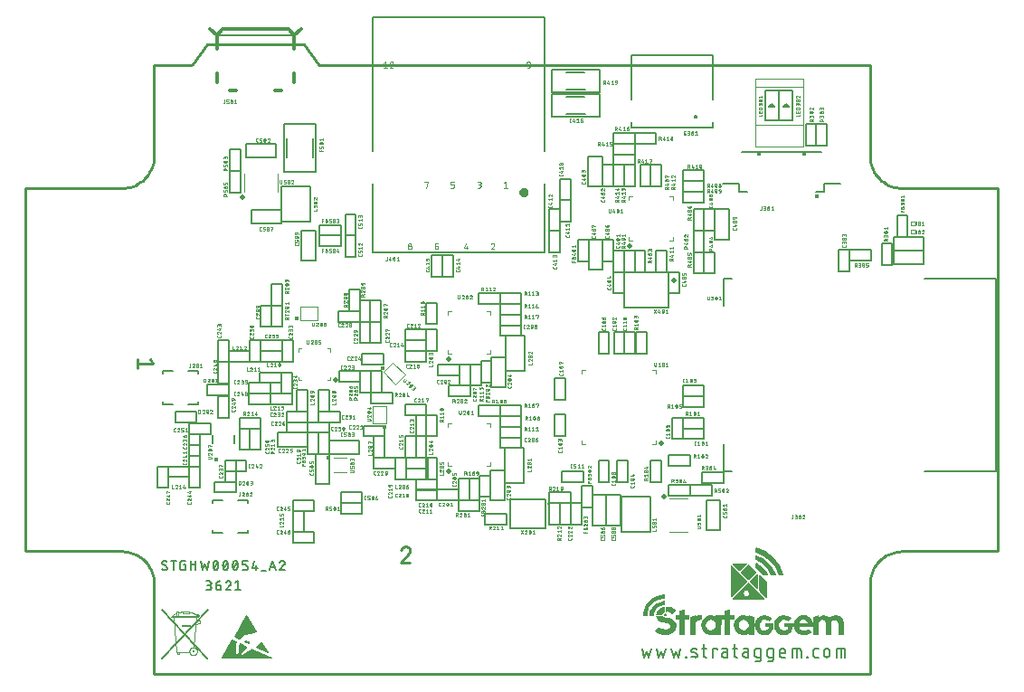
<source format=gto>
G04 EAGLE Gerber RS-274X export*
G75*
%MOMM*%
%FSLAX34Y34*%
%LPD*%
%INLegendTOP*%
%IPPOS*%
%AMOC8*
5,1,8,0,0,1.08239X$1,22.5*%
G01*
%ADD10C,0.177800*%
%ADD11C,0.152400*%
%ADD12C,0.279400*%
%ADD13C,0.500000*%
%ADD14C,0.120000*%
%ADD15C,0.076200*%
%ADD16C,0.127000*%
%ADD17C,0.400000*%
%ADD18C,0.100000*%
%ADD19C,0.200000*%
%ADD20C,0.050800*%
%ADD21C,0.400000*%
%ADD22C,0.300000*%
%ADD23C,0.150000*%
%ADD24C,0.101600*%
%ADD25C,0.353550*%
%ADD26C,0.300000*%
%ADD27R,0.850000X0.275000*%
%ADD28C,0.254000*%

G36*
X230282Y14396D02*
X230282Y14396D01*
X230374Y14413D01*
X230379Y14416D01*
X230386Y14417D01*
X230462Y14470D01*
X230540Y14521D01*
X230544Y14526D01*
X230550Y14530D01*
X230599Y14608D01*
X230652Y14686D01*
X230653Y14692D01*
X230657Y14698D01*
X230672Y14789D01*
X230690Y14881D01*
X230689Y14887D01*
X230690Y14894D01*
X230668Y14984D01*
X230649Y15075D01*
X230645Y15081D01*
X230644Y15087D01*
X230589Y15162D01*
X230535Y15238D01*
X230529Y15242D01*
X230526Y15247D01*
X230497Y15264D01*
X230397Y15332D01*
X212768Y23351D01*
X211974Y23713D01*
X211951Y23718D01*
X211931Y23730D01*
X211813Y23750D01*
X211780Y23757D01*
X211774Y23756D01*
X211767Y23757D01*
X211623Y23757D01*
X211572Y23747D01*
X211521Y23747D01*
X211466Y23726D01*
X211428Y23718D01*
X211403Y23701D01*
X211366Y23686D01*
X211004Y23469D01*
X211000Y23465D01*
X210993Y23463D01*
X209404Y22451D01*
X209400Y22448D01*
X209395Y22445D01*
X207661Y21289D01*
X207658Y21287D01*
X207654Y21285D01*
X205571Y19848D01*
X203225Y18426D01*
X202555Y18122D01*
X202291Y18122D01*
X202196Y18146D01*
X202024Y18318D01*
X201935Y18632D01*
X201935Y19276D01*
X202037Y19583D01*
X202502Y20381D01*
X203331Y21485D01*
X204088Y22242D01*
X207325Y25048D01*
X207332Y25057D01*
X207342Y25064D01*
X207393Y25136D01*
X207447Y25206D01*
X207450Y25217D01*
X207456Y25226D01*
X207475Y25313D01*
X207497Y25398D01*
X207495Y25410D01*
X207498Y25421D01*
X207481Y25508D01*
X207468Y25595D01*
X207462Y25605D01*
X207460Y25616D01*
X207411Y25690D01*
X207365Y25765D01*
X207355Y25772D01*
X207349Y25781D01*
X207213Y25877D01*
X201433Y28622D01*
X201406Y28629D01*
X201383Y28643D01*
X201280Y28660D01*
X201240Y28670D01*
X201230Y28668D01*
X201219Y28670D01*
X200785Y28670D01*
X200727Y28659D01*
X200669Y28657D01*
X200631Y28639D01*
X200590Y28631D01*
X200542Y28598D01*
X200488Y28573D01*
X200455Y28538D01*
X200426Y28518D01*
X200407Y28489D01*
X200373Y28453D01*
X199434Y27080D01*
X199408Y27019D01*
X199374Y26962D01*
X199368Y26924D01*
X199356Y26897D01*
X199356Y26857D01*
X199347Y26798D01*
X199347Y22422D01*
X199207Y21307D01*
X199072Y20498D01*
X198876Y19974D01*
X198524Y19131D01*
X198207Y18496D01*
X197888Y18177D01*
X197633Y18050D01*
X197579Y18050D01*
X197468Y18105D01*
X197392Y18181D01*
X197331Y18365D01*
X197368Y18513D01*
X197369Y18536D01*
X197381Y18672D01*
X197309Y19607D01*
X197237Y20690D01*
X197236Y20694D01*
X197236Y20699D01*
X196876Y24956D01*
X196663Y28290D01*
X196717Y28614D01*
X196822Y28877D01*
X197516Y29917D01*
X197534Y29961D01*
X197560Y30000D01*
X197571Y30052D01*
X197591Y30101D01*
X197590Y30149D01*
X197600Y30195D01*
X197589Y30247D01*
X197588Y30300D01*
X197569Y30343D01*
X197560Y30390D01*
X197530Y30433D01*
X197508Y30482D01*
X197474Y30515D01*
X197447Y30553D01*
X197394Y30590D01*
X197363Y30618D01*
X197338Y30628D01*
X197309Y30647D01*
X193552Y32381D01*
X193468Y32401D01*
X193384Y32426D01*
X193371Y32424D01*
X193359Y32427D01*
X193273Y32412D01*
X193187Y32402D01*
X193176Y32396D01*
X193163Y32394D01*
X193090Y32347D01*
X193014Y32304D01*
X193005Y32293D01*
X192996Y32286D01*
X192971Y32251D01*
X192909Y32175D01*
X183228Y15124D01*
X183216Y15088D01*
X183196Y15057D01*
X183185Y14995D01*
X183166Y14935D01*
X183169Y14897D01*
X183163Y14861D01*
X183177Y14799D01*
X183183Y14736D01*
X183200Y14703D01*
X183209Y14667D01*
X183246Y14616D01*
X183276Y14561D01*
X183305Y14537D01*
X183327Y14507D01*
X183381Y14475D01*
X183430Y14435D01*
X183466Y14425D01*
X183498Y14406D01*
X183578Y14392D01*
X183621Y14380D01*
X183639Y14382D01*
X183662Y14378D01*
X230191Y14378D01*
X230282Y14396D01*
G37*
G36*
X742379Y36544D02*
X742379Y36544D01*
X742379Y36545D01*
X742379Y48433D01*
X742585Y48793D01*
X743737Y50088D01*
X745044Y50698D01*
X745329Y50716D01*
X745638Y50708D01*
X746941Y50418D01*
X747897Y49811D01*
X748037Y49641D01*
X748174Y49470D01*
X748660Y48410D01*
X748869Y47173D01*
X748869Y36545D01*
X748873Y36540D01*
X748874Y36540D01*
X754077Y36540D01*
X754082Y36544D01*
X754082Y36545D01*
X754082Y47774D01*
X754159Y48581D01*
X754173Y48674D01*
X754361Y48996D01*
X755407Y50149D01*
X756587Y50698D01*
X756843Y50716D01*
X757153Y50708D01*
X758456Y50418D01*
X759412Y49811D01*
X759552Y49641D01*
X759689Y49471D01*
X760177Y48410D01*
X760389Y47173D01*
X760389Y36545D01*
X760393Y36540D01*
X760394Y36540D01*
X765592Y36540D01*
X765597Y36544D01*
X765596Y36545D01*
X765597Y36545D01*
X765597Y48719D01*
X765596Y48720D01*
X765597Y48720D01*
X765133Y50687D01*
X765132Y50687D01*
X765133Y50688D01*
X764048Y52631D01*
X764047Y52631D01*
X764047Y52632D01*
X763739Y52986D01*
X763428Y53343D01*
X763427Y53343D01*
X763427Y53344D01*
X761461Y54591D01*
X761460Y54591D01*
X761459Y54592D01*
X759126Y55127D01*
X759125Y55127D01*
X757454Y55127D01*
X757453Y55127D01*
X754771Y54592D01*
X754771Y54591D01*
X754770Y54592D01*
X752554Y53344D01*
X752554Y53343D01*
X752553Y53343D01*
X752218Y52990D01*
X751911Y53343D01*
X751910Y53343D01*
X751910Y53344D01*
X749944Y54591D01*
X749942Y54591D01*
X749942Y54592D01*
X747612Y55127D01*
X747611Y55127D01*
X746215Y55127D01*
X746214Y55127D01*
X744360Y54719D01*
X744359Y54719D01*
X744358Y54719D01*
X742662Y53764D01*
X742662Y53763D01*
X742661Y53763D01*
X742379Y53498D01*
X742379Y55140D01*
X742379Y55141D01*
X742377Y55142D01*
X742375Y55145D01*
X742374Y55144D01*
X742373Y55145D01*
X737172Y53667D01*
X737170Y53664D01*
X737168Y53663D01*
X737169Y53663D01*
X737168Y53663D01*
X737168Y36545D01*
X737173Y36540D01*
X742374Y36540D01*
X742379Y36544D01*
G37*
G36*
X641849Y36551D02*
X641849Y36551D01*
X641849Y36550D01*
X643721Y36851D01*
X643722Y36851D01*
X645586Y37544D01*
X645587Y37544D01*
X645924Y37736D01*
X645924Y36555D01*
X645928Y36550D01*
X645928Y36551D01*
X645929Y36550D01*
X651124Y36550D01*
X651125Y36551D01*
X651126Y36551D01*
X651127Y36553D01*
X651129Y36555D01*
X651127Y36556D01*
X651128Y36558D01*
X651100Y36596D01*
X651101Y36596D01*
X651102Y36596D01*
X651103Y36598D01*
X651105Y36600D01*
X651129Y55130D01*
X651125Y55135D01*
X651124Y55134D01*
X651124Y55135D01*
X645929Y55135D01*
X645924Y55130D01*
X645924Y53946D01*
X645587Y54141D01*
X645586Y54141D01*
X643722Y54836D01*
X643721Y54836D01*
X643721Y54837D01*
X641849Y55135D01*
X641848Y55134D01*
X641848Y55135D01*
X640206Y55135D01*
X640205Y55134D01*
X640204Y55135D01*
X637153Y54337D01*
X637152Y54336D01*
X637151Y54337D01*
X634251Y52233D01*
X634250Y52232D01*
X634249Y52231D01*
X632509Y49257D01*
X632510Y49255D01*
X632509Y49255D01*
X631931Y45845D01*
X631932Y45844D01*
X631931Y45843D01*
X632516Y42433D01*
X632517Y42432D01*
X632517Y42431D01*
X634259Y39456D01*
X634260Y39456D01*
X634260Y39455D01*
X637162Y37351D01*
X637163Y37351D01*
X637163Y37350D01*
X640207Y36550D01*
X640207Y36551D01*
X640208Y36550D01*
X641848Y36550D01*
X641849Y36551D01*
G37*
G36*
X672623Y36551D02*
X672623Y36551D01*
X672623Y36550D01*
X674495Y36851D01*
X674496Y36851D01*
X676358Y37544D01*
X676359Y37544D01*
X676695Y37736D01*
X676695Y36555D01*
X676700Y36550D01*
X676700Y36551D01*
X676700Y36550D01*
X681896Y36550D01*
X681897Y36551D01*
X681899Y36551D01*
X681899Y36553D01*
X681901Y36555D01*
X681899Y36556D01*
X681899Y36559D01*
X677380Y40898D01*
X681897Y36596D01*
X681898Y36596D01*
X681899Y36595D01*
X681901Y36596D01*
X681903Y36596D01*
X681903Y36598D01*
X681905Y36600D01*
X681901Y53663D01*
X681898Y53666D01*
X681897Y53667D01*
X676701Y55134D01*
X676701Y55135D01*
X676700Y55134D01*
X676696Y55132D01*
X676696Y55131D01*
X676695Y55130D01*
X676695Y53946D01*
X676359Y54141D01*
X676358Y54141D01*
X674496Y54836D01*
X674495Y54836D01*
X674495Y54837D01*
X672623Y55135D01*
X672623Y55134D01*
X672623Y55135D01*
X670979Y55135D01*
X670978Y55134D01*
X670978Y55135D01*
X667927Y54337D01*
X667927Y54336D01*
X667926Y54337D01*
X665025Y52233D01*
X665025Y52232D01*
X665024Y52231D01*
X663284Y49257D01*
X663284Y49255D01*
X663283Y49255D01*
X662705Y45845D01*
X662705Y45844D01*
X662705Y45843D01*
X663290Y42433D01*
X663291Y42432D01*
X663291Y42431D01*
X665033Y39456D01*
X665035Y39456D01*
X665035Y39455D01*
X667935Y37351D01*
X667937Y37351D01*
X667937Y37350D01*
X670981Y36550D01*
X670981Y36551D01*
X670982Y36550D01*
X672623Y36550D01*
X672623Y36551D01*
G37*
G36*
X691290Y69992D02*
X691290Y69992D01*
X691381Y70002D01*
X691399Y70012D01*
X691419Y70015D01*
X691497Y70062D01*
X691579Y70104D01*
X691593Y70119D01*
X691610Y70129D01*
X691667Y70201D01*
X691729Y70268D01*
X691736Y70287D01*
X691749Y70303D01*
X691778Y70390D01*
X691812Y70475D01*
X691812Y70495D01*
X691818Y70515D01*
X691815Y70606D01*
X691817Y70697D01*
X691810Y70717D01*
X691809Y70737D01*
X691773Y70821D01*
X691743Y70907D01*
X691729Y70926D01*
X691722Y70942D01*
X691695Y70971D01*
X691640Y71043D01*
X677140Y85443D01*
X677084Y85482D01*
X677034Y85528D01*
X676993Y85544D01*
X676957Y85569D01*
X676890Y85586D01*
X676827Y85611D01*
X676783Y85612D01*
X676741Y85623D01*
X676673Y85615D01*
X676605Y85617D01*
X676563Y85603D01*
X676519Y85598D01*
X676459Y85567D01*
X676394Y85544D01*
X676351Y85511D01*
X676321Y85496D01*
X676300Y85472D01*
X676259Y85441D01*
X661859Y71041D01*
X661807Y70967D01*
X661751Y70897D01*
X661744Y70876D01*
X661732Y70859D01*
X661710Y70771D01*
X661682Y70685D01*
X661683Y70664D01*
X661677Y70643D01*
X661687Y70553D01*
X661691Y70463D01*
X661699Y70443D01*
X661702Y70422D01*
X661743Y70341D01*
X661778Y70258D01*
X661793Y70242D01*
X661802Y70223D01*
X661869Y70162D01*
X661931Y70096D01*
X661950Y70087D01*
X661966Y70072D01*
X662050Y70039D01*
X662131Y69999D01*
X662156Y69996D01*
X662173Y69989D01*
X662212Y69988D01*
X662300Y69976D01*
X691200Y69976D01*
X691290Y69992D01*
G37*
G36*
X660605Y71885D02*
X660605Y71885D01*
X660695Y71883D01*
X660716Y71890D01*
X660737Y71891D01*
X660820Y71926D01*
X660906Y71956D01*
X660926Y71971D01*
X660942Y71978D01*
X660971Y72005D01*
X661041Y72059D01*
X675341Y86359D01*
X675381Y86415D01*
X675428Y86466D01*
X675444Y86506D01*
X675468Y86542D01*
X675485Y86609D01*
X675511Y86673D01*
X675512Y86716D01*
X675523Y86757D01*
X675515Y86826D01*
X675517Y86895D01*
X675503Y86936D01*
X675498Y86979D01*
X675467Y87040D01*
X675444Y87106D01*
X675412Y87148D01*
X675398Y87177D01*
X675373Y87199D01*
X675341Y87241D01*
X661041Y101541D01*
X660967Y101593D01*
X660897Y101649D01*
X660876Y101656D01*
X660859Y101668D01*
X660771Y101690D01*
X660685Y101718D01*
X660664Y101718D01*
X660643Y101723D01*
X660553Y101713D01*
X660463Y101709D01*
X660443Y101701D01*
X660422Y101698D01*
X660341Y101657D01*
X660258Y101622D01*
X660242Y101607D01*
X660223Y101598D01*
X660162Y101531D01*
X660096Y101469D01*
X660087Y101450D01*
X660072Y101434D01*
X660039Y101350D01*
X659999Y101269D01*
X659996Y101244D01*
X659989Y101227D01*
X659988Y101188D01*
X659976Y101100D01*
X659976Y72500D01*
X659992Y72411D01*
X660002Y72322D01*
X660012Y72302D01*
X660015Y72281D01*
X660062Y72204D01*
X660102Y72123D01*
X660118Y72108D01*
X660129Y72090D01*
X660200Y72034D01*
X660266Y71972D01*
X660286Y71964D01*
X660303Y71951D01*
X660389Y71923D01*
X660473Y71889D01*
X660494Y71888D01*
X660515Y71882D01*
X660605Y71885D01*
G37*
G36*
X728537Y36540D02*
X728537Y36540D01*
X728538Y36540D01*
X730463Y36716D01*
X732590Y37238D01*
X732591Y37239D01*
X732592Y37238D01*
X734275Y38109D01*
X734275Y38110D01*
X734276Y38110D01*
X735264Y38984D01*
X735264Y38985D01*
X735519Y39328D01*
X735519Y39332D01*
X735519Y39334D01*
X735519Y39335D01*
X732544Y42307D01*
X732538Y42307D01*
X732538Y42308D01*
X732197Y42061D01*
X730356Y41195D01*
X728511Y40824D01*
X727552Y40824D01*
X726522Y41030D01*
X725331Y41633D01*
X724451Y42619D01*
X724044Y43629D01*
X724003Y43974D01*
X724005Y43995D01*
X736814Y43969D01*
X736819Y43974D01*
X736819Y46315D01*
X736667Y47752D01*
X736666Y47752D01*
X736667Y47753D01*
X736218Y49518D01*
X736217Y49518D01*
X736217Y49519D01*
X735484Y51098D01*
X734472Y52464D01*
X733198Y53582D01*
X733197Y53582D01*
X733197Y53583D01*
X731672Y54418D01*
X731671Y54418D01*
X731671Y54419D01*
X729901Y54946D01*
X729900Y54946D01*
X728397Y55127D01*
X726879Y55127D01*
X726878Y55127D01*
X723826Y54330D01*
X723826Y54329D01*
X723825Y54329D01*
X720919Y52225D01*
X720919Y52224D01*
X720917Y52224D01*
X719173Y49249D01*
X719173Y49248D01*
X719172Y49247D01*
X719166Y49211D01*
X719165Y49206D01*
X719164Y49201D01*
X719163Y49196D01*
X719162Y49191D01*
X719162Y49186D01*
X719161Y49181D01*
X719160Y49176D01*
X719159Y49171D01*
X719140Y49062D01*
X719140Y49057D01*
X719139Y49052D01*
X719138Y49047D01*
X719137Y49042D01*
X719136Y49037D01*
X719135Y49032D01*
X719135Y49027D01*
X719134Y49027D01*
X719134Y49022D01*
X719115Y48913D01*
X719114Y48908D01*
X719113Y48903D01*
X719113Y48898D01*
X719112Y48893D01*
X719111Y48888D01*
X719110Y48883D01*
X719109Y48878D01*
X719108Y48873D01*
X719090Y48764D01*
X719089Y48759D01*
X719088Y48754D01*
X719087Y48749D01*
X719086Y48744D01*
X719086Y48739D01*
X719085Y48739D01*
X719086Y48739D01*
X719085Y48734D01*
X719084Y48729D01*
X719083Y48724D01*
X719082Y48719D01*
X719064Y48615D01*
X719064Y48610D01*
X719063Y48605D01*
X719062Y48600D01*
X719061Y48595D01*
X719060Y48590D01*
X719059Y48585D01*
X719058Y48580D01*
X719058Y48575D01*
X719057Y48570D01*
X719038Y48461D01*
X719037Y48456D01*
X719037Y48451D01*
X719036Y48451D01*
X719037Y48451D01*
X719036Y48446D01*
X719035Y48441D01*
X719034Y48436D01*
X719033Y48431D01*
X719032Y48426D01*
X719031Y48421D01*
X719013Y48312D01*
X719012Y48307D01*
X719011Y48302D01*
X719010Y48297D01*
X719009Y48292D01*
X719009Y48287D01*
X719008Y48282D01*
X719007Y48277D01*
X719006Y48272D01*
X718988Y48163D01*
X718987Y48163D01*
X718988Y48163D01*
X718987Y48158D01*
X718986Y48153D01*
X718985Y48148D01*
X718984Y48143D01*
X718983Y48138D01*
X718982Y48133D01*
X718982Y48128D01*
X718981Y48123D01*
X718962Y48014D01*
X718962Y48013D01*
X718961Y48009D01*
X718960Y48004D01*
X718960Y47999D01*
X718959Y47994D01*
X718958Y47989D01*
X718957Y47984D01*
X718956Y47979D01*
X718955Y47974D01*
X718955Y47969D01*
X718937Y47864D01*
X718936Y47860D01*
X718936Y47859D01*
X718935Y47855D01*
X718935Y47854D01*
X718934Y47850D01*
X718933Y47845D01*
X718933Y47840D01*
X718932Y47835D01*
X718931Y47830D01*
X718930Y47825D01*
X718929Y47820D01*
X718911Y47710D01*
X718910Y47705D01*
X718909Y47701D01*
X718909Y47700D01*
X718908Y47696D01*
X718908Y47695D01*
X718907Y47691D01*
X718906Y47686D01*
X718906Y47681D01*
X718905Y47676D01*
X718904Y47671D01*
X718885Y47561D01*
X718884Y47556D01*
X718884Y47551D01*
X718883Y47546D01*
X718882Y47542D01*
X718882Y47541D01*
X718881Y47537D01*
X718881Y47536D01*
X718880Y47532D01*
X718879Y47527D01*
X718879Y47522D01*
X718860Y47412D01*
X718859Y47407D01*
X718858Y47402D01*
X718857Y47397D01*
X718857Y47392D01*
X718856Y47387D01*
X718855Y47383D01*
X718855Y47382D01*
X718854Y47378D01*
X718854Y47377D01*
X718853Y47373D01*
X718835Y47263D01*
X718834Y47258D01*
X718833Y47253D01*
X718832Y47248D01*
X718831Y47243D01*
X718830Y47238D01*
X718830Y47233D01*
X718829Y47228D01*
X718828Y47224D01*
X718828Y47223D01*
X718827Y47219D01*
X718809Y47114D01*
X718808Y47109D01*
X718808Y47104D01*
X718807Y47099D01*
X718806Y47094D01*
X718805Y47089D01*
X718804Y47084D01*
X718803Y47079D01*
X718803Y47074D01*
X718802Y47074D01*
X718802Y47069D01*
X718783Y46960D01*
X718782Y46955D01*
X718781Y46950D01*
X718781Y46945D01*
X718780Y46940D01*
X718779Y46935D01*
X718778Y46930D01*
X718777Y46925D01*
X718776Y46920D01*
X718758Y46811D01*
X718757Y46806D01*
X718756Y46801D01*
X718755Y46796D01*
X718754Y46791D01*
X718754Y46786D01*
X718753Y46786D01*
X718754Y46786D01*
X718753Y46781D01*
X718752Y46776D01*
X718751Y46771D01*
X718732Y46662D01*
X718732Y46657D01*
X718731Y46652D01*
X718730Y46647D01*
X718729Y46642D01*
X718728Y46637D01*
X718727Y46632D01*
X718726Y46627D01*
X718726Y46622D01*
X718707Y46513D01*
X718706Y46508D01*
X718705Y46503D01*
X718705Y46498D01*
X718704Y46498D01*
X718705Y46498D01*
X718704Y46493D01*
X718703Y46488D01*
X718702Y46483D01*
X718701Y46478D01*
X718700Y46473D01*
X718699Y46468D01*
X718681Y46359D01*
X718680Y46354D01*
X718679Y46349D01*
X718678Y46344D01*
X718677Y46339D01*
X718677Y46334D01*
X718676Y46329D01*
X718675Y46324D01*
X718674Y46319D01*
X718656Y46210D01*
X718655Y46210D01*
X718656Y46210D01*
X718655Y46205D01*
X718654Y46200D01*
X718653Y46195D01*
X718652Y46190D01*
X718651Y46185D01*
X718650Y46180D01*
X718650Y46175D01*
X718649Y46170D01*
X718630Y46061D01*
X718629Y46056D01*
X718628Y46051D01*
X718628Y46046D01*
X718627Y46041D01*
X718626Y46036D01*
X718625Y46031D01*
X718624Y46026D01*
X718623Y46021D01*
X718605Y45912D01*
X718604Y45907D01*
X718603Y45902D01*
X718602Y45897D01*
X718601Y45892D01*
X718601Y45887D01*
X718600Y45882D01*
X718599Y45877D01*
X718598Y45872D01*
X718597Y45867D01*
X718592Y45834D01*
X718592Y45833D01*
X719172Y42422D01*
X719173Y42422D01*
X719173Y42421D01*
X720917Y39446D01*
X720919Y39446D01*
X720919Y39444D01*
X723825Y37341D01*
X723826Y37341D01*
X723826Y37340D01*
X726878Y36540D01*
X726879Y36541D01*
X726879Y36540D01*
X728537Y36540D01*
X728537Y36540D01*
G37*
G36*
X200064Y32368D02*
X200064Y32368D01*
X200065Y32368D01*
X200162Y32388D01*
X200257Y32408D01*
X200259Y32408D01*
X200260Y32409D01*
X200400Y32499D01*
X204650Y36389D01*
X205281Y36894D01*
X205667Y37005D01*
X213952Y38517D01*
X213956Y38519D01*
X213960Y38519D01*
X215766Y38880D01*
X215848Y38915D01*
X215931Y38945D01*
X215939Y38953D01*
X215950Y38957D01*
X216012Y39021D01*
X216076Y39081D01*
X216081Y39092D01*
X216088Y39100D01*
X216121Y39182D01*
X216156Y39263D01*
X216156Y39275D01*
X216161Y39285D01*
X216158Y39374D01*
X216159Y39462D01*
X216155Y39474D01*
X216155Y39484D01*
X216137Y39522D01*
X216102Y39618D01*
X207359Y54863D01*
X207332Y54894D01*
X207313Y54930D01*
X207267Y54968D01*
X207228Y55012D01*
X207191Y55030D01*
X207159Y55056D01*
X207102Y55073D01*
X207049Y55099D01*
X207008Y55101D01*
X206968Y55112D01*
X206909Y55105D01*
X206850Y55108D01*
X206812Y55094D01*
X206771Y55089D01*
X206719Y55060D01*
X206664Y55039D01*
X206634Y55011D01*
X206598Y54991D01*
X206551Y54933D01*
X206519Y54903D01*
X206510Y54883D01*
X206493Y54862D01*
X195294Y35210D01*
X195287Y35190D01*
X195275Y35174D01*
X195257Y35097D01*
X195232Y35021D01*
X195233Y35001D01*
X195229Y34981D01*
X195242Y34902D01*
X195248Y34823D01*
X195258Y34805D01*
X195261Y34785D01*
X195304Y34717D01*
X195341Y34647D01*
X195357Y34634D01*
X195367Y34617D01*
X195476Y34536D01*
X195495Y34521D01*
X195498Y34520D01*
X195501Y34518D01*
X199619Y32422D01*
X199652Y32413D01*
X199682Y32396D01*
X199768Y32381D01*
X199811Y32369D01*
X199826Y32371D01*
X199846Y32368D01*
X200063Y32368D01*
X200064Y32368D01*
G37*
G36*
X710126Y36401D02*
X710126Y36401D01*
X710126Y36400D01*
X712589Y36848D01*
X712590Y36849D01*
X714814Y38003D01*
X714814Y38004D01*
X714815Y38004D01*
X716621Y39878D01*
X716622Y39879D01*
X717835Y42482D01*
X717834Y42483D01*
X717835Y42484D01*
X718278Y44997D01*
X718278Y44998D01*
X718278Y47690D01*
X718274Y47695D01*
X718273Y47695D01*
X710174Y47695D01*
X710169Y47691D01*
X710169Y47690D01*
X710169Y43974D01*
X710173Y43969D01*
X710174Y43970D01*
X710174Y43969D01*
X713398Y43969D01*
X713398Y43641D01*
X713090Y42642D01*
X712271Y41653D01*
X711086Y41037D01*
X710039Y40824D01*
X709039Y40824D01*
X707276Y41518D01*
X707090Y41656D01*
X706594Y42030D01*
X705452Y43610D01*
X704945Y45892D01*
X705510Y48147D01*
X706614Y49653D01*
X707090Y50009D01*
X707403Y50246D01*
X708545Y50680D01*
X710321Y50866D01*
X712164Y50564D01*
X713449Y50021D01*
X713818Y49754D01*
X713819Y49754D01*
X713820Y49754D01*
X713834Y49749D01*
X713835Y49747D01*
X713838Y49747D01*
X713838Y49746D01*
X713839Y49746D01*
X713840Y49747D01*
X713842Y49747D01*
X716591Y52709D01*
X716591Y52711D01*
X716591Y52712D01*
X716591Y52713D01*
X716591Y52716D01*
X716590Y52716D01*
X716590Y52717D01*
X715826Y53335D01*
X715825Y53335D01*
X715825Y53336D01*
X713082Y54625D01*
X713081Y54625D01*
X713080Y54625D01*
X709365Y55142D01*
X709364Y55142D01*
X709363Y55142D01*
X705860Y54401D01*
X705860Y54400D01*
X705859Y54401D01*
X703590Y53117D01*
X703590Y53116D01*
X703589Y53116D01*
X702998Y52523D01*
X702377Y51901D01*
X702377Y51900D01*
X702376Y51900D01*
X701051Y49496D01*
X701052Y49495D01*
X701051Y49494D01*
X700381Y45908D01*
X700382Y45907D01*
X700381Y45907D01*
X701025Y42290D01*
X701026Y42289D01*
X701026Y42288D01*
X702386Y39815D01*
X702387Y39815D01*
X702387Y39814D01*
X703029Y39175D01*
X703494Y38711D01*
X703495Y38711D01*
X705166Y37578D01*
X705167Y37578D01*
X705167Y37577D01*
X707590Y36647D01*
X707590Y36648D01*
X707591Y36647D01*
X710125Y36400D01*
X710126Y36401D01*
G37*
G36*
X694129Y36830D02*
X694129Y36830D01*
X694129Y36831D01*
X694130Y36831D01*
X696431Y37857D01*
X696431Y37858D01*
X696432Y37858D01*
X698324Y39656D01*
X698324Y39657D01*
X698325Y39658D01*
X699609Y42294D01*
X699609Y42295D01*
X700082Y44949D01*
X700082Y44950D01*
X700082Y47690D01*
X700078Y47695D01*
X700077Y47695D01*
X691979Y47695D01*
X691974Y47691D01*
X691974Y47690D01*
X691974Y43974D01*
X691978Y43969D01*
X691979Y43970D01*
X691979Y43969D01*
X695203Y43969D01*
X695203Y43639D01*
X694895Y42627D01*
X694258Y41782D01*
X694092Y41656D01*
X693907Y41518D01*
X692097Y40824D01*
X691108Y40824D01*
X689951Y41093D01*
X688653Y41829D01*
X687656Y42920D01*
X687007Y44264D01*
X686757Y45752D01*
X686954Y47279D01*
X687651Y48734D01*
X688544Y49747D01*
X688897Y50009D01*
X689210Y50246D01*
X690352Y50680D01*
X692129Y50866D01*
X693969Y50564D01*
X695254Y50021D01*
X695623Y49754D01*
X695625Y49755D01*
X695625Y49754D01*
X695626Y49754D01*
X695627Y49755D01*
X695629Y49755D01*
X696062Y50216D01*
X697015Y51232D01*
X697962Y52248D01*
X698395Y52709D01*
X698396Y52716D01*
X698395Y52716D01*
X698395Y52717D01*
X697618Y53343D01*
X697617Y53343D01*
X697617Y53344D01*
X694828Y54648D01*
X694827Y54648D01*
X691098Y55145D01*
X691097Y55145D01*
X691096Y55145D01*
X687617Y54381D01*
X687617Y54380D01*
X687616Y54380D01*
X685388Y53107D01*
X685387Y53106D01*
X685386Y53106D01*
X684803Y52523D01*
X684189Y51911D01*
X684189Y51910D01*
X682884Y49542D01*
X682885Y49541D01*
X682884Y49541D01*
X682884Y49540D01*
X682196Y45962D01*
X682197Y45961D01*
X682196Y45960D01*
X682820Y42326D01*
X682821Y42325D01*
X682821Y42324D01*
X684189Y39821D01*
X684189Y39820D01*
X684189Y39819D01*
X684836Y39175D01*
X685256Y38757D01*
X685257Y38757D01*
X686767Y37751D01*
X686768Y37751D01*
X686768Y37750D01*
X689097Y36841D01*
X689098Y36841D01*
X691617Y36512D01*
X691617Y36513D01*
X691618Y36512D01*
X694129Y36830D01*
G37*
G36*
X600418Y36676D02*
X600418Y36676D01*
X600419Y36675D01*
X603335Y37302D01*
X603336Y37303D01*
X603336Y37302D01*
X606304Y38965D01*
X606304Y38966D01*
X606305Y38967D01*
X608274Y41340D01*
X608274Y41341D01*
X608275Y41342D01*
X609164Y44105D01*
X609163Y44106D01*
X609164Y44107D01*
X608896Y46937D01*
X608895Y46938D01*
X608896Y46939D01*
X607390Y49511D01*
X607389Y49512D01*
X607389Y49513D01*
X604567Y51502D01*
X604566Y51502D01*
X604566Y51503D01*
X601420Y52473D01*
X601419Y52473D01*
X600350Y52585D01*
X599818Y52674D01*
X597743Y53250D01*
X596433Y53998D01*
X596288Y54173D01*
X596258Y54211D01*
X596257Y54211D01*
X596005Y54437D01*
X596003Y54437D01*
X596001Y54438D01*
X595872Y54438D01*
X595858Y54438D01*
X593591Y54443D01*
X593577Y54443D01*
X591310Y54448D01*
X591296Y54448D01*
X590133Y54451D01*
X590129Y54446D01*
X590129Y54445D01*
X590162Y54187D01*
X590162Y54186D01*
X590483Y52826D01*
X590483Y52825D01*
X591204Y51399D01*
X591205Y51399D01*
X591205Y51398D01*
X592218Y50308D01*
X592219Y50308D01*
X592219Y50307D01*
X593459Y49497D01*
X593460Y49497D01*
X593460Y49496D01*
X594853Y48903D01*
X594854Y48903D01*
X596331Y48467D01*
X596332Y48467D01*
X597827Y48134D01*
X598906Y47917D01*
X599268Y47841D01*
X599650Y47762D01*
X600788Y47477D01*
X602152Y46904D01*
X603134Y45948D01*
X603512Y44819D01*
X603512Y43935D01*
X602218Y42418D01*
X599149Y41639D01*
X595527Y42176D01*
X593114Y43456D01*
X592577Y44102D01*
X592575Y44103D01*
X592574Y44103D01*
X592573Y44103D01*
X592572Y44103D01*
X592571Y44103D01*
X592570Y44103D01*
X589037Y40570D01*
X589037Y40566D01*
X589037Y40564D01*
X589037Y40563D01*
X589559Y40041D01*
X589560Y40041D01*
X589560Y40040D01*
X591368Y38703D01*
X591369Y38703D01*
X593893Y37506D01*
X593894Y37506D01*
X593894Y37505D01*
X596594Y36866D01*
X598734Y36675D01*
X600418Y36675D01*
X600418Y36676D01*
G37*
G36*
X708883Y92491D02*
X708883Y92491D01*
X708967Y92499D01*
X708992Y92511D01*
X709019Y92515D01*
X709091Y92559D01*
X709167Y92595D01*
X709187Y92615D01*
X709210Y92629D01*
X709263Y92695D01*
X709321Y92756D01*
X709332Y92782D01*
X709349Y92803D01*
X709375Y92883D01*
X709409Y92961D01*
X709410Y92989D01*
X709418Y93015D01*
X709415Y93099D01*
X709419Y93183D01*
X709410Y93215D01*
X709409Y93237D01*
X709394Y93273D01*
X709373Y93348D01*
X705873Y101448D01*
X705858Y101471D01*
X705817Y101541D01*
X705810Y101557D01*
X705804Y101564D01*
X705794Y101582D01*
X699994Y109082D01*
X699974Y109100D01*
X699883Y109193D01*
X692283Y115093D01*
X692282Y115094D01*
X692136Y115178D01*
X684036Y118478D01*
X683959Y118494D01*
X683885Y118518D01*
X683851Y118517D01*
X683818Y118524D01*
X683741Y118512D01*
X683663Y118509D01*
X683631Y118496D01*
X683598Y118491D01*
X683530Y118453D01*
X683458Y118422D01*
X683433Y118399D01*
X683403Y118382D01*
X683353Y118323D01*
X683296Y118269D01*
X683282Y118238D01*
X683259Y118212D01*
X683233Y118139D01*
X683199Y118069D01*
X683193Y118028D01*
X683184Y118003D01*
X683185Y117966D01*
X683176Y117900D01*
X683176Y114400D01*
X683184Y114353D01*
X683183Y114306D01*
X683204Y114245D01*
X683215Y114181D01*
X683240Y114140D01*
X683255Y114095D01*
X683296Y114045D01*
X683329Y113990D01*
X683366Y113960D01*
X683397Y113924D01*
X683472Y113875D01*
X683503Y113851D01*
X683520Y113845D01*
X683540Y113832D01*
X690475Y110662D01*
X696556Y105955D01*
X701365Y99771D01*
X704635Y92834D01*
X704661Y92798D01*
X704678Y92758D01*
X704725Y92708D01*
X704765Y92653D01*
X704801Y92628D01*
X704831Y92596D01*
X704893Y92567D01*
X704949Y92528D01*
X704992Y92518D01*
X705031Y92499D01*
X705128Y92486D01*
X705166Y92477D01*
X705180Y92479D01*
X705200Y92476D01*
X708800Y92476D01*
X708883Y92491D01*
G37*
G36*
X616720Y36407D02*
X616720Y36407D01*
X616720Y36408D01*
X616720Y50910D01*
X620852Y50910D01*
X620856Y50914D01*
X620857Y50915D01*
X620857Y55112D01*
X620852Y55117D01*
X616731Y55117D01*
X616731Y60702D01*
X616730Y60703D01*
X616731Y60703D01*
X616729Y60704D01*
X616726Y60707D01*
X616725Y60707D01*
X616724Y60707D01*
X611506Y59367D01*
X611503Y59364D01*
X611502Y59363D01*
X611502Y55117D01*
X608721Y55117D01*
X608716Y55113D01*
X608716Y55112D01*
X608716Y50915D01*
X608720Y50910D01*
X608721Y50910D01*
X611515Y50910D01*
X611515Y36408D01*
X611519Y36403D01*
X611520Y36403D01*
X616715Y36403D01*
X616720Y36407D01*
G37*
G36*
X659427Y36555D02*
X659427Y36555D01*
X659426Y36555D01*
X659427Y36555D01*
X659427Y50910D01*
X663558Y50910D01*
X663563Y50914D01*
X663563Y50915D01*
X663563Y55112D01*
X663559Y55117D01*
X663558Y55117D01*
X659437Y55117D01*
X659437Y60702D01*
X659437Y60703D01*
X659436Y60704D01*
X659433Y60707D01*
X659432Y60707D01*
X659431Y60707D01*
X654213Y59367D01*
X654210Y59364D01*
X654209Y59363D01*
X654209Y55117D01*
X651527Y55117D01*
X651522Y55113D01*
X651522Y55112D01*
X651522Y50915D01*
X651526Y50910D01*
X651527Y50910D01*
X654221Y50910D01*
X654221Y36555D01*
X654225Y36550D01*
X654226Y36551D01*
X654226Y36550D01*
X659422Y36550D01*
X659427Y36555D01*
G37*
G36*
X626725Y36407D02*
X626725Y36407D01*
X626725Y36408D01*
X626725Y44817D01*
X626984Y47248D01*
X627911Y49452D01*
X629719Y50602D01*
X631918Y50775D01*
X632630Y50680D01*
X632636Y50684D01*
X632636Y50685D01*
X633298Y54828D01*
X633298Y54829D01*
X633298Y54834D01*
X633294Y54838D01*
X633294Y54839D01*
X632787Y54933D01*
X632786Y54934D01*
X631464Y54936D01*
X631447Y54936D01*
X630005Y54939D01*
X630004Y54938D01*
X630004Y54939D01*
X627223Y54230D01*
X627222Y54230D01*
X626725Y53969D01*
X626725Y55002D01*
X626725Y55003D01*
X626724Y55004D01*
X626720Y55007D01*
X626719Y55007D01*
X621515Y53668D01*
X621512Y53664D01*
X621511Y53663D01*
X621511Y36408D01*
X621516Y36403D01*
X626720Y36403D01*
X626725Y36407D01*
G37*
G36*
X676726Y87985D02*
X676726Y87985D01*
X676795Y87983D01*
X676836Y87997D01*
X676879Y88002D01*
X676940Y88033D01*
X677006Y88056D01*
X677048Y88088D01*
X677077Y88102D01*
X677099Y88127D01*
X677141Y88159D01*
X683941Y94959D01*
X683981Y95015D01*
X684028Y95066D01*
X684044Y95106D01*
X684068Y95142D01*
X684085Y95209D01*
X684111Y95273D01*
X684112Y95316D01*
X684123Y95357D01*
X684115Y95426D01*
X684117Y95495D01*
X684103Y95536D01*
X684098Y95579D01*
X684067Y95640D01*
X684044Y95706D01*
X684012Y95748D01*
X683998Y95777D01*
X683973Y95799D01*
X683941Y95841D01*
X677341Y102441D01*
X677285Y102481D01*
X677234Y102528D01*
X677194Y102544D01*
X677159Y102568D01*
X677091Y102585D01*
X677027Y102611D01*
X676984Y102612D01*
X676943Y102623D01*
X676874Y102615D01*
X676805Y102617D01*
X676764Y102603D01*
X676722Y102598D01*
X676660Y102567D01*
X676594Y102544D01*
X676552Y102512D01*
X676523Y102498D01*
X676501Y102473D01*
X676459Y102441D01*
X669659Y95641D01*
X669619Y95585D01*
X669572Y95534D01*
X669556Y95494D01*
X669532Y95459D01*
X669515Y95391D01*
X669489Y95327D01*
X669488Y95284D01*
X669477Y95243D01*
X669485Y95174D01*
X669483Y95105D01*
X669497Y95064D01*
X669502Y95022D01*
X669533Y94960D01*
X669556Y94894D01*
X669588Y94852D01*
X669602Y94823D01*
X669627Y94801D01*
X669659Y94759D01*
X676259Y88159D01*
X676315Y88119D01*
X676366Y88072D01*
X676406Y88056D01*
X676442Y88032D01*
X676509Y88015D01*
X676573Y87989D01*
X676616Y87988D01*
X676657Y87977D01*
X676726Y87985D01*
G37*
G36*
X693247Y71487D02*
X693247Y71487D01*
X693337Y71491D01*
X693357Y71499D01*
X693379Y71502D01*
X693459Y71543D01*
X693542Y71578D01*
X693558Y71593D01*
X693577Y71602D01*
X693638Y71669D01*
X693704Y71731D01*
X693713Y71750D01*
X693728Y71766D01*
X693761Y71850D01*
X693801Y71931D01*
X693804Y71956D01*
X693811Y71973D01*
X693812Y72012D01*
X693824Y72100D01*
X693824Y85800D01*
X693816Y85847D01*
X693817Y85895D01*
X693796Y85956D01*
X693785Y86019D01*
X693760Y86060D01*
X693744Y86106D01*
X693691Y86176D01*
X693671Y86210D01*
X693657Y86221D01*
X693641Y86241D01*
X687641Y92241D01*
X687567Y92293D01*
X687497Y92349D01*
X687476Y92356D01*
X687459Y92368D01*
X687371Y92390D01*
X687285Y92418D01*
X687264Y92418D01*
X687243Y92423D01*
X687153Y92413D01*
X687063Y92409D01*
X687043Y92401D01*
X687022Y92398D01*
X686941Y92357D01*
X686858Y92322D01*
X686842Y92307D01*
X686823Y92298D01*
X686762Y92231D01*
X686696Y92169D01*
X686687Y92150D01*
X686672Y92134D01*
X686639Y92050D01*
X686599Y91969D01*
X686596Y91944D01*
X686589Y91927D01*
X686588Y91888D01*
X686576Y91800D01*
X686576Y78100D01*
X686584Y78053D01*
X686583Y78005D01*
X686604Y77944D01*
X686615Y77881D01*
X686640Y77840D01*
X686656Y77794D01*
X686709Y77724D01*
X686729Y77690D01*
X686743Y77679D01*
X686759Y77659D01*
X692759Y71659D01*
X692833Y71607D01*
X692903Y71551D01*
X692924Y71544D01*
X692942Y71532D01*
X693029Y71510D01*
X693115Y71482D01*
X693136Y71483D01*
X693157Y71477D01*
X693247Y71487D01*
G37*
G36*
X581759Y54795D02*
X581759Y54795D01*
X581759Y54796D01*
X581774Y56530D01*
X583236Y61716D01*
X587009Y66735D01*
X592318Y69780D01*
X596888Y70793D01*
X598411Y70783D01*
X598416Y70787D01*
X598416Y70788D01*
X598482Y74468D01*
X598478Y74473D01*
X598477Y74473D01*
X597415Y74473D01*
X597414Y74473D01*
X594233Y74101D01*
X590336Y73019D01*
X590335Y73018D01*
X586851Y71287D01*
X586851Y71286D01*
X586850Y71286D01*
X583845Y68956D01*
X583844Y68955D01*
X581389Y66085D01*
X581389Y66084D01*
X581388Y66084D01*
X579547Y62732D01*
X579547Y62731D01*
X579546Y62731D01*
X578393Y58949D01*
X578393Y58948D01*
X578392Y58948D01*
X578391Y58936D01*
X578390Y58931D01*
X578389Y58921D01*
X578388Y58916D01*
X578386Y58901D01*
X578384Y58886D01*
X578384Y58881D01*
X578383Y58871D01*
X578382Y58866D01*
X578380Y58851D01*
X578378Y58836D01*
X578377Y58831D01*
X578376Y58821D01*
X578376Y58816D01*
X578374Y58802D01*
X578374Y58801D01*
X578372Y58787D01*
X578371Y58782D01*
X578370Y58772D01*
X578369Y58767D01*
X578367Y58752D01*
X578365Y58737D01*
X578365Y58732D01*
X578363Y58717D01*
X578361Y58702D01*
X578360Y58697D01*
X578359Y58687D01*
X578358Y58682D01*
X578357Y58667D01*
X578355Y58652D01*
X578354Y58647D01*
X578353Y58638D01*
X578353Y58637D01*
X578352Y58633D01*
X578350Y58618D01*
X578348Y58603D01*
X578348Y58598D01*
X578346Y58588D01*
X578346Y58583D01*
X578344Y58568D01*
X578342Y58553D01*
X578341Y58548D01*
X578340Y58538D01*
X578339Y58533D01*
X578338Y58518D01*
X578337Y58518D01*
X578338Y58518D01*
X578337Y58513D01*
X578336Y58503D01*
X578335Y58498D01*
X578333Y58484D01*
X578333Y58483D01*
X578331Y58469D01*
X578331Y58464D01*
X578329Y58454D01*
X578329Y58449D01*
X578327Y58434D01*
X578325Y58419D01*
X578324Y58414D01*
X578323Y58404D01*
X578322Y58399D01*
X578320Y58384D01*
X578318Y58369D01*
X578318Y58364D01*
X578317Y58354D01*
X578316Y58349D01*
X578314Y58334D01*
X578312Y58320D01*
X578312Y58319D01*
X578312Y58315D01*
X578311Y58315D01*
X578312Y58315D01*
X578310Y58300D01*
X578308Y58285D01*
X578307Y58280D01*
X578306Y58270D01*
X578305Y58265D01*
X578303Y58250D01*
X578301Y58235D01*
X578301Y58230D01*
X578299Y58220D01*
X578299Y58215D01*
X578297Y58200D01*
X578295Y58185D01*
X578294Y58180D01*
X578293Y58170D01*
X578292Y58166D01*
X578292Y58165D01*
X578291Y58151D01*
X578289Y58136D01*
X578288Y58131D01*
X578287Y58121D01*
X578286Y58116D01*
X578284Y58101D01*
X578284Y58096D01*
X578282Y58086D01*
X578282Y58081D01*
X578280Y58066D01*
X578278Y58051D01*
X578277Y58046D01*
X578276Y58036D01*
X578275Y58031D01*
X578273Y58016D01*
X578272Y58002D01*
X578272Y58001D01*
X578271Y57997D01*
X578270Y57987D01*
X578269Y57982D01*
X578267Y57967D01*
X578265Y57952D01*
X578265Y57947D01*
X578263Y57937D01*
X578263Y57932D01*
X578261Y57917D01*
X578259Y57902D01*
X578258Y57897D01*
X578256Y57882D01*
X578254Y57867D01*
X578254Y57862D01*
X578253Y57852D01*
X578252Y57852D01*
X578253Y57852D01*
X578252Y57848D01*
X578252Y57847D01*
X578250Y57833D01*
X578248Y57818D01*
X578247Y57813D01*
X578246Y57803D01*
X578246Y57798D01*
X578244Y57783D01*
X578242Y57768D01*
X578241Y57763D01*
X578240Y57753D01*
X578239Y57748D01*
X578237Y57733D01*
X578235Y57718D01*
X578235Y57713D01*
X578233Y57703D01*
X578233Y57698D01*
X578231Y57684D01*
X578231Y57683D01*
X578229Y57669D01*
X578228Y57664D01*
X578227Y57649D01*
X578226Y57649D01*
X578227Y57649D01*
X578225Y57634D01*
X578224Y57629D01*
X578223Y57619D01*
X578222Y57614D01*
X578220Y57599D01*
X578218Y57584D01*
X578218Y57579D01*
X578216Y57569D01*
X578216Y57564D01*
X578214Y57549D01*
X578212Y57534D01*
X578211Y57530D01*
X578211Y57529D01*
X578210Y57520D01*
X578209Y57515D01*
X578207Y57500D01*
X578206Y57485D01*
X578205Y57480D01*
X578204Y57470D01*
X578203Y57465D01*
X578201Y57450D01*
X578201Y57445D01*
X578200Y57445D01*
X578199Y57435D01*
X578199Y57430D01*
X578197Y57415D01*
X578195Y57400D01*
X578194Y57395D01*
X578193Y57385D01*
X578192Y57380D01*
X578190Y57366D01*
X578190Y57365D01*
X578188Y57351D01*
X578188Y57346D01*
X578187Y57336D01*
X578186Y57331D01*
X578184Y57316D01*
X578182Y57301D01*
X578181Y57296D01*
X578180Y57286D01*
X578180Y57281D01*
X578178Y57266D01*
X578176Y57251D01*
X578175Y57246D01*
X578173Y57231D01*
X578171Y57216D01*
X578171Y57212D01*
X578171Y57211D01*
X578169Y57202D01*
X578169Y57197D01*
X578167Y57182D01*
X578165Y57167D01*
X578164Y57162D01*
X578163Y57152D01*
X578162Y57147D01*
X578161Y57132D01*
X578159Y57117D01*
X578158Y57112D01*
X578157Y57102D01*
X578156Y57097D01*
X578154Y57082D01*
X578152Y57067D01*
X578152Y57062D01*
X578150Y57053D01*
X578150Y57052D01*
X578150Y57048D01*
X578150Y57047D01*
X578148Y57033D01*
X578147Y57028D01*
X578146Y57018D01*
X578145Y57013D01*
X578143Y56998D01*
X578142Y56983D01*
X578141Y56983D01*
X578142Y56983D01*
X578141Y56978D01*
X578140Y56968D01*
X578139Y56963D01*
X578137Y56948D01*
X578135Y56933D01*
X578135Y56928D01*
X578133Y56918D01*
X578133Y56913D01*
X578131Y56898D01*
X578129Y56884D01*
X578128Y56879D01*
X578127Y56869D01*
X578126Y56864D01*
X578124Y56849D01*
X578122Y56834D01*
X578122Y56829D01*
X578120Y56814D01*
X578118Y56799D01*
X578117Y56794D01*
X578116Y56784D01*
X578116Y56779D01*
X578115Y56779D01*
X578116Y56779D01*
X578114Y56764D01*
X578112Y56749D01*
X578111Y56744D01*
X578110Y56735D01*
X578110Y56734D01*
X578109Y56730D01*
X578109Y56729D01*
X578107Y56715D01*
X578105Y56700D01*
X578105Y56695D01*
X578103Y56685D01*
X578103Y56680D01*
X578101Y56665D01*
X578099Y56650D01*
X578098Y56645D01*
X578097Y56635D01*
X578096Y56630D01*
X578095Y56615D01*
X578094Y56610D01*
X578093Y56600D01*
X578092Y56595D01*
X578090Y56580D01*
X578088Y56566D01*
X578088Y56561D01*
X578086Y56551D01*
X578086Y56546D01*
X578084Y56531D01*
X578082Y56516D01*
X578081Y56511D01*
X578080Y56501D01*
X578079Y56496D01*
X578077Y56481D01*
X578076Y56466D01*
X578075Y56461D01*
X578074Y56451D01*
X578073Y56446D01*
X578071Y56431D01*
X578069Y56417D01*
X578069Y56416D01*
X578069Y56412D01*
X578069Y56411D01*
X578067Y56402D01*
X578067Y56397D01*
X578065Y56382D01*
X578064Y56377D01*
X578063Y56367D01*
X578062Y56362D01*
X578060Y56347D01*
X578058Y56332D01*
X578058Y56327D01*
X578057Y56317D01*
X578056Y56317D01*
X578057Y56317D01*
X578056Y56312D01*
X578054Y56297D01*
X578052Y56282D01*
X578051Y56277D01*
X578050Y56267D01*
X578050Y56262D01*
X578048Y56248D01*
X578046Y56233D01*
X578045Y56228D01*
X578044Y56218D01*
X578043Y56213D01*
X578041Y56198D01*
X578039Y56183D01*
X578039Y56178D01*
X578037Y56163D01*
X578035Y56148D01*
X578034Y56143D01*
X578033Y56133D01*
X578032Y56128D01*
X578031Y56113D01*
X578030Y56113D01*
X578031Y56113D01*
X578029Y56099D01*
X578029Y56098D01*
X578028Y56094D01*
X578028Y56093D01*
X578027Y56084D01*
X578026Y56079D01*
X578024Y56064D01*
X578022Y56049D01*
X578022Y56044D01*
X578020Y56034D01*
X578020Y56029D01*
X578018Y56014D01*
X578016Y55999D01*
X578015Y55994D01*
X578014Y55984D01*
X578013Y55979D01*
X578011Y55964D01*
X578011Y55959D01*
X578010Y55949D01*
X578009Y55944D01*
X578007Y55930D01*
X578005Y55915D01*
X578005Y55910D01*
X578004Y55910D01*
X578003Y55900D01*
X578003Y55895D01*
X578001Y55880D01*
X577999Y55865D01*
X577998Y55860D01*
X577997Y55850D01*
X577996Y55845D01*
X577995Y55836D01*
X577995Y55835D01*
X577995Y54796D01*
X577999Y54791D01*
X578000Y54791D01*
X581754Y54791D01*
X581759Y54795D01*
G37*
G36*
X701597Y92493D02*
X701597Y92493D01*
X701696Y92507D01*
X701707Y92513D01*
X701719Y92515D01*
X701804Y92566D01*
X701892Y92614D01*
X701900Y92623D01*
X701910Y92629D01*
X701972Y92707D01*
X702037Y92782D01*
X702042Y92794D01*
X702049Y92803D01*
X702080Y92898D01*
X702115Y92991D01*
X702115Y93003D01*
X702118Y93015D01*
X702114Y93114D01*
X702114Y93213D01*
X702109Y93227D01*
X702109Y93237D01*
X702095Y93270D01*
X702060Y93375D01*
X699360Y98875D01*
X699337Y98907D01*
X699289Y98988D01*
X695089Y104288D01*
X695062Y104312D01*
X694988Y104389D01*
X689688Y108589D01*
X689655Y108607D01*
X689567Y108664D01*
X684067Y111264D01*
X683975Y111289D01*
X683885Y111318D01*
X683868Y111318D01*
X683852Y111322D01*
X683757Y111313D01*
X683663Y111309D01*
X683647Y111302D01*
X683630Y111301D01*
X683545Y111259D01*
X683458Y111222D01*
X683446Y111210D01*
X683430Y111203D01*
X683365Y111134D01*
X683296Y111069D01*
X683289Y111054D01*
X683277Y111041D01*
X683241Y110954D01*
X683199Y110869D01*
X683196Y110849D01*
X683191Y110836D01*
X683189Y110798D01*
X683176Y110700D01*
X683176Y107300D01*
X683181Y107272D01*
X683178Y107244D01*
X683201Y107163D01*
X683215Y107081D01*
X683230Y107057D01*
X683238Y107029D01*
X683287Y106962D01*
X683329Y106890D01*
X683352Y106872D01*
X683368Y106849D01*
X683496Y106757D01*
X683503Y106751D01*
X683505Y106750D01*
X683506Y106749D01*
X687951Y104379D01*
X691857Y101157D01*
X695082Y97247D01*
X697554Y92797D01*
X697569Y92779D01*
X697578Y92758D01*
X697639Y92694D01*
X697695Y92625D01*
X697715Y92613D01*
X697731Y92596D01*
X697811Y92558D01*
X697888Y92513D01*
X697910Y92509D01*
X697931Y92499D01*
X698100Y92476D01*
X701500Y92476D01*
X701597Y92493D01*
G37*
G36*
X587824Y54748D02*
X587824Y54748D01*
X587828Y54752D01*
X587828Y54753D01*
X587846Y55717D01*
X588643Y58589D01*
X590792Y61720D01*
X594075Y63843D01*
X597237Y64640D01*
X598296Y64650D01*
X598301Y64655D01*
X598370Y68473D01*
X598366Y68478D01*
X598365Y68478D01*
X598244Y68482D01*
X598243Y68482D01*
X598106Y68487D01*
X598105Y68487D01*
X597967Y68492D01*
X597966Y68492D01*
X597829Y68497D01*
X597828Y68497D01*
X597690Y68502D01*
X597689Y68502D01*
X597655Y68503D01*
X597654Y68503D01*
X595512Y68264D01*
X595511Y68264D01*
X592804Y67469D01*
X592803Y67469D01*
X590314Y66172D01*
X588121Y64443D01*
X588121Y64442D01*
X588120Y64442D01*
X586302Y62356D01*
X586302Y62355D01*
X586301Y62355D01*
X584933Y59987D01*
X584934Y59986D01*
X584933Y59986D01*
X584093Y57406D01*
X584093Y57405D01*
X584092Y57405D01*
X584087Y57363D01*
X584086Y57358D01*
X584086Y57353D01*
X584085Y57348D01*
X584085Y57343D01*
X584084Y57338D01*
X584083Y57333D01*
X584083Y57328D01*
X584082Y57323D01*
X584081Y57318D01*
X584081Y57313D01*
X584080Y57308D01*
X584080Y57303D01*
X584079Y57298D01*
X584078Y57293D01*
X584078Y57288D01*
X584077Y57283D01*
X584076Y57278D01*
X584076Y57273D01*
X584075Y57268D01*
X584061Y57159D01*
X584061Y57154D01*
X584060Y57149D01*
X584060Y57144D01*
X584059Y57139D01*
X584058Y57134D01*
X584058Y57129D01*
X584057Y57124D01*
X584056Y57119D01*
X584056Y57114D01*
X584055Y57109D01*
X584055Y57104D01*
X584054Y57100D01*
X584054Y57099D01*
X584053Y57095D01*
X584053Y57094D01*
X584053Y57090D01*
X584052Y57085D01*
X584051Y57080D01*
X584051Y57075D01*
X584050Y57070D01*
X584050Y57065D01*
X584036Y56960D01*
X584036Y56955D01*
X584035Y56950D01*
X584035Y56945D01*
X584034Y56945D01*
X584035Y56945D01*
X584034Y56941D01*
X584034Y56940D01*
X584033Y56936D01*
X584033Y56935D01*
X584033Y56931D01*
X584032Y56926D01*
X584031Y56921D01*
X584031Y56916D01*
X584030Y56911D01*
X584030Y56906D01*
X584029Y56906D01*
X584030Y56906D01*
X584029Y56901D01*
X584028Y56896D01*
X584028Y56891D01*
X584027Y56886D01*
X584026Y56881D01*
X584026Y56876D01*
X584025Y56871D01*
X584025Y56866D01*
X584024Y56866D01*
X584024Y56861D01*
X584011Y56757D01*
X584010Y56752D01*
X584009Y56747D01*
X584009Y56742D01*
X584008Y56737D01*
X584008Y56732D01*
X584007Y56727D01*
X584006Y56722D01*
X584006Y56717D01*
X584005Y56712D01*
X584004Y56707D01*
X584004Y56702D01*
X584003Y56697D01*
X584003Y56692D01*
X584002Y56687D01*
X584001Y56682D01*
X584001Y56677D01*
X584000Y56672D01*
X583999Y56667D01*
X583999Y56662D01*
X583985Y56553D01*
X583984Y56548D01*
X583984Y56543D01*
X583983Y56538D01*
X583983Y56533D01*
X583982Y56528D01*
X583981Y56523D01*
X583981Y56518D01*
X583980Y56513D01*
X583979Y56508D01*
X583979Y56503D01*
X583978Y56498D01*
X583978Y56493D01*
X583977Y56488D01*
X583976Y56483D01*
X583976Y56478D01*
X583975Y56473D01*
X583974Y56468D01*
X583974Y56464D01*
X583974Y56463D01*
X583973Y56459D01*
X583973Y56458D01*
X583960Y56354D01*
X583959Y56349D01*
X583959Y56344D01*
X583958Y56339D01*
X583958Y56334D01*
X583957Y56329D01*
X583956Y56324D01*
X583956Y56319D01*
X583955Y56314D01*
X583954Y56309D01*
X583954Y56305D01*
X583954Y56304D01*
X583953Y56300D01*
X583953Y56299D01*
X583953Y56295D01*
X583952Y56290D01*
X583951Y56285D01*
X583951Y56280D01*
X583950Y56275D01*
X583949Y56270D01*
X583949Y56265D01*
X583948Y56260D01*
X583948Y56255D01*
X583934Y56150D01*
X583934Y56146D01*
X583934Y56145D01*
X583933Y56141D01*
X583933Y56140D01*
X583933Y56136D01*
X583932Y56136D01*
X583933Y56136D01*
X583932Y56131D01*
X583931Y56126D01*
X583931Y56121D01*
X583930Y56116D01*
X583929Y56111D01*
X583929Y56106D01*
X583928Y56101D01*
X583928Y56096D01*
X583927Y56096D01*
X583928Y56096D01*
X583927Y56091D01*
X583926Y56086D01*
X583926Y56081D01*
X583925Y56076D01*
X583924Y56071D01*
X583924Y56066D01*
X583923Y56061D01*
X583923Y56056D01*
X583922Y56056D01*
X583909Y55947D01*
X583908Y55942D01*
X583907Y55937D01*
X583907Y55932D01*
X583906Y55927D01*
X583906Y55922D01*
X583905Y55917D01*
X583904Y55912D01*
X583904Y55907D01*
X583903Y55902D01*
X583902Y55897D01*
X583902Y55892D01*
X583901Y55887D01*
X583901Y55882D01*
X583900Y55877D01*
X583899Y55872D01*
X583899Y55867D01*
X583898Y55862D01*
X583897Y55857D01*
X583897Y55852D01*
X583884Y55748D01*
X583883Y55743D01*
X583882Y55738D01*
X583882Y55733D01*
X583881Y55728D01*
X583881Y55723D01*
X583880Y55718D01*
X583879Y55713D01*
X583879Y55708D01*
X583878Y55703D01*
X583877Y55698D01*
X583877Y55693D01*
X583876Y55688D01*
X583876Y55683D01*
X583875Y55678D01*
X583874Y55673D01*
X583874Y55669D01*
X583874Y55668D01*
X583873Y55664D01*
X583873Y55663D01*
X583872Y55659D01*
X583872Y55654D01*
X583871Y55649D01*
X583858Y55544D01*
X583857Y55539D01*
X583857Y55534D01*
X583856Y55529D01*
X583856Y55524D01*
X583855Y55519D01*
X583854Y55514D01*
X583854Y55510D01*
X583854Y55509D01*
X583853Y55505D01*
X583853Y55504D01*
X583852Y55500D01*
X583852Y55495D01*
X583851Y55490D01*
X583851Y55485D01*
X583850Y55480D01*
X583849Y55475D01*
X583849Y55470D01*
X583848Y55465D01*
X583847Y55460D01*
X583847Y55455D01*
X583846Y55450D01*
X583835Y55362D01*
X583835Y55361D01*
X583858Y54684D01*
X583863Y54679D01*
X587824Y54748D01*
G37*
%LPC*%
G36*
X671500Y41005D02*
X671500Y41005D01*
X670102Y41305D01*
X668804Y42204D01*
X668404Y42703D01*
X667705Y43902D01*
X667305Y45301D01*
X667305Y46300D01*
X667605Y47698D01*
X668404Y49097D01*
X668803Y49496D01*
X670102Y50395D01*
X671501Y50695D01*
X672499Y50695D01*
X673798Y50395D01*
X674897Y49696D01*
X675496Y49097D01*
X676395Y47598D01*
X676595Y46200D01*
X676595Y45201D01*
X676295Y43902D01*
X675596Y42603D01*
X675197Y42204D01*
X673898Y41305D01*
X672500Y41005D01*
X671500Y41005D01*
G37*
%LPD*%
%LPC*%
G36*
X641667Y41007D02*
X641667Y41007D01*
X641592Y41012D01*
X641518Y41017D01*
X641443Y41022D01*
X641369Y41027D01*
X641368Y41027D01*
X641294Y41032D01*
X641220Y41037D01*
X641219Y41037D01*
X641145Y41042D01*
X641070Y41047D01*
X640996Y41052D01*
X640921Y41057D01*
X640847Y41062D01*
X640772Y41067D01*
X640698Y41072D01*
X640623Y41077D01*
X640549Y41082D01*
X640474Y41087D01*
X640400Y41092D01*
X640325Y41097D01*
X640251Y41102D01*
X640201Y41105D01*
X639202Y41405D01*
X638103Y42104D01*
X637604Y42703D01*
X636905Y43902D01*
X636505Y45300D01*
X636805Y47498D01*
X637704Y49097D01*
X638203Y49596D01*
X639302Y50295D01*
X640801Y50695D01*
X641699Y50695D01*
X643198Y50295D01*
X644397Y49496D01*
X644796Y49097D01*
X645495Y47698D01*
X645895Y46299D01*
X645895Y45301D01*
X645595Y44002D01*
X644696Y42503D01*
X643098Y41305D01*
X641700Y41005D01*
X641667Y41007D01*
G37*
%LPD*%
G36*
X694310Y92477D02*
X694310Y92477D01*
X694319Y92476D01*
X694419Y92497D01*
X694519Y92515D01*
X694527Y92520D01*
X694537Y92522D01*
X694623Y92578D01*
X694710Y92629D01*
X694716Y92637D01*
X694724Y92642D01*
X694786Y92724D01*
X694849Y92803D01*
X694852Y92812D01*
X694858Y92820D01*
X694887Y92918D01*
X694918Y93015D01*
X694918Y93025D01*
X694921Y93034D01*
X694913Y93135D01*
X694909Y93237D01*
X694905Y93246D01*
X694905Y93256D01*
X694840Y93413D01*
X693040Y96513D01*
X693014Y96543D01*
X693008Y96553D01*
X693004Y96563D01*
X692996Y96571D01*
X692973Y96608D01*
X690473Y99508D01*
X690446Y99530D01*
X690406Y99574D01*
X687606Y101974D01*
X687573Y101993D01*
X687517Y102038D01*
X684117Y104038D01*
X684106Y104042D01*
X684097Y104049D01*
X684002Y104080D01*
X683908Y104115D01*
X683896Y104115D01*
X683885Y104118D01*
X683785Y104114D01*
X683685Y104114D01*
X683674Y104110D01*
X683663Y104109D01*
X683571Y104070D01*
X683477Y104034D01*
X683468Y104027D01*
X683458Y104022D01*
X683385Y103953D01*
X683310Y103887D01*
X683305Y103877D01*
X683296Y103869D01*
X683253Y103779D01*
X683206Y103691D01*
X683204Y103679D01*
X683199Y103669D01*
X683176Y103500D01*
X683176Y100100D01*
X683192Y100013D01*
X683201Y99925D01*
X683212Y99900D01*
X683215Y99881D01*
X683236Y99847D01*
X683271Y99769D01*
X683771Y98969D01*
X683783Y98956D01*
X683790Y98940D01*
X683906Y98816D01*
X687054Y96258D01*
X689413Y93310D01*
X689442Y93284D01*
X689494Y93226D01*
X690194Y92626D01*
X690215Y92614D01*
X690231Y92596D01*
X690310Y92558D01*
X690386Y92514D01*
X690410Y92510D01*
X690431Y92499D01*
X690600Y92476D01*
X694300Y92476D01*
X694310Y92477D01*
G37*
G36*
X668326Y96385D02*
X668326Y96385D01*
X668395Y96383D01*
X668436Y96397D01*
X668479Y96402D01*
X668540Y96433D01*
X668606Y96456D01*
X668648Y96488D01*
X668677Y96502D01*
X668699Y96527D01*
X668741Y96559D01*
X675041Y102859D01*
X675093Y102933D01*
X675149Y103003D01*
X675156Y103024D01*
X675168Y103042D01*
X675190Y103129D01*
X675218Y103215D01*
X675218Y103236D01*
X675223Y103257D01*
X675213Y103347D01*
X675209Y103437D01*
X675201Y103457D01*
X675198Y103479D01*
X675157Y103559D01*
X675122Y103642D01*
X675107Y103658D01*
X675098Y103677D01*
X675031Y103738D01*
X674969Y103804D01*
X674950Y103813D01*
X674934Y103828D01*
X674850Y103861D01*
X674769Y103901D01*
X674744Y103904D01*
X674727Y103911D01*
X674688Y103912D01*
X674600Y103924D01*
X662000Y103924D01*
X661911Y103908D01*
X661822Y103898D01*
X661802Y103888D01*
X661781Y103885D01*
X661704Y103838D01*
X661623Y103798D01*
X661608Y103782D01*
X661590Y103771D01*
X661534Y103700D01*
X661472Y103634D01*
X661464Y103614D01*
X661451Y103597D01*
X661423Y103511D01*
X661389Y103427D01*
X661388Y103406D01*
X661382Y103385D01*
X661385Y103295D01*
X661383Y103205D01*
X661390Y103184D01*
X661391Y103163D01*
X661426Y103080D01*
X661456Y102994D01*
X661471Y102974D01*
X661478Y102958D01*
X661505Y102929D01*
X661559Y102859D01*
X667859Y96559D01*
X667915Y96519D01*
X667966Y96472D01*
X668006Y96456D01*
X668042Y96432D01*
X668109Y96415D01*
X668173Y96389D01*
X668216Y96388D01*
X668257Y96377D01*
X668326Y96385D01*
G37*
G36*
X684747Y79987D02*
X684747Y79987D01*
X684837Y79991D01*
X684857Y79999D01*
X684879Y80002D01*
X684959Y80043D01*
X685042Y80078D01*
X685058Y80093D01*
X685077Y80102D01*
X685138Y80169D01*
X685204Y80231D01*
X685213Y80250D01*
X685228Y80266D01*
X685261Y80350D01*
X685301Y80431D01*
X685304Y80456D01*
X685311Y80473D01*
X685312Y80512D01*
X685324Y80600D01*
X685324Y93000D01*
X685308Y93089D01*
X685298Y93179D01*
X685288Y93198D01*
X685285Y93219D01*
X685238Y93296D01*
X685198Y93377D01*
X685182Y93392D01*
X685171Y93410D01*
X685100Y93466D01*
X685034Y93528D01*
X685014Y93536D01*
X684997Y93549D01*
X684911Y93577D01*
X684827Y93611D01*
X684806Y93612D01*
X684785Y93618D01*
X684695Y93615D01*
X684605Y93617D01*
X684584Y93610D01*
X684563Y93609D01*
X684480Y93574D01*
X684394Y93544D01*
X684374Y93529D01*
X684358Y93522D01*
X684329Y93495D01*
X684259Y93441D01*
X678059Y87241D01*
X678019Y87185D01*
X677972Y87134D01*
X677956Y87094D01*
X677932Y87059D01*
X677915Y86991D01*
X677889Y86927D01*
X677888Y86884D01*
X677877Y86843D01*
X677885Y86774D01*
X677883Y86705D01*
X677897Y86664D01*
X677902Y86622D01*
X677933Y86560D01*
X677956Y86494D01*
X677988Y86452D01*
X678002Y86423D01*
X678027Y86401D01*
X678059Y86359D01*
X684259Y80159D01*
X684333Y80107D01*
X684403Y80051D01*
X684424Y80044D01*
X684442Y80032D01*
X684529Y80010D01*
X684615Y79982D01*
X684636Y79983D01*
X684657Y79977D01*
X684747Y79987D01*
G37*
G36*
X226820Y19661D02*
X226820Y19661D01*
X226880Y19659D01*
X226918Y19674D01*
X226958Y19680D01*
X227009Y19710D01*
X227065Y19731D01*
X227094Y19760D01*
X227129Y19781D01*
X227165Y19829D01*
X227208Y19870D01*
X227223Y19908D01*
X227248Y19941D01*
X227261Y19999D01*
X227285Y20053D01*
X227284Y20094D01*
X227294Y20134D01*
X227284Y20193D01*
X227284Y20252D01*
X227267Y20296D01*
X227261Y20330D01*
X227242Y20360D01*
X227224Y20407D01*
X221010Y30811D01*
X220954Y30873D01*
X220903Y30938D01*
X220888Y30946D01*
X220876Y30958D01*
X220801Y30993D01*
X220728Y31033D01*
X220711Y31034D01*
X220696Y31041D01*
X220613Y31044D01*
X220530Y31052D01*
X220514Y31047D01*
X220497Y31047D01*
X220420Y31017D01*
X220340Y30993D01*
X220326Y30981D01*
X220311Y30975D01*
X220279Y30944D01*
X220210Y30889D01*
X215731Y25904D01*
X215693Y25840D01*
X215649Y25781D01*
X215643Y25755D01*
X215630Y25732D01*
X215620Y25659D01*
X215603Y25588D01*
X215607Y25562D01*
X215604Y25535D01*
X215624Y25464D01*
X215636Y25391D01*
X215650Y25369D01*
X215657Y25344D01*
X215703Y25286D01*
X215743Y25224D01*
X215766Y25206D01*
X215781Y25188D01*
X215819Y25167D01*
X215876Y25125D01*
X226569Y19706D01*
X226627Y19690D01*
X226681Y19665D01*
X226722Y19664D01*
X226761Y19653D01*
X226820Y19661D01*
G37*
G36*
X595932Y55011D02*
X595932Y55011D01*
X595935Y55012D01*
X595935Y55013D01*
X595933Y55016D01*
X595931Y55019D01*
X595866Y55032D01*
X595877Y55737D01*
X596268Y56701D01*
X597153Y57537D01*
X598201Y58000D01*
X598467Y58072D01*
X598470Y58075D01*
X598471Y58077D01*
X598471Y63150D01*
X598467Y63155D01*
X598466Y63154D01*
X598466Y63155D01*
X598242Y63132D01*
X597279Y62959D01*
X597279Y62958D01*
X597279Y62959D01*
X595862Y62546D01*
X594415Y61901D01*
X593032Y61017D01*
X593031Y61017D01*
X591814Y59881D01*
X591813Y59880D01*
X590855Y58477D01*
X590855Y58476D01*
X590259Y56797D01*
X590259Y56796D01*
X590258Y56796D01*
X590093Y55314D01*
X590093Y55313D01*
X590121Y55024D01*
X590126Y55019D01*
X595930Y55009D01*
X595932Y55011D01*
G37*
G36*
X605298Y56112D02*
X605298Y56112D01*
X605299Y56112D01*
X608831Y59647D01*
X608832Y59654D01*
X608831Y59654D01*
X608373Y60112D01*
X608372Y60113D01*
X606829Y61320D01*
X606828Y61320D01*
X606828Y61321D01*
X604566Y62477D01*
X604565Y62477D01*
X601914Y63099D01*
X601913Y63098D01*
X601913Y63099D01*
X601860Y63101D01*
X601757Y63106D01*
X601654Y63111D01*
X601653Y63111D01*
X601551Y63116D01*
X601550Y63116D01*
X601447Y63121D01*
X601344Y63126D01*
X601241Y63131D01*
X601240Y63131D01*
X601137Y63136D01*
X601034Y63141D01*
X600931Y63146D01*
X600828Y63151D01*
X600827Y63151D01*
X600724Y63156D01*
X600621Y63161D01*
X600518Y63166D01*
X600517Y63166D01*
X600415Y63171D01*
X600414Y63171D01*
X600311Y63176D01*
X600208Y63181D01*
X600105Y63186D01*
X600104Y63186D01*
X600002Y63191D01*
X600001Y63191D01*
X599898Y63196D01*
X599795Y63201D01*
X599692Y63206D01*
X599691Y63206D01*
X599589Y63211D01*
X599588Y63211D01*
X599532Y63213D01*
X599045Y63263D01*
X599040Y63259D01*
X599040Y63258D01*
X599039Y63258D01*
X599039Y58212D01*
X599043Y58208D01*
X599044Y58207D01*
X599192Y58184D01*
X599193Y58184D01*
X600568Y58242D01*
X602324Y57993D01*
X603927Y57301D01*
X605004Y56456D01*
X605291Y56112D01*
X605298Y56111D01*
X605298Y56112D01*
G37*
%LPC*%
G36*
X673041Y73742D02*
X673041Y73742D01*
X672521Y74261D01*
X672114Y75158D01*
X672034Y76198D01*
X672436Y77163D01*
X673079Y77886D01*
X673935Y78276D01*
X674890Y78276D01*
X675775Y77954D01*
X676495Y77313D01*
X676976Y76353D01*
X676976Y75410D01*
X676654Y74526D01*
X676028Y73821D01*
X675075Y73424D01*
X674000Y73424D01*
X673961Y73417D01*
X673041Y73742D01*
G37*
%LPD*%
%LPC*%
G36*
X724205Y47705D02*
X724205Y47705D01*
X724205Y48099D01*
X724505Y48998D01*
X725104Y49896D01*
X725602Y50196D01*
X727201Y50795D01*
X728599Y50795D01*
X730397Y50096D01*
X731296Y49098D01*
X731595Y47999D01*
X731595Y47705D01*
X724205Y47705D01*
G37*
%LPD*%
G36*
X208957Y27977D02*
X208957Y27977D01*
X209052Y27993D01*
X209055Y27994D01*
X209058Y27995D01*
X209139Y28047D01*
X209221Y28098D01*
X209223Y28101D01*
X209225Y28103D01*
X209324Y28237D01*
X209396Y28381D01*
X209401Y28399D01*
X209413Y28419D01*
X209702Y29142D01*
X209707Y29170D01*
X209723Y29206D01*
X209795Y29495D01*
X209796Y29520D01*
X209804Y29543D01*
X209800Y29618D01*
X209804Y29694D01*
X209795Y29717D01*
X209794Y29741D01*
X209747Y29846D01*
X209734Y29880D01*
X209729Y29885D01*
X209726Y29893D01*
X209437Y30327D01*
X209409Y30355D01*
X209375Y30403D01*
X209158Y30619D01*
X209136Y30634D01*
X209120Y30653D01*
X209024Y30708D01*
X208992Y30729D01*
X208984Y30731D01*
X208975Y30736D01*
X208181Y31025D01*
X208172Y31026D01*
X208162Y31031D01*
X206356Y31609D01*
X206323Y31612D01*
X206204Y31633D01*
X205915Y31633D01*
X205859Y31621D01*
X205802Y31620D01*
X205755Y31600D01*
X205720Y31593D01*
X205692Y31574D01*
X205648Y31556D01*
X204504Y30833D01*
X204468Y30799D01*
X204427Y30773D01*
X204397Y30731D01*
X204360Y30696D01*
X204341Y30650D01*
X204312Y30610D01*
X204302Y30560D01*
X204282Y30513D01*
X204281Y30464D01*
X204271Y30416D01*
X204281Y30365D01*
X204280Y30314D01*
X204299Y30269D01*
X204309Y30220D01*
X204337Y30178D01*
X204357Y30131D01*
X204392Y30096D01*
X204420Y30055D01*
X204470Y30020D01*
X204499Y29992D01*
X204526Y29981D01*
X204556Y29960D01*
X208663Y28009D01*
X208666Y28008D01*
X208669Y28006D01*
X208762Y27985D01*
X208856Y27961D01*
X208859Y27962D01*
X208862Y27961D01*
X208957Y27977D01*
G37*
G36*
X599392Y54335D02*
X599392Y54335D01*
X599394Y54337D01*
X599395Y54337D01*
X599943Y54948D01*
X599943Y54950D01*
X599944Y54950D01*
X599990Y55121D01*
X600033Y55294D01*
X600032Y55295D01*
X600033Y55296D01*
X599857Y56094D01*
X599856Y56095D01*
X599856Y56096D01*
X599244Y56646D01*
X599243Y56646D01*
X599242Y56647D01*
X599072Y56693D01*
X598899Y56739D01*
X598897Y56738D01*
X598896Y56739D01*
X598094Y56561D01*
X598093Y56559D01*
X598091Y56559D01*
X597541Y55948D01*
X597541Y55947D01*
X597541Y55946D01*
X597540Y55946D01*
X597497Y55775D01*
X597451Y55605D01*
X597451Y55604D01*
X597451Y55603D01*
X597451Y55602D01*
X597632Y54800D01*
X597633Y54799D01*
X597633Y54797D01*
X598245Y54250D01*
X598246Y54250D01*
X598247Y54249D01*
X598417Y54203D01*
X598588Y54157D01*
X598589Y54158D01*
X598590Y54157D01*
X599392Y54335D01*
G37*
D10*
X576960Y24186D02*
X579035Y15889D01*
X581109Y21421D01*
X583183Y15889D01*
X585258Y24186D01*
X590615Y24186D02*
X592690Y15889D01*
X594764Y21421D01*
X596838Y15889D01*
X598913Y24186D01*
X604270Y24186D02*
X606345Y15889D01*
X608419Y21421D01*
X610493Y15889D01*
X612568Y24186D01*
X617461Y16580D02*
X617461Y15889D01*
X617461Y16580D02*
X618152Y16580D01*
X618152Y15889D01*
X617461Y15889D01*
X624186Y20729D02*
X627643Y19346D01*
X624186Y20729D02*
X624110Y20762D01*
X624035Y20798D01*
X623962Y20837D01*
X623891Y20880D01*
X623822Y20926D01*
X623755Y20975D01*
X623691Y21028D01*
X623629Y21083D01*
X623570Y21141D01*
X623513Y21201D01*
X623459Y21265D01*
X623409Y21330D01*
X623361Y21398D01*
X623317Y21468D01*
X623275Y21540D01*
X623238Y21614D01*
X623203Y21689D01*
X623172Y21766D01*
X623145Y21845D01*
X623122Y21924D01*
X623102Y22005D01*
X623086Y22086D01*
X623073Y22168D01*
X623065Y22250D01*
X623060Y22333D01*
X623059Y22416D01*
X623062Y22499D01*
X623069Y22582D01*
X623079Y22664D01*
X623094Y22746D01*
X623112Y22827D01*
X623134Y22907D01*
X623159Y22985D01*
X623189Y23063D01*
X623221Y23139D01*
X623257Y23214D01*
X623297Y23287D01*
X623340Y23358D01*
X623386Y23427D01*
X623436Y23493D01*
X623488Y23558D01*
X623543Y23619D01*
X623601Y23679D01*
X623662Y23735D01*
X623725Y23789D01*
X623791Y23839D01*
X623859Y23887D01*
X623929Y23931D01*
X624001Y23972D01*
X624075Y24010D01*
X624150Y24044D01*
X624227Y24075D01*
X624306Y24102D01*
X624385Y24125D01*
X624466Y24145D01*
X624547Y24161D01*
X624629Y24173D01*
X624712Y24182D01*
X624795Y24186D01*
X624878Y24187D01*
X624877Y24187D02*
X625066Y24182D01*
X625255Y24173D01*
X625443Y24159D01*
X625631Y24140D01*
X625818Y24117D01*
X626005Y24089D01*
X626191Y24057D01*
X626376Y24021D01*
X626561Y23980D01*
X626744Y23935D01*
X626926Y23885D01*
X627107Y23831D01*
X627286Y23772D01*
X627464Y23709D01*
X627641Y23642D01*
X627816Y23571D01*
X627989Y23496D01*
X627643Y19347D02*
X627719Y19314D01*
X627794Y19278D01*
X627867Y19239D01*
X627938Y19196D01*
X628007Y19150D01*
X628074Y19101D01*
X628138Y19048D01*
X628200Y18993D01*
X628259Y18935D01*
X628316Y18875D01*
X628370Y18811D01*
X628420Y18746D01*
X628468Y18678D01*
X628512Y18608D01*
X628554Y18536D01*
X628591Y18462D01*
X628626Y18387D01*
X628657Y18310D01*
X628684Y18231D01*
X628707Y18152D01*
X628727Y18071D01*
X628743Y17990D01*
X628756Y17908D01*
X628764Y17826D01*
X628769Y17743D01*
X628770Y17660D01*
X628767Y17577D01*
X628760Y17494D01*
X628750Y17412D01*
X628735Y17330D01*
X628717Y17249D01*
X628695Y17169D01*
X628670Y17091D01*
X628640Y17013D01*
X628608Y16937D01*
X628572Y16862D01*
X628532Y16789D01*
X628489Y16718D01*
X628443Y16649D01*
X628394Y16583D01*
X628341Y16518D01*
X628286Y16457D01*
X628228Y16397D01*
X628167Y16341D01*
X628104Y16287D01*
X628038Y16237D01*
X627970Y16189D01*
X627900Y16145D01*
X627828Y16104D01*
X627754Y16066D01*
X627679Y16032D01*
X627602Y16001D01*
X627523Y15974D01*
X627444Y15951D01*
X627363Y15931D01*
X627282Y15915D01*
X627200Y15903D01*
X627117Y15894D01*
X627034Y15890D01*
X626951Y15889D01*
X626952Y15889D02*
X626674Y15896D01*
X626397Y15910D01*
X626121Y15931D01*
X625845Y15957D01*
X625569Y15991D01*
X625295Y16031D01*
X625021Y16077D01*
X624749Y16130D01*
X624478Y16189D01*
X624209Y16255D01*
X623941Y16327D01*
X623675Y16405D01*
X623411Y16490D01*
X623149Y16581D01*
X633095Y24186D02*
X637244Y24186D01*
X634478Y28335D02*
X634478Y17963D01*
X634480Y17875D01*
X634485Y17787D01*
X634495Y17700D01*
X634508Y17612D01*
X634525Y17526D01*
X634545Y17440D01*
X634569Y17356D01*
X634596Y17272D01*
X634628Y17190D01*
X634662Y17109D01*
X634700Y17029D01*
X634741Y16952D01*
X634786Y16876D01*
X634834Y16802D01*
X634885Y16730D01*
X634938Y16660D01*
X634995Y16593D01*
X635055Y16528D01*
X635117Y16466D01*
X635182Y16406D01*
X635249Y16349D01*
X635319Y16295D01*
X635391Y16245D01*
X635465Y16197D01*
X635541Y16152D01*
X635618Y16111D01*
X635698Y16073D01*
X635779Y16039D01*
X635861Y16007D01*
X635945Y15980D01*
X636029Y15956D01*
X636115Y15936D01*
X636202Y15919D01*
X636289Y15906D01*
X636376Y15896D01*
X636464Y15891D01*
X636552Y15889D01*
X637244Y15889D01*
X642873Y15889D02*
X642873Y24186D01*
X647022Y24186D01*
X647022Y22803D01*
X653647Y20729D02*
X656759Y20729D01*
X653647Y20729D02*
X653550Y20727D01*
X653452Y20721D01*
X653355Y20711D01*
X653259Y20698D01*
X653163Y20680D01*
X653068Y20659D01*
X652974Y20633D01*
X652881Y20604D01*
X652789Y20572D01*
X652698Y20535D01*
X652610Y20495D01*
X652522Y20452D01*
X652437Y20405D01*
X652354Y20354D01*
X652272Y20301D01*
X652193Y20244D01*
X652116Y20184D01*
X652042Y20120D01*
X651971Y20054D01*
X651902Y19985D01*
X651836Y19914D01*
X651772Y19840D01*
X651712Y19763D01*
X651655Y19684D01*
X651602Y19602D01*
X651551Y19519D01*
X651504Y19434D01*
X651461Y19346D01*
X651421Y19258D01*
X651384Y19167D01*
X651352Y19075D01*
X651323Y18982D01*
X651297Y18888D01*
X651276Y18793D01*
X651258Y18697D01*
X651245Y18601D01*
X651235Y18504D01*
X651229Y18406D01*
X651227Y18309D01*
X651229Y18212D01*
X651235Y18114D01*
X651245Y18017D01*
X651258Y17921D01*
X651276Y17825D01*
X651297Y17730D01*
X651323Y17636D01*
X651352Y17543D01*
X651384Y17451D01*
X651421Y17360D01*
X651461Y17272D01*
X651504Y17184D01*
X651551Y17099D01*
X651602Y17016D01*
X651655Y16934D01*
X651712Y16855D01*
X651772Y16778D01*
X651836Y16704D01*
X651902Y16633D01*
X651971Y16564D01*
X652042Y16498D01*
X652116Y16434D01*
X652193Y16374D01*
X652272Y16317D01*
X652354Y16264D01*
X652437Y16213D01*
X652522Y16166D01*
X652610Y16123D01*
X652698Y16083D01*
X652789Y16046D01*
X652881Y16014D01*
X652974Y15985D01*
X653068Y15959D01*
X653163Y15938D01*
X653259Y15920D01*
X653355Y15907D01*
X653452Y15897D01*
X653550Y15891D01*
X653647Y15889D01*
X656759Y15889D01*
X656759Y22112D01*
X656757Y22200D01*
X656752Y22288D01*
X656742Y22375D01*
X656729Y22463D01*
X656712Y22549D01*
X656692Y22635D01*
X656668Y22719D01*
X656641Y22803D01*
X656609Y22885D01*
X656575Y22966D01*
X656537Y23046D01*
X656496Y23123D01*
X656451Y23199D01*
X656403Y23273D01*
X656352Y23345D01*
X656299Y23415D01*
X656242Y23482D01*
X656182Y23547D01*
X656120Y23609D01*
X656055Y23669D01*
X655988Y23726D01*
X655918Y23779D01*
X655846Y23830D01*
X655772Y23878D01*
X655696Y23923D01*
X655619Y23964D01*
X655539Y24002D01*
X655458Y24036D01*
X655376Y24068D01*
X655292Y24095D01*
X655208Y24119D01*
X655122Y24139D01*
X655036Y24156D01*
X654948Y24169D01*
X654861Y24179D01*
X654773Y24184D01*
X654685Y24186D01*
X651919Y24186D01*
X661685Y24186D02*
X665834Y24186D01*
X663068Y28335D02*
X663068Y17963D01*
X663069Y17963D02*
X663071Y17875D01*
X663076Y17787D01*
X663086Y17700D01*
X663099Y17612D01*
X663116Y17526D01*
X663136Y17440D01*
X663160Y17356D01*
X663187Y17272D01*
X663219Y17190D01*
X663253Y17109D01*
X663291Y17029D01*
X663332Y16952D01*
X663377Y16876D01*
X663425Y16802D01*
X663476Y16730D01*
X663529Y16660D01*
X663586Y16593D01*
X663646Y16528D01*
X663708Y16466D01*
X663773Y16406D01*
X663840Y16349D01*
X663910Y16295D01*
X663982Y16245D01*
X664056Y16197D01*
X664132Y16152D01*
X664209Y16111D01*
X664289Y16073D01*
X664370Y16039D01*
X664452Y16007D01*
X664536Y15980D01*
X664620Y15956D01*
X664706Y15936D01*
X664793Y15919D01*
X664880Y15906D01*
X664967Y15896D01*
X665055Y15891D01*
X665143Y15889D01*
X665834Y15889D01*
X673277Y20729D02*
X676388Y20729D01*
X673277Y20729D02*
X673180Y20727D01*
X673082Y20721D01*
X672985Y20711D01*
X672889Y20698D01*
X672793Y20680D01*
X672698Y20659D01*
X672604Y20633D01*
X672511Y20604D01*
X672419Y20572D01*
X672328Y20535D01*
X672240Y20495D01*
X672152Y20452D01*
X672067Y20405D01*
X671984Y20354D01*
X671902Y20301D01*
X671823Y20244D01*
X671746Y20184D01*
X671672Y20120D01*
X671601Y20054D01*
X671532Y19985D01*
X671466Y19914D01*
X671402Y19840D01*
X671342Y19763D01*
X671285Y19684D01*
X671232Y19602D01*
X671181Y19519D01*
X671134Y19434D01*
X671091Y19346D01*
X671051Y19258D01*
X671014Y19167D01*
X670982Y19075D01*
X670953Y18982D01*
X670927Y18888D01*
X670906Y18793D01*
X670888Y18697D01*
X670875Y18601D01*
X670865Y18504D01*
X670859Y18406D01*
X670857Y18309D01*
X670859Y18212D01*
X670865Y18114D01*
X670875Y18017D01*
X670888Y17921D01*
X670906Y17825D01*
X670927Y17730D01*
X670953Y17636D01*
X670982Y17543D01*
X671014Y17451D01*
X671051Y17360D01*
X671091Y17272D01*
X671134Y17184D01*
X671181Y17099D01*
X671232Y17016D01*
X671285Y16934D01*
X671342Y16855D01*
X671402Y16778D01*
X671466Y16704D01*
X671532Y16633D01*
X671601Y16564D01*
X671672Y16498D01*
X671746Y16434D01*
X671823Y16374D01*
X671902Y16317D01*
X671984Y16264D01*
X672067Y16213D01*
X672152Y16166D01*
X672240Y16123D01*
X672328Y16083D01*
X672419Y16046D01*
X672511Y16014D01*
X672604Y15985D01*
X672698Y15959D01*
X672793Y15938D01*
X672889Y15920D01*
X672985Y15907D01*
X673082Y15897D01*
X673180Y15891D01*
X673277Y15889D01*
X676388Y15889D01*
X676388Y22112D01*
X676386Y22200D01*
X676381Y22288D01*
X676371Y22375D01*
X676358Y22463D01*
X676341Y22549D01*
X676321Y22635D01*
X676297Y22719D01*
X676270Y22803D01*
X676238Y22885D01*
X676204Y22966D01*
X676166Y23046D01*
X676125Y23123D01*
X676080Y23199D01*
X676032Y23273D01*
X675981Y23345D01*
X675928Y23415D01*
X675871Y23482D01*
X675811Y23547D01*
X675749Y23609D01*
X675684Y23669D01*
X675617Y23726D01*
X675547Y23779D01*
X675475Y23830D01*
X675401Y23878D01*
X675325Y23923D01*
X675248Y23964D01*
X675168Y24002D01*
X675087Y24036D01*
X675005Y24068D01*
X674921Y24095D01*
X674837Y24119D01*
X674751Y24139D01*
X674665Y24156D01*
X674577Y24169D01*
X674490Y24179D01*
X674402Y24184D01*
X674314Y24186D01*
X671548Y24186D01*
X684452Y15889D02*
X687910Y15889D01*
X684452Y15889D02*
X684364Y15891D01*
X684276Y15896D01*
X684189Y15906D01*
X684101Y15919D01*
X684015Y15936D01*
X683929Y15956D01*
X683845Y15980D01*
X683761Y16007D01*
X683679Y16039D01*
X683598Y16073D01*
X683518Y16111D01*
X683441Y16152D01*
X683365Y16197D01*
X683291Y16245D01*
X683219Y16296D01*
X683149Y16349D01*
X683082Y16406D01*
X683017Y16466D01*
X682955Y16528D01*
X682895Y16593D01*
X682838Y16660D01*
X682785Y16730D01*
X682734Y16802D01*
X682686Y16876D01*
X682641Y16952D01*
X682600Y17029D01*
X682562Y17109D01*
X682528Y17190D01*
X682496Y17272D01*
X682469Y17356D01*
X682445Y17440D01*
X682425Y17526D01*
X682408Y17612D01*
X682395Y17700D01*
X682385Y17787D01*
X682380Y17875D01*
X682378Y17963D01*
X682378Y22112D01*
X682380Y22200D01*
X682385Y22288D01*
X682395Y22375D01*
X682408Y22463D01*
X682425Y22549D01*
X682445Y22635D01*
X682469Y22719D01*
X682496Y22803D01*
X682528Y22885D01*
X682562Y22966D01*
X682600Y23046D01*
X682641Y23123D01*
X682686Y23199D01*
X682734Y23273D01*
X682785Y23345D01*
X682838Y23415D01*
X682895Y23482D01*
X682955Y23547D01*
X683017Y23609D01*
X683082Y23669D01*
X683149Y23726D01*
X683219Y23779D01*
X683291Y23830D01*
X683365Y23878D01*
X683441Y23923D01*
X683518Y23964D01*
X683598Y24002D01*
X683679Y24036D01*
X683761Y24068D01*
X683845Y24095D01*
X683929Y24119D01*
X684015Y24139D01*
X684101Y24156D01*
X684189Y24169D01*
X684276Y24179D01*
X684364Y24184D01*
X684452Y24186D01*
X687910Y24186D01*
X687910Y13815D01*
X687909Y13815D02*
X687907Y13725D01*
X687901Y13634D01*
X687891Y13544D01*
X687877Y13455D01*
X687860Y13366D01*
X687838Y13278D01*
X687813Y13191D01*
X687784Y13106D01*
X687751Y13021D01*
X687715Y12939D01*
X687675Y12857D01*
X687631Y12778D01*
X687584Y12701D01*
X687534Y12625D01*
X687480Y12552D01*
X687424Y12482D01*
X687364Y12414D01*
X687302Y12348D01*
X687236Y12286D01*
X687168Y12226D01*
X687098Y12170D01*
X687025Y12116D01*
X686949Y12066D01*
X686872Y12019D01*
X686793Y11975D01*
X686712Y11935D01*
X686629Y11899D01*
X686544Y11866D01*
X686459Y11837D01*
X686372Y11812D01*
X686284Y11790D01*
X686195Y11773D01*
X686106Y11759D01*
X686016Y11749D01*
X685926Y11743D01*
X685835Y11741D01*
X685835Y11740D02*
X683069Y11740D01*
X695974Y15889D02*
X699431Y15889D01*
X695974Y15889D02*
X695886Y15891D01*
X695798Y15896D01*
X695711Y15906D01*
X695623Y15919D01*
X695537Y15936D01*
X695451Y15956D01*
X695367Y15980D01*
X695283Y16007D01*
X695201Y16039D01*
X695120Y16073D01*
X695040Y16111D01*
X694963Y16152D01*
X694887Y16197D01*
X694813Y16245D01*
X694741Y16296D01*
X694671Y16349D01*
X694604Y16406D01*
X694539Y16466D01*
X694477Y16528D01*
X694417Y16593D01*
X694360Y16660D01*
X694307Y16730D01*
X694256Y16802D01*
X694208Y16876D01*
X694163Y16952D01*
X694122Y17029D01*
X694084Y17109D01*
X694050Y17190D01*
X694018Y17272D01*
X693991Y17356D01*
X693967Y17440D01*
X693947Y17526D01*
X693930Y17612D01*
X693917Y17700D01*
X693907Y17787D01*
X693902Y17875D01*
X693900Y17963D01*
X693899Y17963D02*
X693899Y22112D01*
X693900Y22112D02*
X693902Y22200D01*
X693907Y22288D01*
X693917Y22375D01*
X693930Y22463D01*
X693947Y22549D01*
X693967Y22635D01*
X693991Y22719D01*
X694018Y22803D01*
X694050Y22885D01*
X694084Y22966D01*
X694122Y23046D01*
X694163Y23123D01*
X694208Y23199D01*
X694256Y23273D01*
X694307Y23345D01*
X694360Y23415D01*
X694417Y23482D01*
X694477Y23547D01*
X694539Y23609D01*
X694604Y23669D01*
X694671Y23726D01*
X694741Y23779D01*
X694813Y23830D01*
X694887Y23878D01*
X694963Y23923D01*
X695040Y23964D01*
X695120Y24002D01*
X695201Y24036D01*
X695283Y24068D01*
X695367Y24095D01*
X695451Y24119D01*
X695537Y24139D01*
X695623Y24156D01*
X695711Y24169D01*
X695798Y24179D01*
X695886Y24184D01*
X695974Y24186D01*
X699431Y24186D01*
X699431Y13815D01*
X699429Y13725D01*
X699423Y13634D01*
X699413Y13544D01*
X699399Y13455D01*
X699382Y13366D01*
X699360Y13278D01*
X699335Y13191D01*
X699306Y13106D01*
X699273Y13021D01*
X699237Y12939D01*
X699197Y12857D01*
X699153Y12778D01*
X699106Y12701D01*
X699056Y12625D01*
X699002Y12552D01*
X698946Y12482D01*
X698886Y12414D01*
X698824Y12348D01*
X698758Y12286D01*
X698690Y12226D01*
X698620Y12170D01*
X698547Y12116D01*
X698471Y12066D01*
X698394Y12019D01*
X698315Y11975D01*
X698234Y11935D01*
X698151Y11899D01*
X698066Y11866D01*
X697981Y11837D01*
X697894Y11812D01*
X697806Y11790D01*
X697717Y11773D01*
X697628Y11759D01*
X697538Y11749D01*
X697448Y11743D01*
X697357Y11741D01*
X697357Y11740D02*
X694591Y11740D01*
X707580Y15889D02*
X711037Y15889D01*
X707580Y15889D02*
X707492Y15891D01*
X707404Y15896D01*
X707317Y15906D01*
X707229Y15919D01*
X707143Y15936D01*
X707057Y15956D01*
X706973Y15980D01*
X706889Y16007D01*
X706807Y16039D01*
X706726Y16073D01*
X706646Y16111D01*
X706569Y16152D01*
X706493Y16197D01*
X706419Y16245D01*
X706347Y16296D01*
X706277Y16349D01*
X706210Y16406D01*
X706145Y16466D01*
X706083Y16528D01*
X706023Y16593D01*
X705966Y16660D01*
X705913Y16730D01*
X705862Y16802D01*
X705814Y16876D01*
X705769Y16952D01*
X705728Y17029D01*
X705690Y17109D01*
X705656Y17190D01*
X705624Y17272D01*
X705597Y17356D01*
X705573Y17440D01*
X705553Y17526D01*
X705536Y17612D01*
X705523Y17700D01*
X705513Y17787D01*
X705508Y17875D01*
X705506Y17963D01*
X705505Y17963D02*
X705505Y21421D01*
X705507Y21524D01*
X705513Y21628D01*
X705522Y21731D01*
X705536Y21833D01*
X705553Y21935D01*
X705574Y22036D01*
X705599Y22137D01*
X705628Y22236D01*
X705660Y22335D01*
X705696Y22432D01*
X705736Y22527D01*
X705779Y22621D01*
X705826Y22713D01*
X705876Y22804D01*
X705929Y22893D01*
X705986Y22979D01*
X706045Y23064D01*
X706108Y23146D01*
X706174Y23225D01*
X706243Y23302D01*
X706315Y23377D01*
X706390Y23449D01*
X706467Y23518D01*
X706546Y23584D01*
X706628Y23647D01*
X706713Y23706D01*
X706799Y23763D01*
X706888Y23816D01*
X706979Y23866D01*
X707071Y23913D01*
X707165Y23956D01*
X707260Y23996D01*
X707357Y24032D01*
X707456Y24064D01*
X707555Y24093D01*
X707656Y24118D01*
X707757Y24139D01*
X707859Y24156D01*
X707961Y24170D01*
X708064Y24179D01*
X708168Y24185D01*
X708271Y24187D01*
X708374Y24185D01*
X708478Y24179D01*
X708581Y24170D01*
X708683Y24156D01*
X708785Y24139D01*
X708886Y24118D01*
X708987Y24093D01*
X709086Y24064D01*
X709185Y24032D01*
X709282Y23996D01*
X709377Y23956D01*
X709471Y23913D01*
X709563Y23866D01*
X709654Y23816D01*
X709743Y23763D01*
X709829Y23706D01*
X709914Y23647D01*
X709996Y23584D01*
X710075Y23518D01*
X710152Y23449D01*
X710227Y23377D01*
X710299Y23302D01*
X710368Y23225D01*
X710434Y23146D01*
X710497Y23064D01*
X710556Y22979D01*
X710613Y22893D01*
X710666Y22804D01*
X710716Y22713D01*
X710763Y22621D01*
X710806Y22527D01*
X710846Y22432D01*
X710882Y22335D01*
X710914Y22236D01*
X710943Y22137D01*
X710968Y22036D01*
X710989Y21935D01*
X711006Y21833D01*
X711020Y21731D01*
X711029Y21628D01*
X711035Y21524D01*
X711037Y21421D01*
X711037Y20038D01*
X705505Y20038D01*
X717351Y15889D02*
X717351Y24186D01*
X723574Y24186D01*
X723662Y24184D01*
X723750Y24179D01*
X723837Y24169D01*
X723925Y24156D01*
X724011Y24139D01*
X724097Y24119D01*
X724181Y24095D01*
X724265Y24068D01*
X724347Y24036D01*
X724428Y24002D01*
X724508Y23964D01*
X724585Y23923D01*
X724661Y23878D01*
X724735Y23830D01*
X724807Y23779D01*
X724877Y23726D01*
X724944Y23669D01*
X725009Y23609D01*
X725071Y23547D01*
X725131Y23482D01*
X725188Y23415D01*
X725241Y23345D01*
X725292Y23273D01*
X725340Y23199D01*
X725385Y23123D01*
X725426Y23046D01*
X725464Y22966D01*
X725498Y22885D01*
X725530Y22803D01*
X725557Y22719D01*
X725581Y22635D01*
X725601Y22549D01*
X725618Y22463D01*
X725631Y22375D01*
X725641Y22288D01*
X725646Y22200D01*
X725648Y22112D01*
X725648Y15889D01*
X721499Y15889D02*
X721499Y24186D01*
X731395Y16580D02*
X731395Y15889D01*
X731395Y16580D02*
X732086Y16580D01*
X732086Y15889D01*
X731395Y15889D01*
X739176Y15889D02*
X741942Y15889D01*
X739176Y15889D02*
X739088Y15891D01*
X739000Y15896D01*
X738913Y15906D01*
X738825Y15919D01*
X738739Y15936D01*
X738653Y15956D01*
X738569Y15980D01*
X738485Y16007D01*
X738403Y16039D01*
X738322Y16073D01*
X738242Y16111D01*
X738165Y16152D01*
X738089Y16197D01*
X738015Y16245D01*
X737943Y16296D01*
X737873Y16349D01*
X737806Y16406D01*
X737741Y16466D01*
X737679Y16528D01*
X737619Y16593D01*
X737562Y16660D01*
X737509Y16730D01*
X737458Y16802D01*
X737410Y16876D01*
X737365Y16952D01*
X737324Y17029D01*
X737286Y17109D01*
X737252Y17190D01*
X737220Y17272D01*
X737193Y17356D01*
X737169Y17440D01*
X737149Y17526D01*
X737132Y17612D01*
X737119Y17700D01*
X737109Y17787D01*
X737104Y17875D01*
X737102Y17963D01*
X737102Y22112D01*
X737104Y22200D01*
X737109Y22288D01*
X737119Y22375D01*
X737132Y22463D01*
X737149Y22549D01*
X737169Y22635D01*
X737193Y22719D01*
X737220Y22803D01*
X737252Y22885D01*
X737286Y22966D01*
X737324Y23046D01*
X737365Y23123D01*
X737410Y23199D01*
X737458Y23273D01*
X737509Y23345D01*
X737562Y23415D01*
X737619Y23482D01*
X737679Y23547D01*
X737741Y23609D01*
X737806Y23669D01*
X737873Y23726D01*
X737943Y23779D01*
X738015Y23830D01*
X738089Y23878D01*
X738165Y23923D01*
X738242Y23964D01*
X738322Y24002D01*
X738403Y24036D01*
X738485Y24068D01*
X738569Y24095D01*
X738653Y24119D01*
X738739Y24139D01*
X738825Y24156D01*
X738913Y24169D01*
X739000Y24179D01*
X739088Y24184D01*
X739176Y24186D01*
X741942Y24186D01*
X746897Y21421D02*
X746897Y18655D01*
X746897Y21421D02*
X746899Y21524D01*
X746905Y21628D01*
X746914Y21731D01*
X746928Y21833D01*
X746945Y21935D01*
X746966Y22036D01*
X746991Y22137D01*
X747020Y22236D01*
X747052Y22335D01*
X747088Y22432D01*
X747128Y22527D01*
X747171Y22621D01*
X747218Y22713D01*
X747268Y22804D01*
X747321Y22893D01*
X747378Y22979D01*
X747437Y23064D01*
X747500Y23146D01*
X747566Y23225D01*
X747635Y23302D01*
X747707Y23377D01*
X747782Y23449D01*
X747859Y23518D01*
X747938Y23584D01*
X748020Y23647D01*
X748105Y23706D01*
X748191Y23763D01*
X748280Y23816D01*
X748371Y23866D01*
X748463Y23913D01*
X748557Y23956D01*
X748652Y23996D01*
X748749Y24032D01*
X748848Y24064D01*
X748947Y24093D01*
X749048Y24118D01*
X749149Y24139D01*
X749251Y24156D01*
X749353Y24170D01*
X749456Y24179D01*
X749560Y24185D01*
X749663Y24187D01*
X749766Y24185D01*
X749870Y24179D01*
X749973Y24170D01*
X750075Y24156D01*
X750177Y24139D01*
X750278Y24118D01*
X750379Y24093D01*
X750478Y24064D01*
X750577Y24032D01*
X750674Y23996D01*
X750769Y23956D01*
X750863Y23913D01*
X750955Y23866D01*
X751046Y23816D01*
X751135Y23763D01*
X751221Y23706D01*
X751306Y23647D01*
X751388Y23584D01*
X751467Y23518D01*
X751544Y23449D01*
X751619Y23377D01*
X751691Y23302D01*
X751760Y23225D01*
X751826Y23146D01*
X751889Y23064D01*
X751948Y22979D01*
X752005Y22893D01*
X752058Y22804D01*
X752108Y22713D01*
X752155Y22621D01*
X752198Y22527D01*
X752238Y22432D01*
X752274Y22335D01*
X752306Y22236D01*
X752335Y22137D01*
X752360Y22036D01*
X752381Y21935D01*
X752398Y21833D01*
X752412Y21731D01*
X752421Y21628D01*
X752427Y21524D01*
X752429Y21421D01*
X752429Y18655D01*
X752427Y18552D01*
X752421Y18448D01*
X752412Y18345D01*
X752398Y18243D01*
X752381Y18141D01*
X752360Y18040D01*
X752335Y17939D01*
X752306Y17840D01*
X752274Y17741D01*
X752238Y17644D01*
X752198Y17549D01*
X752155Y17455D01*
X752108Y17363D01*
X752058Y17272D01*
X752005Y17183D01*
X751948Y17097D01*
X751889Y17012D01*
X751826Y16930D01*
X751760Y16851D01*
X751691Y16774D01*
X751619Y16699D01*
X751544Y16627D01*
X751467Y16558D01*
X751388Y16492D01*
X751306Y16429D01*
X751221Y16370D01*
X751135Y16313D01*
X751046Y16260D01*
X750955Y16210D01*
X750863Y16163D01*
X750769Y16120D01*
X750674Y16080D01*
X750577Y16044D01*
X750478Y16012D01*
X750379Y15983D01*
X750278Y15958D01*
X750177Y15937D01*
X750075Y15920D01*
X749973Y15906D01*
X749870Y15897D01*
X749766Y15891D01*
X749663Y15889D01*
X749560Y15891D01*
X749456Y15897D01*
X749353Y15906D01*
X749251Y15920D01*
X749149Y15937D01*
X749048Y15958D01*
X748947Y15983D01*
X748848Y16012D01*
X748749Y16044D01*
X748652Y16080D01*
X748557Y16120D01*
X748463Y16163D01*
X748371Y16210D01*
X748280Y16260D01*
X748191Y16313D01*
X748105Y16370D01*
X748020Y16429D01*
X747938Y16492D01*
X747859Y16558D01*
X747782Y16627D01*
X747707Y16699D01*
X747635Y16774D01*
X747566Y16851D01*
X747500Y16930D01*
X747437Y17012D01*
X747378Y17097D01*
X747321Y17183D01*
X747268Y17272D01*
X747218Y17363D01*
X747171Y17455D01*
X747128Y17549D01*
X747088Y17644D01*
X747052Y17741D01*
X747020Y17840D01*
X746991Y17939D01*
X746966Y18040D01*
X746945Y18141D01*
X746928Y18243D01*
X746914Y18345D01*
X746905Y18448D01*
X746899Y18552D01*
X746897Y18655D01*
X758743Y15889D02*
X758743Y24186D01*
X764966Y24186D01*
X765054Y24184D01*
X765142Y24179D01*
X765229Y24169D01*
X765317Y24156D01*
X765403Y24139D01*
X765489Y24119D01*
X765573Y24095D01*
X765657Y24068D01*
X765739Y24036D01*
X765820Y24002D01*
X765900Y23964D01*
X765977Y23923D01*
X766053Y23878D01*
X766127Y23830D01*
X766199Y23779D01*
X766269Y23726D01*
X766336Y23669D01*
X766401Y23609D01*
X766463Y23547D01*
X766523Y23482D01*
X766580Y23415D01*
X766633Y23345D01*
X766684Y23273D01*
X766732Y23199D01*
X766777Y23123D01*
X766818Y23046D01*
X766856Y22966D01*
X766890Y22885D01*
X766922Y22803D01*
X766949Y22719D01*
X766973Y22635D01*
X766993Y22549D01*
X767010Y22463D01*
X767023Y22375D01*
X767033Y22288D01*
X767038Y22200D01*
X767040Y22112D01*
X767040Y15889D01*
X762891Y15889D02*
X762891Y24186D01*
D11*
X132382Y99521D02*
X132380Y99435D01*
X132374Y99349D01*
X132365Y99263D01*
X132351Y99178D01*
X132334Y99094D01*
X132313Y99010D01*
X132288Y98928D01*
X132260Y98847D01*
X132228Y98767D01*
X132192Y98688D01*
X132153Y98612D01*
X132110Y98537D01*
X132065Y98464D01*
X132016Y98393D01*
X131963Y98325D01*
X131908Y98258D01*
X131850Y98195D01*
X131789Y98134D01*
X131726Y98076D01*
X131659Y98021D01*
X131591Y97969D01*
X131520Y97919D01*
X131447Y97874D01*
X131372Y97831D01*
X131296Y97792D01*
X131217Y97756D01*
X131137Y97724D01*
X131056Y97696D01*
X130974Y97671D01*
X130890Y97650D01*
X130806Y97633D01*
X130721Y97619D01*
X130635Y97610D01*
X130549Y97604D01*
X130463Y97602D01*
X130340Y97604D01*
X130217Y97609D01*
X130094Y97619D01*
X129972Y97632D01*
X129850Y97649D01*
X129728Y97669D01*
X129608Y97693D01*
X129488Y97721D01*
X129369Y97752D01*
X129251Y97787D01*
X129134Y97826D01*
X129018Y97868D01*
X128904Y97914D01*
X128791Y97963D01*
X128680Y98015D01*
X128570Y98071D01*
X128462Y98130D01*
X128356Y98193D01*
X128251Y98258D01*
X128149Y98327D01*
X128049Y98399D01*
X127952Y98474D01*
X127856Y98551D01*
X127763Y98632D01*
X127672Y98715D01*
X127584Y98801D01*
X127825Y104319D02*
X127827Y104405D01*
X127833Y104491D01*
X127842Y104577D01*
X127856Y104662D01*
X127873Y104746D01*
X127894Y104830D01*
X127919Y104912D01*
X127947Y104993D01*
X127979Y105073D01*
X128015Y105152D01*
X128054Y105228D01*
X128097Y105303D01*
X128142Y105376D01*
X128191Y105447D01*
X128244Y105515D01*
X128299Y105582D01*
X128357Y105645D01*
X128418Y105706D01*
X128481Y105764D01*
X128548Y105819D01*
X128616Y105872D01*
X128687Y105921D01*
X128760Y105966D01*
X128835Y106009D01*
X128911Y106048D01*
X128990Y106084D01*
X129070Y106116D01*
X129151Y106144D01*
X129233Y106169D01*
X129317Y106190D01*
X129401Y106207D01*
X129486Y106221D01*
X129572Y106230D01*
X129658Y106236D01*
X129744Y106238D01*
X129860Y106236D01*
X129975Y106231D01*
X130091Y106221D01*
X130206Y106208D01*
X130320Y106192D01*
X130434Y106171D01*
X130548Y106147D01*
X130660Y106119D01*
X130771Y106088D01*
X130882Y106053D01*
X130991Y106015D01*
X131099Y105973D01*
X131205Y105928D01*
X131311Y105879D01*
X131414Y105827D01*
X131516Y105772D01*
X131615Y105713D01*
X131713Y105651D01*
X131809Y105586D01*
X131903Y105518D01*
X128784Y102640D02*
X128710Y102686D01*
X128637Y102736D01*
X128567Y102789D01*
X128499Y102845D01*
X128434Y102904D01*
X128371Y102966D01*
X128312Y103031D01*
X128255Y103098D01*
X128201Y103168D01*
X128151Y103240D01*
X128104Y103314D01*
X128060Y103390D01*
X128020Y103469D01*
X127984Y103549D01*
X127951Y103630D01*
X127922Y103713D01*
X127896Y103798D01*
X127874Y103883D01*
X127857Y103969D01*
X127843Y104056D01*
X127833Y104143D01*
X127827Y104231D01*
X127825Y104319D01*
X131424Y101200D02*
X131498Y101154D01*
X131571Y101104D01*
X131641Y101051D01*
X131709Y100995D01*
X131774Y100936D01*
X131837Y100874D01*
X131896Y100809D01*
X131953Y100742D01*
X132007Y100672D01*
X132057Y100600D01*
X132104Y100526D01*
X132148Y100450D01*
X132188Y100371D01*
X132224Y100291D01*
X132257Y100210D01*
X132286Y100127D01*
X132312Y100042D01*
X132334Y99957D01*
X132351Y99871D01*
X132365Y99784D01*
X132375Y99697D01*
X132381Y99609D01*
X132383Y99521D01*
X131423Y101200D02*
X128784Y102640D01*
X138213Y106238D02*
X138213Y97602D01*
X135814Y106238D02*
X140612Y106238D01*
X148012Y102400D02*
X149451Y102400D01*
X149451Y97602D01*
X146573Y97602D01*
X146487Y97604D01*
X146401Y97610D01*
X146315Y97619D01*
X146230Y97633D01*
X146146Y97650D01*
X146062Y97671D01*
X145980Y97696D01*
X145899Y97724D01*
X145819Y97756D01*
X145740Y97792D01*
X145664Y97831D01*
X145589Y97874D01*
X145516Y97919D01*
X145445Y97968D01*
X145377Y98021D01*
X145310Y98076D01*
X145247Y98134D01*
X145186Y98195D01*
X145128Y98258D01*
X145073Y98325D01*
X145020Y98393D01*
X144971Y98464D01*
X144926Y98537D01*
X144883Y98612D01*
X144844Y98688D01*
X144808Y98767D01*
X144776Y98847D01*
X144748Y98928D01*
X144723Y99010D01*
X144702Y99094D01*
X144685Y99178D01*
X144671Y99263D01*
X144662Y99349D01*
X144656Y99435D01*
X144654Y99521D01*
X144654Y104319D01*
X144656Y104405D01*
X144662Y104491D01*
X144671Y104577D01*
X144685Y104662D01*
X144702Y104746D01*
X144723Y104830D01*
X144748Y104912D01*
X144776Y104993D01*
X144808Y105073D01*
X144844Y105152D01*
X144883Y105228D01*
X144926Y105303D01*
X144971Y105376D01*
X145020Y105447D01*
X145073Y105515D01*
X145128Y105582D01*
X145186Y105645D01*
X145247Y105706D01*
X145310Y105764D01*
X145377Y105819D01*
X145445Y105871D01*
X145516Y105921D01*
X145589Y105966D01*
X145664Y106009D01*
X145740Y106048D01*
X145819Y106084D01*
X145899Y106116D01*
X145980Y106144D01*
X146062Y106169D01*
X146146Y106190D01*
X146230Y106207D01*
X146315Y106221D01*
X146401Y106230D01*
X146487Y106236D01*
X146573Y106238D01*
X149451Y106238D01*
X154407Y106238D02*
X154407Y97602D01*
X154407Y102400D02*
X159205Y102400D01*
X159205Y106238D02*
X159205Y97602D01*
X165555Y97602D02*
X163636Y106238D01*
X167474Y103359D02*
X165555Y97602D01*
X169393Y97602D02*
X167474Y103359D01*
X171312Y106238D02*
X169393Y97602D01*
X175438Y101920D02*
X175440Y102090D01*
X175446Y102260D01*
X175456Y102429D01*
X175470Y102599D01*
X175489Y102768D01*
X175511Y102936D01*
X175537Y103104D01*
X175567Y103271D01*
X175602Y103437D01*
X175640Y103603D01*
X175682Y103768D01*
X175728Y103931D01*
X175778Y104094D01*
X175832Y104255D01*
X175889Y104415D01*
X175951Y104573D01*
X176016Y104730D01*
X176085Y104885D01*
X176158Y105039D01*
X176186Y105115D01*
X176218Y105190D01*
X176253Y105264D01*
X176291Y105336D01*
X176333Y105406D01*
X176378Y105474D01*
X176426Y105540D01*
X176477Y105604D01*
X176531Y105665D01*
X176587Y105724D01*
X176647Y105780D01*
X176708Y105833D01*
X176772Y105883D01*
X176839Y105931D01*
X176907Y105975D01*
X176978Y106016D01*
X177050Y106054D01*
X177124Y106088D01*
X177199Y106119D01*
X177276Y106147D01*
X177354Y106171D01*
X177433Y106191D01*
X177513Y106208D01*
X177593Y106221D01*
X177674Y106231D01*
X177755Y106236D01*
X177837Y106238D01*
X177919Y106236D01*
X178000Y106231D01*
X178081Y106221D01*
X178161Y106208D01*
X178241Y106191D01*
X178320Y106171D01*
X178398Y106147D01*
X178475Y106119D01*
X178550Y106088D01*
X178624Y106054D01*
X178696Y106016D01*
X178767Y105975D01*
X178835Y105931D01*
X178902Y105883D01*
X178966Y105833D01*
X179027Y105780D01*
X179087Y105724D01*
X179143Y105665D01*
X179197Y105604D01*
X179248Y105540D01*
X179296Y105474D01*
X179341Y105406D01*
X179383Y105336D01*
X179421Y105264D01*
X179456Y105190D01*
X179488Y105115D01*
X179516Y105039D01*
X179589Y104885D01*
X179658Y104730D01*
X179723Y104573D01*
X179785Y104415D01*
X179842Y104255D01*
X179896Y104094D01*
X179946Y103931D01*
X179992Y103768D01*
X180034Y103603D01*
X180072Y103437D01*
X180107Y103271D01*
X180137Y103104D01*
X180163Y102936D01*
X180185Y102768D01*
X180204Y102599D01*
X180218Y102429D01*
X180228Y102260D01*
X180234Y102090D01*
X180236Y101920D01*
X175438Y101920D02*
X175440Y101750D01*
X175446Y101580D01*
X175456Y101411D01*
X175470Y101241D01*
X175489Y101072D01*
X175511Y100904D01*
X175537Y100736D01*
X175567Y100569D01*
X175602Y100403D01*
X175640Y100237D01*
X175682Y100072D01*
X175728Y99909D01*
X175778Y99747D01*
X175832Y99585D01*
X175889Y99426D01*
X175951Y99267D01*
X176016Y99110D01*
X176085Y98955D01*
X176158Y98801D01*
X176186Y98725D01*
X176218Y98650D01*
X176253Y98576D01*
X176291Y98504D01*
X176333Y98434D01*
X176378Y98366D01*
X176426Y98300D01*
X176477Y98236D01*
X176531Y98175D01*
X176587Y98116D01*
X176647Y98060D01*
X176708Y98007D01*
X176772Y97957D01*
X176839Y97909D01*
X176907Y97865D01*
X176978Y97824D01*
X177050Y97786D01*
X177124Y97752D01*
X177199Y97721D01*
X177276Y97693D01*
X177354Y97669D01*
X177433Y97649D01*
X177513Y97632D01*
X177593Y97619D01*
X177674Y97609D01*
X177755Y97604D01*
X177837Y97602D01*
X179516Y98801D02*
X179589Y98955D01*
X179658Y99110D01*
X179723Y99267D01*
X179785Y99426D01*
X179842Y99585D01*
X179896Y99747D01*
X179946Y99909D01*
X179992Y100072D01*
X180034Y100237D01*
X180072Y100403D01*
X180107Y100569D01*
X180137Y100736D01*
X180163Y100904D01*
X180185Y101072D01*
X180204Y101241D01*
X180218Y101411D01*
X180228Y101580D01*
X180234Y101750D01*
X180236Y101920D01*
X179516Y98801D02*
X179488Y98725D01*
X179456Y98650D01*
X179421Y98576D01*
X179383Y98504D01*
X179341Y98434D01*
X179296Y98366D01*
X179248Y98300D01*
X179197Y98236D01*
X179143Y98175D01*
X179087Y98116D01*
X179027Y98060D01*
X178966Y98007D01*
X178902Y97957D01*
X178835Y97909D01*
X178767Y97865D01*
X178696Y97824D01*
X178624Y97786D01*
X178550Y97752D01*
X178475Y97721D01*
X178398Y97693D01*
X178320Y97669D01*
X178241Y97649D01*
X178161Y97632D01*
X178081Y97619D01*
X178000Y97609D01*
X177919Y97604D01*
X177837Y97602D01*
X175918Y99521D02*
X179756Y104319D01*
X184582Y101920D02*
X184584Y102090D01*
X184590Y102260D01*
X184600Y102429D01*
X184614Y102599D01*
X184633Y102768D01*
X184655Y102936D01*
X184681Y103104D01*
X184711Y103271D01*
X184746Y103437D01*
X184784Y103603D01*
X184826Y103768D01*
X184872Y103931D01*
X184922Y104094D01*
X184976Y104255D01*
X185033Y104415D01*
X185095Y104573D01*
X185160Y104730D01*
X185229Y104885D01*
X185302Y105039D01*
X185330Y105115D01*
X185362Y105190D01*
X185397Y105264D01*
X185435Y105336D01*
X185477Y105406D01*
X185522Y105474D01*
X185570Y105540D01*
X185621Y105604D01*
X185675Y105665D01*
X185731Y105724D01*
X185791Y105780D01*
X185852Y105833D01*
X185916Y105883D01*
X185983Y105931D01*
X186051Y105975D01*
X186122Y106016D01*
X186194Y106054D01*
X186268Y106088D01*
X186343Y106119D01*
X186420Y106147D01*
X186498Y106171D01*
X186577Y106191D01*
X186657Y106208D01*
X186737Y106221D01*
X186818Y106231D01*
X186899Y106236D01*
X186981Y106238D01*
X187063Y106236D01*
X187144Y106231D01*
X187225Y106221D01*
X187305Y106208D01*
X187385Y106191D01*
X187464Y106171D01*
X187542Y106147D01*
X187619Y106119D01*
X187694Y106088D01*
X187768Y106054D01*
X187840Y106016D01*
X187911Y105975D01*
X187979Y105931D01*
X188046Y105883D01*
X188110Y105833D01*
X188171Y105780D01*
X188231Y105724D01*
X188287Y105665D01*
X188341Y105604D01*
X188392Y105540D01*
X188440Y105474D01*
X188485Y105406D01*
X188527Y105336D01*
X188565Y105264D01*
X188600Y105190D01*
X188632Y105115D01*
X188660Y105039D01*
X188733Y104885D01*
X188802Y104730D01*
X188867Y104573D01*
X188929Y104415D01*
X188986Y104255D01*
X189040Y104094D01*
X189090Y103931D01*
X189136Y103768D01*
X189178Y103603D01*
X189216Y103437D01*
X189251Y103271D01*
X189281Y103104D01*
X189307Y102936D01*
X189329Y102768D01*
X189348Y102599D01*
X189362Y102429D01*
X189372Y102260D01*
X189378Y102090D01*
X189380Y101920D01*
X184582Y101920D02*
X184584Y101750D01*
X184590Y101580D01*
X184600Y101411D01*
X184614Y101241D01*
X184633Y101072D01*
X184655Y100904D01*
X184681Y100736D01*
X184711Y100569D01*
X184746Y100403D01*
X184784Y100237D01*
X184826Y100072D01*
X184872Y99909D01*
X184922Y99747D01*
X184976Y99585D01*
X185033Y99426D01*
X185095Y99267D01*
X185160Y99110D01*
X185229Y98955D01*
X185302Y98801D01*
X185330Y98725D01*
X185362Y98650D01*
X185397Y98576D01*
X185435Y98504D01*
X185477Y98434D01*
X185522Y98366D01*
X185570Y98300D01*
X185621Y98236D01*
X185675Y98175D01*
X185731Y98116D01*
X185791Y98060D01*
X185852Y98007D01*
X185916Y97957D01*
X185983Y97909D01*
X186051Y97865D01*
X186122Y97824D01*
X186194Y97786D01*
X186268Y97752D01*
X186343Y97721D01*
X186420Y97693D01*
X186498Y97669D01*
X186577Y97649D01*
X186657Y97632D01*
X186737Y97619D01*
X186818Y97609D01*
X186899Y97604D01*
X186981Y97602D01*
X188660Y98801D02*
X188733Y98955D01*
X188802Y99110D01*
X188867Y99267D01*
X188929Y99426D01*
X188986Y99585D01*
X189040Y99747D01*
X189090Y99909D01*
X189136Y100072D01*
X189178Y100237D01*
X189216Y100403D01*
X189251Y100569D01*
X189281Y100736D01*
X189307Y100904D01*
X189329Y101072D01*
X189348Y101241D01*
X189362Y101411D01*
X189372Y101580D01*
X189378Y101750D01*
X189380Y101920D01*
X188660Y98801D02*
X188632Y98725D01*
X188600Y98650D01*
X188565Y98576D01*
X188527Y98504D01*
X188485Y98434D01*
X188440Y98366D01*
X188392Y98300D01*
X188341Y98236D01*
X188287Y98175D01*
X188231Y98116D01*
X188171Y98060D01*
X188110Y98007D01*
X188046Y97957D01*
X187979Y97909D01*
X187911Y97865D01*
X187840Y97824D01*
X187768Y97786D01*
X187694Y97752D01*
X187619Y97721D01*
X187542Y97693D01*
X187464Y97669D01*
X187385Y97649D01*
X187305Y97632D01*
X187225Y97619D01*
X187144Y97609D01*
X187063Y97604D01*
X186981Y97602D01*
X185062Y99521D02*
X188900Y104319D01*
X193726Y101920D02*
X193728Y102090D01*
X193734Y102260D01*
X193744Y102429D01*
X193758Y102599D01*
X193777Y102768D01*
X193799Y102936D01*
X193825Y103104D01*
X193855Y103271D01*
X193890Y103437D01*
X193928Y103603D01*
X193970Y103768D01*
X194016Y103931D01*
X194066Y104094D01*
X194120Y104255D01*
X194177Y104415D01*
X194239Y104573D01*
X194304Y104730D01*
X194373Y104885D01*
X194446Y105039D01*
X194474Y105115D01*
X194506Y105190D01*
X194541Y105264D01*
X194579Y105336D01*
X194621Y105406D01*
X194666Y105474D01*
X194714Y105540D01*
X194765Y105604D01*
X194819Y105665D01*
X194875Y105724D01*
X194935Y105780D01*
X194996Y105833D01*
X195060Y105883D01*
X195127Y105931D01*
X195195Y105975D01*
X195266Y106016D01*
X195338Y106054D01*
X195412Y106088D01*
X195487Y106119D01*
X195564Y106147D01*
X195642Y106171D01*
X195721Y106191D01*
X195801Y106208D01*
X195881Y106221D01*
X195962Y106231D01*
X196043Y106236D01*
X196125Y106238D01*
X196207Y106236D01*
X196288Y106231D01*
X196369Y106221D01*
X196449Y106208D01*
X196529Y106191D01*
X196608Y106171D01*
X196686Y106147D01*
X196763Y106119D01*
X196838Y106088D01*
X196912Y106054D01*
X196984Y106016D01*
X197055Y105975D01*
X197123Y105931D01*
X197190Y105883D01*
X197254Y105833D01*
X197315Y105780D01*
X197375Y105724D01*
X197431Y105665D01*
X197485Y105604D01*
X197536Y105540D01*
X197584Y105474D01*
X197629Y105406D01*
X197671Y105336D01*
X197709Y105264D01*
X197744Y105190D01*
X197776Y105115D01*
X197804Y105039D01*
X197877Y104885D01*
X197946Y104730D01*
X198011Y104573D01*
X198073Y104415D01*
X198130Y104255D01*
X198184Y104094D01*
X198234Y103931D01*
X198280Y103768D01*
X198322Y103603D01*
X198360Y103437D01*
X198395Y103271D01*
X198425Y103104D01*
X198451Y102936D01*
X198473Y102768D01*
X198492Y102599D01*
X198506Y102429D01*
X198516Y102260D01*
X198522Y102090D01*
X198524Y101920D01*
X193726Y101920D02*
X193728Y101750D01*
X193734Y101580D01*
X193744Y101411D01*
X193758Y101241D01*
X193777Y101072D01*
X193799Y100904D01*
X193825Y100736D01*
X193855Y100569D01*
X193890Y100403D01*
X193928Y100237D01*
X193970Y100072D01*
X194016Y99909D01*
X194066Y99747D01*
X194120Y99585D01*
X194177Y99426D01*
X194239Y99267D01*
X194304Y99110D01*
X194373Y98955D01*
X194446Y98801D01*
X194474Y98725D01*
X194506Y98650D01*
X194541Y98576D01*
X194579Y98504D01*
X194621Y98434D01*
X194666Y98366D01*
X194714Y98300D01*
X194765Y98236D01*
X194819Y98175D01*
X194875Y98116D01*
X194935Y98060D01*
X194996Y98007D01*
X195060Y97957D01*
X195127Y97909D01*
X195195Y97865D01*
X195266Y97824D01*
X195338Y97786D01*
X195412Y97752D01*
X195487Y97721D01*
X195564Y97693D01*
X195642Y97669D01*
X195721Y97649D01*
X195801Y97632D01*
X195881Y97619D01*
X195962Y97609D01*
X196043Y97604D01*
X196125Y97602D01*
X197804Y98801D02*
X197877Y98955D01*
X197946Y99110D01*
X198011Y99267D01*
X198073Y99426D01*
X198130Y99585D01*
X198184Y99747D01*
X198234Y99909D01*
X198280Y100072D01*
X198322Y100237D01*
X198360Y100403D01*
X198395Y100569D01*
X198425Y100736D01*
X198451Y100904D01*
X198473Y101072D01*
X198492Y101241D01*
X198506Y101411D01*
X198516Y101580D01*
X198522Y101750D01*
X198524Y101920D01*
X197804Y98801D02*
X197776Y98725D01*
X197744Y98650D01*
X197709Y98576D01*
X197671Y98504D01*
X197629Y98434D01*
X197584Y98366D01*
X197536Y98300D01*
X197485Y98236D01*
X197431Y98175D01*
X197375Y98116D01*
X197315Y98060D01*
X197254Y98007D01*
X197190Y97957D01*
X197123Y97909D01*
X197055Y97865D01*
X196984Y97824D01*
X196912Y97786D01*
X196838Y97752D01*
X196763Y97721D01*
X196686Y97693D01*
X196608Y97669D01*
X196529Y97649D01*
X196449Y97632D01*
X196369Y97619D01*
X196288Y97609D01*
X196207Y97604D01*
X196125Y97602D01*
X194206Y99521D02*
X198044Y104319D01*
X202870Y97602D02*
X205749Y97602D01*
X205835Y97604D01*
X205921Y97610D01*
X206007Y97619D01*
X206092Y97633D01*
X206176Y97650D01*
X206260Y97671D01*
X206342Y97696D01*
X206423Y97724D01*
X206503Y97756D01*
X206582Y97792D01*
X206658Y97831D01*
X206733Y97874D01*
X206806Y97919D01*
X206877Y97969D01*
X206945Y98021D01*
X207012Y98076D01*
X207075Y98134D01*
X207136Y98195D01*
X207194Y98258D01*
X207249Y98325D01*
X207302Y98393D01*
X207351Y98464D01*
X207396Y98537D01*
X207439Y98612D01*
X207478Y98688D01*
X207514Y98767D01*
X207546Y98847D01*
X207574Y98928D01*
X207599Y99011D01*
X207620Y99094D01*
X207637Y99178D01*
X207651Y99263D01*
X207660Y99349D01*
X207666Y99435D01*
X207668Y99521D01*
X207668Y100481D01*
X207666Y100567D01*
X207660Y100653D01*
X207651Y100739D01*
X207637Y100824D01*
X207620Y100908D01*
X207599Y100992D01*
X207574Y101074D01*
X207546Y101155D01*
X207514Y101235D01*
X207478Y101314D01*
X207439Y101390D01*
X207396Y101465D01*
X207351Y101538D01*
X207302Y101609D01*
X207249Y101677D01*
X207194Y101744D01*
X207136Y101807D01*
X207075Y101868D01*
X207012Y101926D01*
X206945Y101981D01*
X206877Y102034D01*
X206806Y102083D01*
X206733Y102128D01*
X206658Y102171D01*
X206582Y102210D01*
X206503Y102246D01*
X206423Y102278D01*
X206342Y102306D01*
X206260Y102331D01*
X206176Y102352D01*
X206092Y102369D01*
X206007Y102383D01*
X205921Y102392D01*
X205835Y102398D01*
X205749Y102400D01*
X202870Y102400D01*
X202870Y106238D01*
X207668Y106238D01*
X213933Y106238D02*
X212014Y99521D01*
X216812Y99521D01*
X215373Y101440D02*
X215373Y97602D01*
X220724Y96642D02*
X224562Y96642D01*
X227994Y97602D02*
X230872Y106238D01*
X233751Y97602D01*
X233031Y99761D02*
X228713Y99761D01*
X240256Y106238D02*
X240348Y106236D01*
X240439Y106230D01*
X240530Y106221D01*
X240621Y106207D01*
X240711Y106190D01*
X240800Y106168D01*
X240888Y106143D01*
X240975Y106115D01*
X241061Y106082D01*
X241145Y106046D01*
X241228Y106007D01*
X241309Y105964D01*
X241388Y105917D01*
X241465Y105868D01*
X241540Y105815D01*
X241612Y105759D01*
X241682Y105700D01*
X241750Y105638D01*
X241815Y105573D01*
X241877Y105505D01*
X241936Y105435D01*
X241992Y105363D01*
X242045Y105288D01*
X242094Y105211D01*
X242141Y105132D01*
X242184Y105051D01*
X242223Y104968D01*
X242259Y104884D01*
X242292Y104798D01*
X242320Y104711D01*
X242345Y104623D01*
X242367Y104534D01*
X242384Y104444D01*
X242398Y104353D01*
X242407Y104262D01*
X242413Y104171D01*
X242415Y104079D01*
X240256Y106238D02*
X240153Y106236D01*
X240051Y106230D01*
X239949Y106221D01*
X239847Y106208D01*
X239746Y106191D01*
X239645Y106170D01*
X239546Y106146D01*
X239447Y106117D01*
X239350Y106086D01*
X239253Y106050D01*
X239158Y106012D01*
X239065Y105969D01*
X238973Y105923D01*
X238883Y105874D01*
X238795Y105822D01*
X238708Y105766D01*
X238624Y105707D01*
X238543Y105646D01*
X238463Y105581D01*
X238386Y105513D01*
X238311Y105442D01*
X238240Y105369D01*
X238171Y105293D01*
X238104Y105215D01*
X238041Y105134D01*
X237981Y105051D01*
X237924Y104966D01*
X237870Y104879D01*
X237819Y104789D01*
X237772Y104698D01*
X237728Y104606D01*
X237687Y104511D01*
X237650Y104416D01*
X237617Y104319D01*
X241695Y102400D02*
X241762Y102466D01*
X241826Y102535D01*
X241887Y102606D01*
X241945Y102680D01*
X242000Y102756D01*
X242052Y102834D01*
X242101Y102914D01*
X242147Y102996D01*
X242189Y103080D01*
X242228Y103166D01*
X242263Y103253D01*
X242294Y103341D01*
X242322Y103431D01*
X242347Y103521D01*
X242368Y103613D01*
X242385Y103705D01*
X242398Y103798D01*
X242407Y103891D01*
X242413Y103985D01*
X242415Y104079D01*
X241695Y102400D02*
X237617Y97602D01*
X242415Y97602D01*
X171284Y78602D02*
X168885Y78602D01*
X171284Y78602D02*
X171381Y78604D01*
X171477Y78610D01*
X171573Y78619D01*
X171669Y78633D01*
X171764Y78650D01*
X171858Y78672D01*
X171951Y78697D01*
X172044Y78725D01*
X172135Y78758D01*
X172224Y78794D01*
X172312Y78834D01*
X172399Y78877D01*
X172484Y78923D01*
X172566Y78973D01*
X172647Y79027D01*
X172725Y79083D01*
X172801Y79143D01*
X172875Y79205D01*
X172946Y79271D01*
X173014Y79339D01*
X173080Y79410D01*
X173142Y79484D01*
X173202Y79560D01*
X173258Y79638D01*
X173312Y79719D01*
X173362Y79801D01*
X173408Y79886D01*
X173451Y79973D01*
X173491Y80061D01*
X173527Y80150D01*
X173560Y80241D01*
X173588Y80334D01*
X173613Y80427D01*
X173635Y80521D01*
X173652Y80616D01*
X173666Y80712D01*
X173675Y80808D01*
X173681Y80904D01*
X173683Y81001D01*
X173681Y81098D01*
X173675Y81194D01*
X173666Y81290D01*
X173652Y81386D01*
X173635Y81481D01*
X173613Y81575D01*
X173588Y81668D01*
X173560Y81761D01*
X173527Y81852D01*
X173491Y81941D01*
X173451Y82029D01*
X173408Y82116D01*
X173362Y82200D01*
X173312Y82283D01*
X173258Y82364D01*
X173202Y82442D01*
X173142Y82518D01*
X173080Y82592D01*
X173014Y82663D01*
X172946Y82731D01*
X172875Y82797D01*
X172801Y82859D01*
X172725Y82919D01*
X172647Y82975D01*
X172566Y83029D01*
X172484Y83079D01*
X172399Y83125D01*
X172312Y83168D01*
X172224Y83208D01*
X172135Y83244D01*
X172044Y83277D01*
X171951Y83305D01*
X171858Y83330D01*
X171764Y83352D01*
X171669Y83369D01*
X171573Y83383D01*
X171477Y83392D01*
X171381Y83398D01*
X171284Y83400D01*
X171764Y87238D02*
X168885Y87238D01*
X171764Y87238D02*
X171850Y87236D01*
X171936Y87230D01*
X172022Y87221D01*
X172107Y87207D01*
X172191Y87190D01*
X172275Y87169D01*
X172357Y87144D01*
X172438Y87116D01*
X172518Y87084D01*
X172597Y87048D01*
X172673Y87009D01*
X172748Y86966D01*
X172821Y86921D01*
X172892Y86872D01*
X172960Y86819D01*
X173027Y86764D01*
X173090Y86706D01*
X173151Y86645D01*
X173209Y86582D01*
X173264Y86515D01*
X173317Y86447D01*
X173366Y86376D01*
X173411Y86303D01*
X173454Y86228D01*
X173493Y86152D01*
X173529Y86073D01*
X173561Y85993D01*
X173589Y85912D01*
X173614Y85830D01*
X173635Y85746D01*
X173652Y85662D01*
X173666Y85577D01*
X173675Y85491D01*
X173681Y85405D01*
X173683Y85319D01*
X173681Y85233D01*
X173675Y85147D01*
X173666Y85061D01*
X173652Y84976D01*
X173635Y84892D01*
X173614Y84808D01*
X173589Y84726D01*
X173561Y84645D01*
X173529Y84565D01*
X173493Y84486D01*
X173454Y84410D01*
X173411Y84335D01*
X173366Y84262D01*
X173317Y84191D01*
X173264Y84123D01*
X173209Y84056D01*
X173151Y83993D01*
X173090Y83932D01*
X173027Y83874D01*
X172960Y83819D01*
X172892Y83766D01*
X172821Y83717D01*
X172748Y83672D01*
X172673Y83629D01*
X172597Y83590D01*
X172518Y83554D01*
X172438Y83522D01*
X172357Y83494D01*
X172275Y83469D01*
X172191Y83448D01*
X172107Y83431D01*
X172022Y83417D01*
X171936Y83408D01*
X171850Y83402D01*
X171764Y83400D01*
X169845Y83400D01*
X178029Y83400D02*
X180908Y83400D01*
X180994Y83398D01*
X181080Y83392D01*
X181166Y83383D01*
X181251Y83369D01*
X181335Y83352D01*
X181419Y83331D01*
X181501Y83306D01*
X181582Y83278D01*
X181662Y83246D01*
X181741Y83210D01*
X181817Y83171D01*
X181892Y83128D01*
X181965Y83083D01*
X182036Y83034D01*
X182104Y82981D01*
X182171Y82926D01*
X182234Y82868D01*
X182295Y82807D01*
X182353Y82744D01*
X182408Y82677D01*
X182461Y82609D01*
X182510Y82538D01*
X182555Y82465D01*
X182598Y82390D01*
X182637Y82314D01*
X182673Y82235D01*
X182705Y82155D01*
X182733Y82074D01*
X182758Y81992D01*
X182779Y81908D01*
X182796Y81824D01*
X182810Y81739D01*
X182819Y81653D01*
X182825Y81567D01*
X182827Y81481D01*
X182827Y81001D01*
X182825Y80904D01*
X182819Y80808D01*
X182810Y80712D01*
X182796Y80616D01*
X182779Y80521D01*
X182757Y80427D01*
X182732Y80334D01*
X182704Y80241D01*
X182671Y80150D01*
X182635Y80061D01*
X182595Y79973D01*
X182552Y79886D01*
X182506Y79801D01*
X182456Y79719D01*
X182402Y79638D01*
X182346Y79560D01*
X182286Y79484D01*
X182224Y79410D01*
X182158Y79339D01*
X182090Y79271D01*
X182019Y79205D01*
X181945Y79143D01*
X181869Y79083D01*
X181791Y79027D01*
X181710Y78973D01*
X181627Y78923D01*
X181543Y78877D01*
X181456Y78834D01*
X181368Y78794D01*
X181279Y78758D01*
X181188Y78725D01*
X181095Y78697D01*
X181002Y78672D01*
X180908Y78650D01*
X180813Y78633D01*
X180717Y78619D01*
X180621Y78610D01*
X180525Y78604D01*
X180428Y78602D01*
X180331Y78604D01*
X180235Y78610D01*
X180139Y78619D01*
X180043Y78633D01*
X179948Y78650D01*
X179854Y78672D01*
X179761Y78697D01*
X179668Y78725D01*
X179577Y78758D01*
X179488Y78794D01*
X179400Y78834D01*
X179313Y78877D01*
X179229Y78923D01*
X179146Y78973D01*
X179065Y79027D01*
X178987Y79083D01*
X178911Y79143D01*
X178837Y79205D01*
X178766Y79271D01*
X178698Y79339D01*
X178632Y79410D01*
X178570Y79484D01*
X178510Y79560D01*
X178454Y79638D01*
X178400Y79719D01*
X178350Y79802D01*
X178304Y79886D01*
X178261Y79973D01*
X178221Y80061D01*
X178185Y80150D01*
X178152Y80241D01*
X178124Y80334D01*
X178099Y80427D01*
X178077Y80521D01*
X178060Y80616D01*
X178046Y80712D01*
X178037Y80808D01*
X178031Y80904D01*
X178029Y81001D01*
X178029Y83400D01*
X178031Y83523D01*
X178037Y83646D01*
X178047Y83769D01*
X178061Y83891D01*
X178078Y84013D01*
X178100Y84134D01*
X178125Y84254D01*
X178155Y84374D01*
X178188Y84492D01*
X178225Y84609D01*
X178265Y84726D01*
X178309Y84840D01*
X178357Y84954D01*
X178409Y85065D01*
X178464Y85175D01*
X178523Y85283D01*
X178585Y85390D01*
X178650Y85494D01*
X178719Y85596D01*
X178791Y85696D01*
X178866Y85793D01*
X178945Y85888D01*
X179026Y85980D01*
X179110Y86070D01*
X179197Y86157D01*
X179287Y86241D01*
X179379Y86322D01*
X179474Y86401D01*
X179571Y86476D01*
X179671Y86548D01*
X179773Y86617D01*
X179877Y86682D01*
X179984Y86744D01*
X180092Y86803D01*
X180202Y86858D01*
X180313Y86910D01*
X180427Y86957D01*
X180541Y87002D01*
X180658Y87042D01*
X180775Y87079D01*
X180893Y87112D01*
X181013Y87142D01*
X181133Y87167D01*
X181254Y87189D01*
X181376Y87206D01*
X181498Y87220D01*
X181621Y87230D01*
X181744Y87236D01*
X181867Y87238D01*
X189812Y87238D02*
X189904Y87236D01*
X189995Y87230D01*
X190086Y87221D01*
X190177Y87207D01*
X190267Y87190D01*
X190356Y87168D01*
X190444Y87143D01*
X190531Y87115D01*
X190617Y87082D01*
X190701Y87046D01*
X190784Y87007D01*
X190865Y86964D01*
X190944Y86917D01*
X191021Y86868D01*
X191096Y86815D01*
X191168Y86759D01*
X191238Y86700D01*
X191306Y86638D01*
X191371Y86573D01*
X191433Y86505D01*
X191492Y86435D01*
X191548Y86363D01*
X191601Y86288D01*
X191650Y86211D01*
X191697Y86132D01*
X191740Y86051D01*
X191779Y85968D01*
X191815Y85884D01*
X191848Y85798D01*
X191876Y85711D01*
X191901Y85623D01*
X191923Y85534D01*
X191940Y85444D01*
X191954Y85353D01*
X191963Y85262D01*
X191969Y85171D01*
X191971Y85079D01*
X189812Y87238D02*
X189709Y87236D01*
X189607Y87230D01*
X189505Y87221D01*
X189403Y87208D01*
X189302Y87191D01*
X189201Y87170D01*
X189102Y87146D01*
X189003Y87117D01*
X188906Y87086D01*
X188809Y87050D01*
X188714Y87012D01*
X188621Y86969D01*
X188529Y86923D01*
X188439Y86874D01*
X188351Y86822D01*
X188264Y86766D01*
X188180Y86707D01*
X188099Y86646D01*
X188019Y86581D01*
X187942Y86513D01*
X187867Y86442D01*
X187796Y86369D01*
X187727Y86293D01*
X187660Y86215D01*
X187597Y86134D01*
X187537Y86051D01*
X187480Y85966D01*
X187426Y85879D01*
X187375Y85789D01*
X187328Y85698D01*
X187284Y85606D01*
X187243Y85511D01*
X187206Y85416D01*
X187173Y85319D01*
X191251Y83400D02*
X191318Y83466D01*
X191382Y83535D01*
X191443Y83606D01*
X191501Y83680D01*
X191556Y83756D01*
X191608Y83834D01*
X191657Y83914D01*
X191703Y83996D01*
X191745Y84080D01*
X191784Y84166D01*
X191819Y84253D01*
X191850Y84341D01*
X191878Y84431D01*
X191903Y84521D01*
X191924Y84613D01*
X191941Y84705D01*
X191954Y84798D01*
X191963Y84891D01*
X191969Y84985D01*
X191971Y85079D01*
X191251Y83400D02*
X187173Y78602D01*
X191971Y78602D01*
X196317Y85319D02*
X198716Y87238D01*
X198716Y78602D01*
X196317Y78602D02*
X201115Y78602D01*
D12*
X355976Y119384D02*
X356096Y119382D01*
X356216Y119376D01*
X356336Y119367D01*
X356455Y119353D01*
X356574Y119336D01*
X356692Y119315D01*
X356810Y119290D01*
X356926Y119261D01*
X357042Y119229D01*
X357157Y119193D01*
X357270Y119153D01*
X357382Y119110D01*
X357493Y119063D01*
X357602Y119013D01*
X357709Y118959D01*
X357815Y118902D01*
X357918Y118841D01*
X358020Y118777D01*
X358120Y118710D01*
X358217Y118640D01*
X358312Y118567D01*
X358405Y118490D01*
X358495Y118411D01*
X358583Y118329D01*
X358668Y118244D01*
X358750Y118156D01*
X358829Y118066D01*
X358906Y117973D01*
X358979Y117878D01*
X359049Y117781D01*
X359116Y117681D01*
X359180Y117579D01*
X359241Y117476D01*
X359298Y117370D01*
X359352Y117263D01*
X359402Y117154D01*
X359449Y117043D01*
X359492Y116931D01*
X359532Y116818D01*
X359568Y116703D01*
X359600Y116587D01*
X359629Y116471D01*
X359654Y116353D01*
X359675Y116235D01*
X359692Y116116D01*
X359706Y115997D01*
X359715Y115877D01*
X359721Y115757D01*
X359723Y115637D01*
X355976Y119383D02*
X355838Y119381D01*
X355701Y119375D01*
X355564Y119365D01*
X355427Y119352D01*
X355291Y119334D01*
X355155Y119312D01*
X355019Y119287D01*
X354885Y119258D01*
X354752Y119225D01*
X354619Y119188D01*
X354488Y119147D01*
X354357Y119103D01*
X354229Y119055D01*
X354101Y119003D01*
X353975Y118947D01*
X353851Y118888D01*
X353728Y118826D01*
X353608Y118760D01*
X353489Y118691D01*
X353372Y118618D01*
X353258Y118542D01*
X353145Y118462D01*
X353035Y118380D01*
X352927Y118294D01*
X352822Y118206D01*
X352720Y118114D01*
X352620Y118020D01*
X352522Y117922D01*
X352428Y117822D01*
X352337Y117719D01*
X352248Y117614D01*
X352163Y117506D01*
X352080Y117396D01*
X352001Y117284D01*
X351925Y117169D01*
X351852Y117052D01*
X351783Y116933D01*
X351717Y116813D01*
X351655Y116690D01*
X351596Y116566D01*
X351541Y116440D01*
X351489Y116312D01*
X351441Y116183D01*
X351397Y116053D01*
X358473Y112723D02*
X358563Y112811D01*
X358649Y112902D01*
X358733Y112995D01*
X358814Y113091D01*
X358892Y113189D01*
X358966Y113289D01*
X359038Y113392D01*
X359106Y113497D01*
X359171Y113605D01*
X359233Y113714D01*
X359291Y113825D01*
X359346Y113938D01*
X359397Y114052D01*
X359444Y114168D01*
X359488Y114285D01*
X359528Y114404D01*
X359565Y114524D01*
X359598Y114645D01*
X359627Y114767D01*
X359652Y114889D01*
X359673Y115013D01*
X359691Y115137D01*
X359704Y115262D01*
X359714Y115387D01*
X359720Y115512D01*
X359722Y115637D01*
X358474Y112723D02*
X351397Y104397D01*
X359723Y104397D01*
X119383Y290440D02*
X116053Y294603D01*
X119383Y290440D02*
X104397Y290440D01*
X104397Y294603D02*
X104397Y286277D01*
D13*
X396140Y189960D03*
D14*
X395000Y195000D02*
X398640Y195000D01*
X395000Y195000D02*
X395000Y198640D01*
X395000Y235000D02*
X398640Y235000D01*
X395000Y235000D02*
X395000Y231360D01*
X431360Y235000D02*
X435000Y235000D01*
X435000Y231360D01*
X435000Y195000D02*
X431360Y195000D01*
X435000Y195000D02*
X435000Y198640D01*
D15*
X405535Y244244D02*
X405535Y246629D01*
X405536Y244244D02*
X405538Y244185D01*
X405544Y244127D01*
X405553Y244069D01*
X405566Y244011D01*
X405583Y243955D01*
X405603Y243900D01*
X405627Y243846D01*
X405654Y243794D01*
X405684Y243744D01*
X405718Y243696D01*
X405755Y243650D01*
X405794Y243606D01*
X405837Y243565D01*
X405881Y243527D01*
X405928Y243492D01*
X405978Y243460D01*
X406029Y243431D01*
X406082Y243405D01*
X406136Y243383D01*
X406192Y243365D01*
X406249Y243350D01*
X406307Y243339D01*
X406365Y243331D01*
X406424Y243327D01*
X406482Y243327D01*
X406541Y243331D01*
X406599Y243339D01*
X406657Y243350D01*
X406714Y243365D01*
X406770Y243383D01*
X406824Y243405D01*
X406877Y243431D01*
X406928Y243460D01*
X406978Y243492D01*
X407025Y243527D01*
X407069Y243565D01*
X407112Y243606D01*
X407151Y243650D01*
X407188Y243696D01*
X407222Y243744D01*
X407252Y243794D01*
X407279Y243846D01*
X407303Y243900D01*
X407323Y243955D01*
X407340Y244011D01*
X407353Y244069D01*
X407362Y244127D01*
X407368Y244185D01*
X407370Y244244D01*
X407370Y246629D01*
X410324Y246629D02*
X410380Y246627D01*
X410436Y246621D01*
X410492Y246612D01*
X410547Y246598D01*
X410601Y246581D01*
X410653Y246561D01*
X410704Y246536D01*
X410753Y246509D01*
X410800Y246478D01*
X410845Y246444D01*
X410888Y246407D01*
X410928Y246367D01*
X410965Y246324D01*
X410999Y246279D01*
X411030Y246232D01*
X411057Y246183D01*
X411082Y246132D01*
X411102Y246080D01*
X411119Y246026D01*
X411133Y245971D01*
X411142Y245915D01*
X411148Y245859D01*
X411150Y245803D01*
X410324Y246629D02*
X410260Y246627D01*
X410197Y246621D01*
X410134Y246612D01*
X410072Y246599D01*
X410011Y246582D01*
X409951Y246561D01*
X409892Y246537D01*
X409835Y246510D01*
X409779Y246479D01*
X409726Y246444D01*
X409675Y246407D01*
X409625Y246367D01*
X409579Y246323D01*
X409535Y246277D01*
X409494Y246229D01*
X409456Y246178D01*
X409421Y246125D01*
X409389Y246070D01*
X409361Y246013D01*
X409336Y245955D01*
X409315Y245895D01*
X410875Y245161D02*
X410913Y245200D01*
X410950Y245242D01*
X410983Y245286D01*
X411014Y245331D01*
X411042Y245379D01*
X411067Y245428D01*
X411089Y245479D01*
X411107Y245531D01*
X411123Y245584D01*
X411135Y245638D01*
X411143Y245693D01*
X411148Y245748D01*
X411150Y245803D01*
X410874Y245161D02*
X409315Y243327D01*
X411149Y243327D01*
X412973Y244978D02*
X412975Y245081D01*
X412981Y245184D01*
X412990Y245286D01*
X413004Y245388D01*
X413021Y245489D01*
X413043Y245590D01*
X413068Y245690D01*
X413096Y245788D01*
X413129Y245886D01*
X413165Y245982D01*
X413205Y246077D01*
X413248Y246170D01*
X413265Y246216D01*
X413287Y246261D01*
X413311Y246304D01*
X413338Y246346D01*
X413369Y246385D01*
X413402Y246422D01*
X413437Y246456D01*
X413475Y246488D01*
X413516Y246517D01*
X413558Y246542D01*
X413602Y246565D01*
X413648Y246584D01*
X413695Y246600D01*
X413743Y246613D01*
X413791Y246622D01*
X413840Y246627D01*
X413890Y246629D01*
X413940Y246627D01*
X413989Y246622D01*
X414037Y246613D01*
X414085Y246600D01*
X414132Y246584D01*
X414178Y246565D01*
X414222Y246542D01*
X414264Y246517D01*
X414305Y246488D01*
X414343Y246456D01*
X414378Y246422D01*
X414411Y246385D01*
X414442Y246346D01*
X414469Y246304D01*
X414493Y246261D01*
X414515Y246216D01*
X414532Y246170D01*
X414575Y246077D01*
X414615Y245982D01*
X414651Y245886D01*
X414684Y245788D01*
X414712Y245690D01*
X414737Y245590D01*
X414759Y245489D01*
X414776Y245388D01*
X414790Y245286D01*
X414799Y245184D01*
X414805Y245081D01*
X414807Y244978D01*
X412973Y244978D02*
X412975Y244875D01*
X412981Y244773D01*
X412990Y244670D01*
X413004Y244568D01*
X413021Y244467D01*
X413043Y244366D01*
X413068Y244266D01*
X413096Y244168D01*
X413129Y244070D01*
X413165Y243974D01*
X413205Y243879D01*
X413248Y243786D01*
X413265Y243740D01*
X413287Y243695D01*
X413311Y243652D01*
X413338Y243610D01*
X413369Y243571D01*
X413402Y243534D01*
X413437Y243500D01*
X413475Y243468D01*
X413516Y243439D01*
X413558Y243414D01*
X413602Y243391D01*
X413648Y243372D01*
X413695Y243356D01*
X413743Y243343D01*
X413791Y243334D01*
X413840Y243329D01*
X413890Y243327D01*
X414532Y243786D02*
X414575Y243879D01*
X414615Y243974D01*
X414651Y244070D01*
X414684Y244168D01*
X414712Y244266D01*
X414737Y244366D01*
X414759Y244467D01*
X414776Y244568D01*
X414790Y244670D01*
X414799Y244772D01*
X414805Y244875D01*
X414807Y244978D01*
X414532Y243785D02*
X414515Y243739D01*
X414493Y243694D01*
X414469Y243651D01*
X414442Y243609D01*
X414411Y243570D01*
X414378Y243533D01*
X414343Y243499D01*
X414305Y243467D01*
X414264Y243438D01*
X414222Y243413D01*
X414178Y243390D01*
X414132Y243371D01*
X414085Y243355D01*
X414037Y243342D01*
X413989Y243333D01*
X413940Y243328D01*
X413890Y243326D01*
X413156Y244061D02*
X414624Y245895D01*
X416630Y245895D02*
X417547Y246629D01*
X417547Y243327D01*
X416630Y243327D02*
X418465Y243327D01*
D13*
X396140Y294960D03*
D14*
X395000Y300000D02*
X398640Y300000D01*
X395000Y300000D02*
X395000Y303640D01*
X395000Y340000D02*
X398640Y340000D01*
X395000Y340000D02*
X395000Y336360D01*
X431360Y340000D02*
X435000Y340000D01*
X435000Y336360D01*
X435000Y300000D02*
X431360Y300000D01*
X435000Y300000D02*
X435000Y303640D01*
D15*
X404535Y352244D02*
X404535Y354629D01*
X404536Y352244D02*
X404538Y352185D01*
X404544Y352127D01*
X404553Y352069D01*
X404566Y352011D01*
X404583Y351955D01*
X404603Y351900D01*
X404627Y351846D01*
X404654Y351794D01*
X404684Y351744D01*
X404718Y351696D01*
X404755Y351650D01*
X404794Y351606D01*
X404837Y351565D01*
X404881Y351527D01*
X404928Y351492D01*
X404978Y351460D01*
X405029Y351431D01*
X405082Y351405D01*
X405136Y351383D01*
X405192Y351365D01*
X405249Y351350D01*
X405307Y351339D01*
X405365Y351331D01*
X405424Y351327D01*
X405482Y351327D01*
X405541Y351331D01*
X405599Y351339D01*
X405657Y351350D01*
X405714Y351365D01*
X405770Y351383D01*
X405824Y351405D01*
X405877Y351431D01*
X405928Y351460D01*
X405978Y351492D01*
X406025Y351527D01*
X406069Y351565D01*
X406112Y351606D01*
X406151Y351650D01*
X406188Y351696D01*
X406222Y351744D01*
X406252Y351794D01*
X406279Y351846D01*
X406303Y351900D01*
X406323Y351955D01*
X406340Y352011D01*
X406353Y352069D01*
X406362Y352127D01*
X406368Y352185D01*
X406370Y352244D01*
X406370Y354629D01*
X409324Y354629D02*
X409380Y354627D01*
X409436Y354621D01*
X409492Y354612D01*
X409547Y354598D01*
X409601Y354581D01*
X409653Y354561D01*
X409704Y354536D01*
X409753Y354509D01*
X409800Y354478D01*
X409845Y354444D01*
X409888Y354407D01*
X409928Y354367D01*
X409965Y354324D01*
X409999Y354279D01*
X410030Y354232D01*
X410057Y354183D01*
X410082Y354132D01*
X410102Y354080D01*
X410119Y354026D01*
X410133Y353971D01*
X410142Y353915D01*
X410148Y353859D01*
X410150Y353803D01*
X409324Y354629D02*
X409260Y354627D01*
X409197Y354621D01*
X409134Y354612D01*
X409072Y354599D01*
X409011Y354582D01*
X408951Y354561D01*
X408892Y354537D01*
X408835Y354510D01*
X408779Y354479D01*
X408726Y354444D01*
X408675Y354407D01*
X408625Y354367D01*
X408579Y354323D01*
X408535Y354277D01*
X408494Y354229D01*
X408456Y354178D01*
X408421Y354125D01*
X408389Y354070D01*
X408361Y354013D01*
X408336Y353955D01*
X408315Y353895D01*
X409875Y353161D02*
X409913Y353200D01*
X409950Y353242D01*
X409983Y353286D01*
X410014Y353331D01*
X410042Y353379D01*
X410067Y353428D01*
X410089Y353479D01*
X410107Y353531D01*
X410123Y353584D01*
X410135Y353638D01*
X410143Y353693D01*
X410148Y353748D01*
X410150Y353803D01*
X409874Y353161D02*
X408315Y351327D01*
X410149Y351327D01*
X411973Y352978D02*
X411975Y353081D01*
X411981Y353184D01*
X411990Y353286D01*
X412004Y353388D01*
X412021Y353489D01*
X412043Y353590D01*
X412068Y353690D01*
X412096Y353788D01*
X412129Y353886D01*
X412165Y353982D01*
X412205Y354077D01*
X412248Y354170D01*
X412265Y354216D01*
X412287Y354261D01*
X412311Y354304D01*
X412338Y354346D01*
X412369Y354385D01*
X412402Y354422D01*
X412437Y354456D01*
X412475Y354488D01*
X412516Y354517D01*
X412558Y354542D01*
X412602Y354565D01*
X412648Y354584D01*
X412695Y354600D01*
X412743Y354613D01*
X412791Y354622D01*
X412840Y354627D01*
X412890Y354629D01*
X412940Y354627D01*
X412989Y354622D01*
X413037Y354613D01*
X413085Y354600D01*
X413132Y354584D01*
X413178Y354565D01*
X413222Y354542D01*
X413264Y354517D01*
X413305Y354488D01*
X413343Y354456D01*
X413378Y354422D01*
X413411Y354385D01*
X413442Y354346D01*
X413469Y354304D01*
X413493Y354261D01*
X413515Y354216D01*
X413532Y354170D01*
X413575Y354077D01*
X413615Y353982D01*
X413651Y353886D01*
X413684Y353788D01*
X413712Y353690D01*
X413737Y353590D01*
X413759Y353489D01*
X413776Y353388D01*
X413790Y353286D01*
X413799Y353184D01*
X413805Y353081D01*
X413807Y352978D01*
X411973Y352978D02*
X411975Y352875D01*
X411981Y352773D01*
X411990Y352670D01*
X412004Y352568D01*
X412021Y352467D01*
X412043Y352366D01*
X412068Y352266D01*
X412096Y352168D01*
X412129Y352070D01*
X412165Y351974D01*
X412205Y351879D01*
X412248Y351786D01*
X412265Y351740D01*
X412287Y351695D01*
X412311Y351652D01*
X412338Y351610D01*
X412369Y351571D01*
X412402Y351534D01*
X412437Y351500D01*
X412475Y351468D01*
X412516Y351439D01*
X412558Y351414D01*
X412602Y351391D01*
X412648Y351372D01*
X412695Y351356D01*
X412743Y351343D01*
X412791Y351334D01*
X412840Y351329D01*
X412890Y351327D01*
X413532Y351786D02*
X413575Y351879D01*
X413615Y351974D01*
X413651Y352070D01*
X413684Y352168D01*
X413712Y352266D01*
X413737Y352366D01*
X413759Y352467D01*
X413776Y352568D01*
X413790Y352670D01*
X413799Y352772D01*
X413805Y352875D01*
X413807Y352978D01*
X413532Y351785D02*
X413515Y351739D01*
X413493Y351694D01*
X413469Y351651D01*
X413442Y351609D01*
X413411Y351570D01*
X413378Y351533D01*
X413343Y351499D01*
X413305Y351467D01*
X413264Y351438D01*
X413222Y351413D01*
X413178Y351390D01*
X413132Y351371D01*
X413085Y351355D01*
X413037Y351342D01*
X412989Y351333D01*
X412940Y351328D01*
X412890Y351326D01*
X412156Y352061D02*
X413624Y353895D01*
X416639Y354629D02*
X416695Y354627D01*
X416751Y354621D01*
X416807Y354612D01*
X416862Y354598D01*
X416916Y354581D01*
X416968Y354561D01*
X417019Y354536D01*
X417068Y354509D01*
X417115Y354478D01*
X417160Y354444D01*
X417203Y354407D01*
X417243Y354367D01*
X417280Y354324D01*
X417314Y354279D01*
X417345Y354232D01*
X417372Y354183D01*
X417397Y354132D01*
X417417Y354080D01*
X417434Y354026D01*
X417448Y353971D01*
X417457Y353915D01*
X417463Y353859D01*
X417465Y353803D01*
X416639Y354629D02*
X416575Y354627D01*
X416512Y354621D01*
X416449Y354612D01*
X416387Y354599D01*
X416326Y354582D01*
X416266Y354561D01*
X416207Y354537D01*
X416150Y354510D01*
X416094Y354479D01*
X416041Y354444D01*
X415990Y354407D01*
X415940Y354367D01*
X415894Y354323D01*
X415850Y354277D01*
X415809Y354229D01*
X415771Y354178D01*
X415736Y354125D01*
X415704Y354070D01*
X415676Y354013D01*
X415651Y353955D01*
X415630Y353895D01*
X417190Y353161D02*
X417228Y353200D01*
X417265Y353242D01*
X417298Y353286D01*
X417329Y353331D01*
X417357Y353379D01*
X417382Y353428D01*
X417404Y353479D01*
X417422Y353531D01*
X417438Y353584D01*
X417450Y353638D01*
X417458Y353693D01*
X417463Y353748D01*
X417465Y353803D01*
X417189Y353161D02*
X415630Y351327D01*
X417465Y351327D01*
D13*
X290040Y275498D03*
D14*
X285000Y275000D02*
X285000Y277998D01*
X285000Y275000D02*
X282002Y275000D01*
X255000Y275000D02*
X255000Y277998D01*
X255000Y275000D02*
X257998Y275000D01*
X255000Y302002D02*
X255000Y305000D01*
X257998Y305000D01*
X285000Y305000D02*
X285000Y302002D01*
X285000Y305000D02*
X282002Y305000D01*
D15*
X263055Y310234D02*
X263055Y312619D01*
X263056Y310234D02*
X263058Y310175D01*
X263064Y310117D01*
X263073Y310059D01*
X263086Y310001D01*
X263103Y309945D01*
X263123Y309890D01*
X263147Y309836D01*
X263174Y309784D01*
X263204Y309734D01*
X263238Y309686D01*
X263275Y309640D01*
X263314Y309596D01*
X263357Y309555D01*
X263401Y309517D01*
X263448Y309482D01*
X263498Y309450D01*
X263549Y309421D01*
X263602Y309395D01*
X263656Y309373D01*
X263712Y309355D01*
X263769Y309340D01*
X263827Y309329D01*
X263885Y309321D01*
X263944Y309317D01*
X264002Y309317D01*
X264061Y309321D01*
X264119Y309329D01*
X264177Y309340D01*
X264234Y309355D01*
X264290Y309373D01*
X264344Y309395D01*
X264397Y309421D01*
X264448Y309450D01*
X264498Y309482D01*
X264545Y309517D01*
X264589Y309555D01*
X264632Y309596D01*
X264671Y309640D01*
X264708Y309686D01*
X264742Y309734D01*
X264772Y309784D01*
X264799Y309836D01*
X264823Y309890D01*
X264843Y309945D01*
X264860Y310001D01*
X264873Y310059D01*
X264882Y310117D01*
X264888Y310175D01*
X264890Y310234D01*
X264890Y312619D01*
X267844Y312620D02*
X267900Y312618D01*
X267956Y312612D01*
X268012Y312603D01*
X268067Y312589D01*
X268121Y312572D01*
X268173Y312552D01*
X268224Y312527D01*
X268273Y312500D01*
X268320Y312469D01*
X268365Y312435D01*
X268408Y312398D01*
X268448Y312358D01*
X268485Y312315D01*
X268519Y312270D01*
X268550Y312223D01*
X268577Y312174D01*
X268602Y312123D01*
X268622Y312071D01*
X268639Y312017D01*
X268653Y311962D01*
X268662Y311906D01*
X268668Y311850D01*
X268670Y311794D01*
X267844Y312619D02*
X267780Y312617D01*
X267717Y312611D01*
X267654Y312602D01*
X267592Y312589D01*
X267531Y312572D01*
X267471Y312551D01*
X267412Y312527D01*
X267355Y312500D01*
X267299Y312469D01*
X267246Y312434D01*
X267195Y312397D01*
X267145Y312357D01*
X267099Y312313D01*
X267055Y312267D01*
X267014Y312219D01*
X266976Y312168D01*
X266941Y312115D01*
X266909Y312060D01*
X266881Y312003D01*
X266856Y311945D01*
X266835Y311885D01*
X268395Y311152D02*
X268433Y311191D01*
X268470Y311233D01*
X268503Y311277D01*
X268534Y311322D01*
X268562Y311370D01*
X268587Y311419D01*
X268609Y311470D01*
X268627Y311522D01*
X268643Y311575D01*
X268655Y311629D01*
X268663Y311684D01*
X268668Y311739D01*
X268670Y311794D01*
X268394Y311151D02*
X266835Y309317D01*
X268669Y309317D01*
X270493Y310968D02*
X270495Y311071D01*
X270501Y311174D01*
X270510Y311276D01*
X270524Y311378D01*
X270541Y311479D01*
X270563Y311580D01*
X270588Y311680D01*
X270616Y311778D01*
X270649Y311876D01*
X270685Y311972D01*
X270725Y312067D01*
X270768Y312160D01*
X270785Y312206D01*
X270807Y312251D01*
X270831Y312294D01*
X270858Y312336D01*
X270889Y312375D01*
X270922Y312412D01*
X270957Y312446D01*
X270995Y312478D01*
X271036Y312507D01*
X271078Y312532D01*
X271122Y312555D01*
X271168Y312574D01*
X271215Y312590D01*
X271263Y312603D01*
X271311Y312612D01*
X271360Y312617D01*
X271410Y312619D01*
X271460Y312617D01*
X271509Y312612D01*
X271557Y312603D01*
X271605Y312590D01*
X271652Y312574D01*
X271698Y312555D01*
X271742Y312532D01*
X271784Y312507D01*
X271825Y312478D01*
X271863Y312446D01*
X271898Y312412D01*
X271931Y312375D01*
X271962Y312336D01*
X271989Y312294D01*
X272013Y312251D01*
X272035Y312206D01*
X272052Y312160D01*
X272095Y312067D01*
X272135Y311972D01*
X272171Y311876D01*
X272204Y311778D01*
X272232Y311680D01*
X272257Y311580D01*
X272279Y311479D01*
X272296Y311378D01*
X272310Y311276D01*
X272319Y311174D01*
X272325Y311071D01*
X272327Y310968D01*
X270493Y310968D02*
X270495Y310865D01*
X270501Y310763D01*
X270510Y310660D01*
X270524Y310558D01*
X270541Y310457D01*
X270563Y310356D01*
X270588Y310256D01*
X270616Y310158D01*
X270649Y310060D01*
X270685Y309964D01*
X270725Y309869D01*
X270768Y309776D01*
X270785Y309730D01*
X270807Y309685D01*
X270831Y309642D01*
X270858Y309600D01*
X270889Y309561D01*
X270922Y309524D01*
X270957Y309490D01*
X270995Y309458D01*
X271036Y309429D01*
X271078Y309404D01*
X271122Y309381D01*
X271168Y309362D01*
X271215Y309346D01*
X271263Y309333D01*
X271311Y309324D01*
X271360Y309319D01*
X271410Y309317D01*
X272052Y309776D02*
X272095Y309869D01*
X272135Y309964D01*
X272171Y310060D01*
X272204Y310158D01*
X272232Y310256D01*
X272257Y310356D01*
X272279Y310457D01*
X272296Y310558D01*
X272310Y310660D01*
X272319Y310762D01*
X272325Y310865D01*
X272327Y310968D01*
X272052Y309776D02*
X272035Y309730D01*
X272013Y309685D01*
X271989Y309642D01*
X271962Y309600D01*
X271931Y309561D01*
X271898Y309524D01*
X271863Y309490D01*
X271825Y309458D01*
X271784Y309429D01*
X271742Y309404D01*
X271698Y309381D01*
X271652Y309362D01*
X271605Y309346D01*
X271557Y309333D01*
X271509Y309324D01*
X271460Y309319D01*
X271410Y309317D01*
X270676Y310051D02*
X272144Y311885D01*
X274150Y309317D02*
X275251Y309317D01*
X275303Y309319D01*
X275355Y309324D01*
X275407Y309334D01*
X275458Y309347D01*
X275508Y309363D01*
X275556Y309383D01*
X275603Y309407D01*
X275648Y309434D01*
X275691Y309463D01*
X275732Y309496D01*
X275770Y309532D01*
X275806Y309570D01*
X275839Y309611D01*
X275868Y309654D01*
X275895Y309699D01*
X275919Y309746D01*
X275939Y309794D01*
X275955Y309844D01*
X275968Y309895D01*
X275978Y309947D01*
X275983Y309999D01*
X275985Y310051D01*
X275985Y310418D01*
X275983Y310470D01*
X275978Y310522D01*
X275968Y310574D01*
X275955Y310625D01*
X275939Y310675D01*
X275919Y310723D01*
X275895Y310770D01*
X275868Y310815D01*
X275839Y310858D01*
X275806Y310899D01*
X275770Y310937D01*
X275732Y310973D01*
X275691Y311006D01*
X275648Y311035D01*
X275603Y311062D01*
X275556Y311086D01*
X275508Y311106D01*
X275458Y311122D01*
X275407Y311135D01*
X275355Y311145D01*
X275303Y311150D01*
X275251Y311152D01*
X275251Y311151D02*
X274150Y311151D01*
X274150Y312619D01*
X275985Y312619D01*
D13*
X595040Y215960D03*
D14*
X590000Y215000D02*
X590000Y218460D01*
X590000Y215000D02*
X586540Y215000D01*
X520000Y215000D02*
X520000Y218460D01*
X520000Y215000D02*
X523460Y215000D01*
X520000Y281540D02*
X520000Y285000D01*
X523460Y285000D01*
X590000Y285000D02*
X590000Y281540D01*
X590000Y285000D02*
X586540Y285000D01*
D15*
X588180Y289234D02*
X588180Y291619D01*
X588181Y289234D02*
X588183Y289175D01*
X588189Y289117D01*
X588198Y289059D01*
X588211Y289001D01*
X588228Y288945D01*
X588248Y288890D01*
X588272Y288836D01*
X588299Y288784D01*
X588329Y288734D01*
X588363Y288686D01*
X588400Y288640D01*
X588439Y288596D01*
X588482Y288555D01*
X588526Y288517D01*
X588573Y288482D01*
X588623Y288450D01*
X588674Y288421D01*
X588727Y288395D01*
X588781Y288373D01*
X588837Y288355D01*
X588894Y288340D01*
X588952Y288329D01*
X589010Y288321D01*
X589069Y288317D01*
X589127Y288317D01*
X589186Y288321D01*
X589244Y288329D01*
X589302Y288340D01*
X589359Y288355D01*
X589415Y288373D01*
X589469Y288395D01*
X589522Y288421D01*
X589573Y288450D01*
X589623Y288482D01*
X589670Y288517D01*
X589714Y288555D01*
X589757Y288596D01*
X589796Y288640D01*
X589833Y288686D01*
X589867Y288734D01*
X589897Y288784D01*
X589924Y288836D01*
X589948Y288890D01*
X589968Y288945D01*
X589985Y289001D01*
X589998Y289059D01*
X590007Y289117D01*
X590013Y289175D01*
X590015Y289234D01*
X590015Y291619D01*
X591960Y290885D02*
X592877Y291619D01*
X592877Y288317D01*
X591960Y288317D02*
X593794Y288317D01*
X595618Y289968D02*
X595620Y290071D01*
X595626Y290174D01*
X595635Y290276D01*
X595649Y290378D01*
X595666Y290479D01*
X595688Y290580D01*
X595713Y290680D01*
X595741Y290778D01*
X595774Y290876D01*
X595810Y290972D01*
X595850Y291067D01*
X595893Y291160D01*
X595910Y291206D01*
X595932Y291251D01*
X595956Y291294D01*
X595983Y291336D01*
X596014Y291375D01*
X596047Y291412D01*
X596082Y291446D01*
X596120Y291478D01*
X596161Y291507D01*
X596203Y291532D01*
X596247Y291555D01*
X596293Y291574D01*
X596340Y291590D01*
X596388Y291603D01*
X596436Y291612D01*
X596485Y291617D01*
X596535Y291619D01*
X596585Y291617D01*
X596634Y291612D01*
X596682Y291603D01*
X596730Y291590D01*
X596777Y291574D01*
X596823Y291555D01*
X596867Y291532D01*
X596909Y291507D01*
X596950Y291478D01*
X596988Y291446D01*
X597023Y291412D01*
X597056Y291375D01*
X597087Y291336D01*
X597114Y291294D01*
X597138Y291251D01*
X597160Y291206D01*
X597177Y291160D01*
X597220Y291067D01*
X597260Y290972D01*
X597296Y290876D01*
X597329Y290778D01*
X597357Y290680D01*
X597382Y290580D01*
X597404Y290479D01*
X597421Y290378D01*
X597435Y290276D01*
X597444Y290174D01*
X597450Y290071D01*
X597452Y289968D01*
X595618Y289968D02*
X595620Y289865D01*
X595626Y289763D01*
X595635Y289660D01*
X595649Y289558D01*
X595666Y289457D01*
X595688Y289356D01*
X595713Y289256D01*
X595741Y289158D01*
X595774Y289060D01*
X595810Y288964D01*
X595850Y288869D01*
X595893Y288776D01*
X595910Y288730D01*
X595932Y288685D01*
X595956Y288642D01*
X595983Y288600D01*
X596014Y288561D01*
X596047Y288524D01*
X596082Y288490D01*
X596120Y288458D01*
X596161Y288429D01*
X596203Y288404D01*
X596247Y288381D01*
X596293Y288362D01*
X596340Y288346D01*
X596388Y288333D01*
X596436Y288324D01*
X596485Y288319D01*
X596535Y288317D01*
X597177Y288776D02*
X597220Y288869D01*
X597260Y288964D01*
X597296Y289060D01*
X597329Y289158D01*
X597357Y289256D01*
X597382Y289356D01*
X597404Y289457D01*
X597421Y289558D01*
X597435Y289660D01*
X597444Y289762D01*
X597450Y289865D01*
X597452Y289968D01*
X597177Y288776D02*
X597160Y288730D01*
X597138Y288685D01*
X597114Y288642D01*
X597087Y288600D01*
X597056Y288561D01*
X597023Y288524D01*
X596988Y288490D01*
X596950Y288458D01*
X596909Y288429D01*
X596867Y288404D01*
X596823Y288381D01*
X596777Y288362D01*
X596730Y288346D01*
X596682Y288333D01*
X596634Y288324D01*
X596585Y288319D01*
X596535Y288317D01*
X595801Y289051D02*
X597269Y290885D01*
X599275Y290885D02*
X600192Y291619D01*
X600192Y288317D01*
X599275Y288317D02*
X601110Y288317D01*
D16*
X249000Y282500D02*
X249000Y262500D01*
X249000Y282500D02*
X239000Y282500D01*
X239000Y262500D01*
X249000Y262500D01*
D15*
X253651Y268094D02*
X253651Y268828D01*
X253651Y268094D02*
X253649Y268042D01*
X253644Y267990D01*
X253634Y267938D01*
X253621Y267887D01*
X253605Y267837D01*
X253585Y267789D01*
X253561Y267742D01*
X253534Y267697D01*
X253505Y267654D01*
X253472Y267613D01*
X253436Y267575D01*
X253398Y267539D01*
X253357Y267506D01*
X253314Y267477D01*
X253269Y267450D01*
X253222Y267426D01*
X253174Y267406D01*
X253124Y267390D01*
X253073Y267377D01*
X253021Y267367D01*
X252969Y267362D01*
X252917Y267360D01*
X251083Y267360D01*
X251031Y267362D01*
X250979Y267367D01*
X250927Y267377D01*
X250876Y267390D01*
X250827Y267406D01*
X250778Y267426D01*
X250731Y267450D01*
X250686Y267477D01*
X250643Y267506D01*
X250602Y267539D01*
X250564Y267575D01*
X250528Y267613D01*
X250495Y267654D01*
X250466Y267697D01*
X250439Y267742D01*
X250415Y267789D01*
X250395Y267837D01*
X250379Y267887D01*
X250366Y267938D01*
X250356Y267989D01*
X250351Y268042D01*
X250349Y268094D01*
X250349Y268828D01*
X250349Y271435D02*
X250351Y271491D01*
X250357Y271547D01*
X250366Y271603D01*
X250380Y271658D01*
X250397Y271712D01*
X250417Y271764D01*
X250442Y271815D01*
X250469Y271864D01*
X250500Y271911D01*
X250534Y271956D01*
X250571Y271999D01*
X250611Y272039D01*
X250654Y272076D01*
X250699Y272110D01*
X250746Y272141D01*
X250795Y272168D01*
X250846Y272193D01*
X250898Y272213D01*
X250952Y272230D01*
X251007Y272244D01*
X251063Y272253D01*
X251119Y272259D01*
X251175Y272261D01*
X250349Y271435D02*
X250351Y271371D01*
X250357Y271308D01*
X250366Y271245D01*
X250379Y271183D01*
X250396Y271122D01*
X250417Y271062D01*
X250441Y271003D01*
X250468Y270946D01*
X250499Y270890D01*
X250534Y270837D01*
X250571Y270786D01*
X250611Y270736D01*
X250655Y270690D01*
X250701Y270646D01*
X250749Y270605D01*
X250800Y270567D01*
X250853Y270532D01*
X250908Y270500D01*
X250965Y270472D01*
X251023Y270447D01*
X251083Y270426D01*
X251817Y271986D02*
X251778Y272024D01*
X251736Y272061D01*
X251692Y272094D01*
X251647Y272125D01*
X251599Y272153D01*
X251550Y272178D01*
X251499Y272200D01*
X251447Y272218D01*
X251394Y272234D01*
X251340Y272246D01*
X251285Y272254D01*
X251230Y272259D01*
X251175Y272261D01*
X251817Y271985D02*
X253651Y270426D01*
X253651Y272261D01*
X253651Y274084D02*
X253651Y275001D01*
X253649Y275060D01*
X253643Y275118D01*
X253634Y275176D01*
X253621Y275234D01*
X253604Y275290D01*
X253584Y275345D01*
X253560Y275399D01*
X253533Y275451D01*
X253503Y275501D01*
X253469Y275549D01*
X253432Y275595D01*
X253393Y275639D01*
X253350Y275680D01*
X253306Y275718D01*
X253259Y275753D01*
X253209Y275785D01*
X253158Y275814D01*
X253105Y275840D01*
X253051Y275862D01*
X252995Y275880D01*
X252938Y275895D01*
X252880Y275906D01*
X252822Y275914D01*
X252763Y275918D01*
X252705Y275918D01*
X252646Y275914D01*
X252588Y275906D01*
X252530Y275895D01*
X252473Y275880D01*
X252417Y275862D01*
X252363Y275840D01*
X252310Y275814D01*
X252259Y275785D01*
X252209Y275753D01*
X252162Y275718D01*
X252118Y275680D01*
X252075Y275639D01*
X252036Y275595D01*
X251999Y275549D01*
X251965Y275501D01*
X251935Y275451D01*
X251908Y275399D01*
X251884Y275345D01*
X251864Y275290D01*
X251847Y275234D01*
X251834Y275176D01*
X251825Y275118D01*
X251819Y275060D01*
X251817Y275001D01*
X250349Y275184D02*
X250349Y274084D01*
X250349Y275184D02*
X250351Y275236D01*
X250356Y275288D01*
X250366Y275340D01*
X250379Y275391D01*
X250395Y275441D01*
X250415Y275489D01*
X250439Y275536D01*
X250466Y275581D01*
X250495Y275624D01*
X250528Y275665D01*
X250564Y275703D01*
X250602Y275739D01*
X250643Y275772D01*
X250686Y275801D01*
X250731Y275828D01*
X250778Y275852D01*
X250826Y275872D01*
X250876Y275888D01*
X250927Y275901D01*
X250979Y275911D01*
X251031Y275916D01*
X251083Y275918D01*
X251135Y275916D01*
X251187Y275911D01*
X251239Y275901D01*
X251290Y275888D01*
X251340Y275872D01*
X251388Y275852D01*
X251435Y275828D01*
X251480Y275801D01*
X251523Y275772D01*
X251564Y275739D01*
X251602Y275703D01*
X251638Y275665D01*
X251671Y275624D01*
X251700Y275581D01*
X251727Y275536D01*
X251751Y275489D01*
X251771Y275441D01*
X251787Y275391D01*
X251800Y275340D01*
X251810Y275288D01*
X251815Y275236D01*
X251817Y275184D01*
X251817Y274451D01*
X252917Y277741D02*
X250349Y278475D01*
X252917Y277741D02*
X252917Y279576D01*
X252183Y279025D02*
X253651Y279025D01*
D16*
X239000Y272500D02*
X219000Y272500D01*
X239000Y272500D02*
X239000Y282500D01*
X219000Y282500D01*
X219000Y272500D01*
D15*
X206907Y283817D02*
X206907Y287119D01*
X206907Y283817D02*
X208375Y283817D01*
X210952Y287120D02*
X211008Y287118D01*
X211064Y287112D01*
X211120Y287103D01*
X211175Y287089D01*
X211229Y287072D01*
X211281Y287052D01*
X211332Y287027D01*
X211381Y287000D01*
X211428Y286969D01*
X211473Y286935D01*
X211516Y286898D01*
X211556Y286858D01*
X211593Y286815D01*
X211627Y286770D01*
X211658Y286723D01*
X211685Y286674D01*
X211710Y286623D01*
X211730Y286571D01*
X211747Y286517D01*
X211761Y286462D01*
X211770Y286406D01*
X211776Y286350D01*
X211778Y286294D01*
X210952Y287119D02*
X210888Y287117D01*
X210825Y287111D01*
X210762Y287102D01*
X210700Y287089D01*
X210639Y287072D01*
X210579Y287051D01*
X210520Y287027D01*
X210463Y287000D01*
X210407Y286969D01*
X210354Y286934D01*
X210303Y286897D01*
X210253Y286857D01*
X210207Y286813D01*
X210163Y286767D01*
X210122Y286719D01*
X210084Y286668D01*
X210049Y286615D01*
X210017Y286560D01*
X209989Y286503D01*
X209964Y286445D01*
X209943Y286385D01*
X211503Y285652D02*
X211541Y285691D01*
X211578Y285733D01*
X211611Y285777D01*
X211642Y285822D01*
X211670Y285870D01*
X211695Y285919D01*
X211717Y285970D01*
X211735Y286022D01*
X211751Y286075D01*
X211763Y286129D01*
X211771Y286184D01*
X211776Y286239D01*
X211778Y286294D01*
X211502Y285651D02*
X209943Y283817D01*
X211778Y283817D01*
X213601Y286385D02*
X214518Y287119D01*
X214518Y283817D01*
X213601Y283817D02*
X215435Y283817D01*
X217258Y286385D02*
X218176Y287119D01*
X218176Y283817D01*
X219093Y283817D02*
X217258Y283817D01*
D16*
X209000Y262500D02*
X229000Y262500D01*
X229000Y272500D01*
X209000Y272500D01*
X209000Y262500D01*
D15*
X196360Y271817D02*
X195626Y271817D01*
X195574Y271819D01*
X195522Y271824D01*
X195470Y271834D01*
X195419Y271847D01*
X195369Y271863D01*
X195321Y271883D01*
X195274Y271907D01*
X195229Y271934D01*
X195186Y271963D01*
X195145Y271996D01*
X195107Y272032D01*
X195071Y272070D01*
X195038Y272111D01*
X195009Y272154D01*
X194982Y272199D01*
X194958Y272246D01*
X194938Y272294D01*
X194922Y272344D01*
X194909Y272395D01*
X194899Y272447D01*
X194894Y272499D01*
X194892Y272551D01*
X194892Y274385D01*
X194894Y274437D01*
X194899Y274489D01*
X194909Y274541D01*
X194922Y274592D01*
X194938Y274642D01*
X194958Y274690D01*
X194982Y274737D01*
X195009Y274782D01*
X195038Y274825D01*
X195071Y274866D01*
X195107Y274904D01*
X195145Y274940D01*
X195186Y274973D01*
X195229Y275002D01*
X195274Y275029D01*
X195321Y275053D01*
X195369Y275073D01*
X195419Y275089D01*
X195470Y275102D01*
X195522Y275112D01*
X195574Y275117D01*
X195626Y275119D01*
X196360Y275119D01*
X198967Y275120D02*
X199023Y275118D01*
X199079Y275112D01*
X199135Y275103D01*
X199190Y275089D01*
X199244Y275072D01*
X199296Y275052D01*
X199347Y275027D01*
X199396Y275000D01*
X199443Y274969D01*
X199488Y274935D01*
X199531Y274898D01*
X199571Y274858D01*
X199608Y274815D01*
X199642Y274770D01*
X199673Y274723D01*
X199700Y274674D01*
X199725Y274623D01*
X199745Y274571D01*
X199762Y274517D01*
X199776Y274462D01*
X199785Y274406D01*
X199791Y274350D01*
X199793Y274294D01*
X198967Y275119D02*
X198903Y275117D01*
X198840Y275111D01*
X198777Y275102D01*
X198715Y275089D01*
X198654Y275072D01*
X198594Y275051D01*
X198535Y275027D01*
X198478Y275000D01*
X198422Y274969D01*
X198369Y274934D01*
X198318Y274897D01*
X198268Y274857D01*
X198222Y274813D01*
X198178Y274767D01*
X198137Y274719D01*
X198099Y274668D01*
X198064Y274615D01*
X198032Y274560D01*
X198004Y274503D01*
X197979Y274445D01*
X197958Y274385D01*
X199518Y273652D02*
X199556Y273691D01*
X199593Y273733D01*
X199626Y273777D01*
X199657Y273822D01*
X199685Y273870D01*
X199710Y273919D01*
X199732Y273970D01*
X199750Y274022D01*
X199766Y274075D01*
X199778Y274129D01*
X199786Y274184D01*
X199791Y274239D01*
X199793Y274294D01*
X199517Y273651D02*
X197958Y271817D01*
X199793Y271817D01*
X201616Y271817D02*
X202533Y271817D01*
X202592Y271819D01*
X202650Y271825D01*
X202708Y271834D01*
X202766Y271847D01*
X202822Y271864D01*
X202877Y271884D01*
X202931Y271908D01*
X202983Y271935D01*
X203033Y271965D01*
X203081Y271999D01*
X203127Y272036D01*
X203171Y272075D01*
X203212Y272118D01*
X203250Y272162D01*
X203285Y272209D01*
X203317Y272259D01*
X203346Y272310D01*
X203372Y272363D01*
X203394Y272417D01*
X203412Y272473D01*
X203427Y272530D01*
X203438Y272588D01*
X203446Y272646D01*
X203450Y272705D01*
X203450Y272763D01*
X203446Y272822D01*
X203438Y272880D01*
X203427Y272938D01*
X203412Y272995D01*
X203394Y273051D01*
X203372Y273105D01*
X203346Y273158D01*
X203317Y273209D01*
X203285Y273259D01*
X203250Y273306D01*
X203212Y273350D01*
X203171Y273393D01*
X203127Y273432D01*
X203081Y273469D01*
X203033Y273503D01*
X202983Y273533D01*
X202931Y273560D01*
X202877Y273584D01*
X202822Y273604D01*
X202766Y273621D01*
X202708Y273634D01*
X202650Y273643D01*
X202592Y273649D01*
X202533Y273651D01*
X202716Y275119D02*
X201616Y275119D01*
X202716Y275119D02*
X202768Y275117D01*
X202820Y275112D01*
X202872Y275102D01*
X202923Y275089D01*
X202973Y275073D01*
X203021Y275053D01*
X203068Y275029D01*
X203113Y275002D01*
X203156Y274973D01*
X203197Y274940D01*
X203235Y274904D01*
X203271Y274866D01*
X203304Y274825D01*
X203333Y274782D01*
X203360Y274737D01*
X203384Y274690D01*
X203404Y274642D01*
X203420Y274592D01*
X203433Y274541D01*
X203443Y274489D01*
X203448Y274437D01*
X203450Y274385D01*
X203448Y274333D01*
X203443Y274281D01*
X203433Y274229D01*
X203420Y274178D01*
X203404Y274128D01*
X203384Y274080D01*
X203360Y274033D01*
X203333Y273988D01*
X203304Y273945D01*
X203271Y273904D01*
X203235Y273866D01*
X203197Y273830D01*
X203156Y273797D01*
X203113Y273768D01*
X203068Y273741D01*
X203021Y273717D01*
X202973Y273697D01*
X202923Y273681D01*
X202872Y273668D01*
X202820Y273658D01*
X202768Y273653D01*
X202716Y273651D01*
X201983Y273651D01*
X206007Y273285D02*
X207108Y273285D01*
X206007Y273284D02*
X205955Y273286D01*
X205903Y273291D01*
X205851Y273301D01*
X205800Y273314D01*
X205750Y273330D01*
X205702Y273350D01*
X205655Y273374D01*
X205610Y273401D01*
X205567Y273430D01*
X205526Y273463D01*
X205488Y273499D01*
X205452Y273537D01*
X205419Y273578D01*
X205390Y273621D01*
X205363Y273666D01*
X205339Y273713D01*
X205319Y273762D01*
X205303Y273811D01*
X205290Y273862D01*
X205280Y273914D01*
X205275Y273966D01*
X205273Y274018D01*
X205273Y274202D01*
X205275Y274261D01*
X205281Y274319D01*
X205290Y274377D01*
X205303Y274435D01*
X205320Y274491D01*
X205340Y274546D01*
X205364Y274600D01*
X205391Y274652D01*
X205421Y274702D01*
X205455Y274750D01*
X205492Y274796D01*
X205531Y274840D01*
X205574Y274881D01*
X205618Y274919D01*
X205665Y274954D01*
X205715Y274986D01*
X205766Y275015D01*
X205819Y275041D01*
X205873Y275063D01*
X205929Y275081D01*
X205986Y275096D01*
X206044Y275107D01*
X206102Y275115D01*
X206161Y275119D01*
X206219Y275119D01*
X206278Y275115D01*
X206336Y275107D01*
X206394Y275096D01*
X206451Y275081D01*
X206507Y275063D01*
X206561Y275041D01*
X206614Y275015D01*
X206665Y274986D01*
X206715Y274954D01*
X206762Y274919D01*
X206806Y274881D01*
X206849Y274840D01*
X206888Y274796D01*
X206925Y274750D01*
X206959Y274702D01*
X206989Y274652D01*
X207016Y274600D01*
X207040Y274546D01*
X207060Y274491D01*
X207077Y274435D01*
X207090Y274377D01*
X207099Y274319D01*
X207105Y274261D01*
X207107Y274202D01*
X207108Y274202D02*
X207108Y273285D01*
X207106Y273211D01*
X207100Y273136D01*
X207091Y273063D01*
X207078Y272989D01*
X207061Y272917D01*
X207041Y272846D01*
X207017Y272775D01*
X206989Y272706D01*
X206958Y272638D01*
X206924Y272573D01*
X206886Y272508D01*
X206845Y272446D01*
X206801Y272386D01*
X206754Y272329D01*
X206704Y272274D01*
X206651Y272221D01*
X206596Y272171D01*
X206539Y272124D01*
X206479Y272080D01*
X206417Y272039D01*
X206352Y272001D01*
X206286Y271967D01*
X206219Y271936D01*
X206150Y271908D01*
X206079Y271884D01*
X206008Y271864D01*
X205935Y271847D01*
X205862Y271834D01*
X205788Y271825D01*
X205714Y271819D01*
X205640Y271817D01*
D16*
X229000Y262500D02*
X249000Y262500D01*
X229000Y262500D02*
X229000Y252500D01*
X249000Y252500D01*
X249000Y262500D01*
D15*
X228907Y251119D02*
X228907Y247817D01*
X230375Y247817D01*
X232952Y251120D02*
X233008Y251118D01*
X233064Y251112D01*
X233120Y251103D01*
X233175Y251089D01*
X233229Y251072D01*
X233281Y251052D01*
X233332Y251027D01*
X233381Y251000D01*
X233428Y250969D01*
X233473Y250935D01*
X233516Y250898D01*
X233556Y250858D01*
X233593Y250815D01*
X233627Y250770D01*
X233658Y250723D01*
X233685Y250674D01*
X233710Y250623D01*
X233730Y250571D01*
X233747Y250517D01*
X233761Y250462D01*
X233770Y250406D01*
X233776Y250350D01*
X233778Y250294D01*
X232952Y251119D02*
X232888Y251117D01*
X232825Y251111D01*
X232762Y251102D01*
X232700Y251089D01*
X232639Y251072D01*
X232579Y251051D01*
X232520Y251027D01*
X232463Y251000D01*
X232407Y250969D01*
X232354Y250934D01*
X232303Y250897D01*
X232253Y250857D01*
X232207Y250813D01*
X232163Y250767D01*
X232122Y250719D01*
X232084Y250668D01*
X232049Y250615D01*
X232017Y250560D01*
X231989Y250503D01*
X231964Y250445D01*
X231943Y250385D01*
X233503Y249652D02*
X233541Y249691D01*
X233578Y249733D01*
X233611Y249777D01*
X233642Y249822D01*
X233670Y249870D01*
X233695Y249919D01*
X233717Y249970D01*
X233735Y250022D01*
X233751Y250075D01*
X233763Y250129D01*
X233771Y250184D01*
X233776Y250239D01*
X233778Y250294D01*
X233502Y249651D02*
X231943Y247817D01*
X233778Y247817D01*
X235601Y250385D02*
X236518Y251119D01*
X236518Y247817D01*
X235601Y247817D02*
X237435Y247817D01*
X239258Y247817D02*
X240176Y247817D01*
X240235Y247819D01*
X240293Y247825D01*
X240351Y247834D01*
X240409Y247847D01*
X240465Y247864D01*
X240520Y247884D01*
X240574Y247908D01*
X240626Y247935D01*
X240676Y247965D01*
X240724Y247999D01*
X240770Y248036D01*
X240814Y248075D01*
X240855Y248118D01*
X240893Y248162D01*
X240928Y248209D01*
X240960Y248259D01*
X240989Y248310D01*
X241015Y248363D01*
X241037Y248417D01*
X241055Y248473D01*
X241070Y248530D01*
X241081Y248588D01*
X241089Y248646D01*
X241093Y248705D01*
X241093Y248763D01*
X241089Y248822D01*
X241081Y248880D01*
X241070Y248938D01*
X241055Y248995D01*
X241037Y249051D01*
X241015Y249105D01*
X240989Y249158D01*
X240960Y249209D01*
X240928Y249259D01*
X240893Y249306D01*
X240855Y249350D01*
X240814Y249393D01*
X240770Y249432D01*
X240724Y249469D01*
X240676Y249503D01*
X240626Y249533D01*
X240574Y249560D01*
X240520Y249584D01*
X240465Y249604D01*
X240409Y249621D01*
X240351Y249634D01*
X240293Y249643D01*
X240235Y249649D01*
X240176Y249651D01*
X240359Y251119D02*
X239258Y251119D01*
X240359Y251119D02*
X240411Y251117D01*
X240463Y251112D01*
X240515Y251102D01*
X240566Y251089D01*
X240616Y251073D01*
X240664Y251053D01*
X240711Y251029D01*
X240756Y251002D01*
X240799Y250973D01*
X240840Y250940D01*
X240878Y250904D01*
X240914Y250866D01*
X240947Y250825D01*
X240976Y250782D01*
X241003Y250737D01*
X241027Y250690D01*
X241047Y250642D01*
X241063Y250592D01*
X241076Y250541D01*
X241086Y250489D01*
X241091Y250437D01*
X241093Y250385D01*
X241091Y250333D01*
X241086Y250281D01*
X241076Y250229D01*
X241063Y250178D01*
X241047Y250128D01*
X241027Y250080D01*
X241003Y250033D01*
X240976Y249988D01*
X240947Y249945D01*
X240914Y249904D01*
X240878Y249866D01*
X240840Y249830D01*
X240799Y249797D01*
X240756Y249768D01*
X240711Y249741D01*
X240664Y249717D01*
X240616Y249697D01*
X240566Y249681D01*
X240515Y249668D01*
X240463Y249658D01*
X240411Y249653D01*
X240359Y249651D01*
X239625Y249651D01*
D16*
X229000Y252500D02*
X209000Y252500D01*
X229000Y252500D02*
X229000Y262500D01*
X209000Y262500D01*
X209000Y252500D01*
D15*
X196360Y260817D02*
X195626Y260817D01*
X195574Y260819D01*
X195522Y260824D01*
X195470Y260834D01*
X195419Y260847D01*
X195369Y260863D01*
X195321Y260883D01*
X195274Y260907D01*
X195229Y260934D01*
X195186Y260963D01*
X195145Y260996D01*
X195107Y261032D01*
X195071Y261070D01*
X195038Y261111D01*
X195009Y261154D01*
X194982Y261199D01*
X194958Y261246D01*
X194938Y261294D01*
X194922Y261344D01*
X194909Y261395D01*
X194899Y261447D01*
X194894Y261499D01*
X194892Y261551D01*
X194892Y263385D01*
X194894Y263437D01*
X194899Y263489D01*
X194909Y263541D01*
X194922Y263592D01*
X194938Y263642D01*
X194958Y263690D01*
X194982Y263737D01*
X195009Y263782D01*
X195038Y263825D01*
X195071Y263866D01*
X195107Y263904D01*
X195145Y263940D01*
X195186Y263973D01*
X195229Y264002D01*
X195274Y264029D01*
X195321Y264053D01*
X195369Y264073D01*
X195419Y264089D01*
X195470Y264102D01*
X195522Y264112D01*
X195574Y264117D01*
X195626Y264119D01*
X196360Y264119D01*
X198967Y264120D02*
X199023Y264118D01*
X199079Y264112D01*
X199135Y264103D01*
X199190Y264089D01*
X199244Y264072D01*
X199296Y264052D01*
X199347Y264027D01*
X199396Y264000D01*
X199443Y263969D01*
X199488Y263935D01*
X199531Y263898D01*
X199571Y263858D01*
X199608Y263815D01*
X199642Y263770D01*
X199673Y263723D01*
X199700Y263674D01*
X199725Y263623D01*
X199745Y263571D01*
X199762Y263517D01*
X199776Y263462D01*
X199785Y263406D01*
X199791Y263350D01*
X199793Y263294D01*
X198967Y264119D02*
X198903Y264117D01*
X198840Y264111D01*
X198777Y264102D01*
X198715Y264089D01*
X198654Y264072D01*
X198594Y264051D01*
X198535Y264027D01*
X198478Y264000D01*
X198422Y263969D01*
X198369Y263934D01*
X198318Y263897D01*
X198268Y263857D01*
X198222Y263813D01*
X198178Y263767D01*
X198137Y263719D01*
X198099Y263668D01*
X198064Y263615D01*
X198032Y263560D01*
X198004Y263503D01*
X197979Y263445D01*
X197958Y263385D01*
X199518Y262652D02*
X199556Y262691D01*
X199593Y262733D01*
X199626Y262777D01*
X199657Y262822D01*
X199685Y262870D01*
X199710Y262919D01*
X199732Y262970D01*
X199750Y263022D01*
X199766Y263075D01*
X199778Y263129D01*
X199786Y263184D01*
X199791Y263239D01*
X199793Y263294D01*
X199517Y262651D02*
X197958Y260817D01*
X199793Y260817D01*
X201616Y261551D02*
X202349Y264119D01*
X201616Y261551D02*
X203450Y261551D01*
X202900Y262285D02*
X202900Y260817D01*
X205273Y262468D02*
X205275Y262571D01*
X205281Y262674D01*
X205290Y262776D01*
X205304Y262878D01*
X205321Y262979D01*
X205343Y263080D01*
X205368Y263180D01*
X205396Y263278D01*
X205429Y263376D01*
X205465Y263472D01*
X205505Y263567D01*
X205548Y263660D01*
X205565Y263706D01*
X205587Y263751D01*
X205611Y263794D01*
X205638Y263836D01*
X205669Y263875D01*
X205702Y263912D01*
X205737Y263946D01*
X205775Y263978D01*
X205816Y264007D01*
X205858Y264032D01*
X205902Y264055D01*
X205948Y264074D01*
X205995Y264090D01*
X206043Y264103D01*
X206091Y264112D01*
X206140Y264117D01*
X206190Y264119D01*
X206240Y264117D01*
X206289Y264112D01*
X206337Y264103D01*
X206385Y264090D01*
X206432Y264074D01*
X206478Y264055D01*
X206522Y264032D01*
X206564Y264007D01*
X206605Y263978D01*
X206643Y263946D01*
X206678Y263912D01*
X206711Y263875D01*
X206742Y263836D01*
X206769Y263794D01*
X206793Y263751D01*
X206815Y263706D01*
X206832Y263660D01*
X206833Y263660D02*
X206876Y263567D01*
X206916Y263472D01*
X206952Y263376D01*
X206985Y263278D01*
X207013Y263180D01*
X207038Y263080D01*
X207060Y262979D01*
X207077Y262878D01*
X207091Y262776D01*
X207100Y262674D01*
X207106Y262571D01*
X207108Y262468D01*
X205274Y262468D02*
X205276Y262365D01*
X205282Y262263D01*
X205291Y262160D01*
X205305Y262058D01*
X205322Y261957D01*
X205344Y261856D01*
X205369Y261756D01*
X205397Y261658D01*
X205430Y261560D01*
X205466Y261464D01*
X205506Y261369D01*
X205549Y261276D01*
X205548Y261276D02*
X205565Y261230D01*
X205587Y261185D01*
X205611Y261142D01*
X205638Y261100D01*
X205669Y261061D01*
X205702Y261024D01*
X205737Y260990D01*
X205775Y260958D01*
X205816Y260929D01*
X205858Y260904D01*
X205902Y260881D01*
X205948Y260862D01*
X205995Y260846D01*
X206043Y260833D01*
X206091Y260824D01*
X206140Y260819D01*
X206190Y260817D01*
X206833Y261276D02*
X206876Y261369D01*
X206916Y261464D01*
X206952Y261560D01*
X206985Y261658D01*
X207013Y261756D01*
X207038Y261856D01*
X207060Y261957D01*
X207077Y262058D01*
X207091Y262160D01*
X207100Y262262D01*
X207106Y262365D01*
X207108Y262468D01*
X206832Y261276D02*
X206815Y261230D01*
X206793Y261185D01*
X206769Y261142D01*
X206742Y261100D01*
X206711Y261061D01*
X206678Y261024D01*
X206643Y260990D01*
X206605Y260958D01*
X206564Y260929D01*
X206522Y260904D01*
X206478Y260881D01*
X206432Y260862D01*
X206385Y260846D01*
X206337Y260833D01*
X206289Y260824D01*
X206240Y260819D01*
X206190Y260817D01*
X205457Y261551D02*
X206924Y263385D01*
D16*
X264000Y266000D02*
X264000Y246000D01*
X264000Y266000D02*
X254000Y266000D01*
X254000Y246000D01*
X264000Y246000D01*
D15*
X266349Y252875D02*
X269651Y252875D01*
X269651Y254343D01*
X266349Y256920D02*
X266351Y256976D01*
X266357Y257032D01*
X266366Y257088D01*
X266380Y257143D01*
X266397Y257197D01*
X266417Y257249D01*
X266442Y257300D01*
X266469Y257349D01*
X266500Y257396D01*
X266534Y257441D01*
X266571Y257484D01*
X266611Y257524D01*
X266654Y257561D01*
X266699Y257595D01*
X266746Y257626D01*
X266795Y257653D01*
X266846Y257678D01*
X266898Y257698D01*
X266952Y257715D01*
X267007Y257729D01*
X267063Y257738D01*
X267119Y257744D01*
X267175Y257746D01*
X266349Y256920D02*
X266351Y256856D01*
X266357Y256793D01*
X266366Y256730D01*
X266379Y256668D01*
X266396Y256607D01*
X266417Y256547D01*
X266441Y256488D01*
X266468Y256431D01*
X266499Y256375D01*
X266534Y256322D01*
X266571Y256271D01*
X266611Y256221D01*
X266655Y256175D01*
X266701Y256131D01*
X266749Y256090D01*
X266800Y256052D01*
X266853Y256017D01*
X266908Y255985D01*
X266965Y255957D01*
X267023Y255932D01*
X267083Y255911D01*
X267817Y257471D02*
X267778Y257509D01*
X267736Y257546D01*
X267692Y257579D01*
X267647Y257610D01*
X267599Y257638D01*
X267550Y257663D01*
X267499Y257685D01*
X267447Y257703D01*
X267394Y257719D01*
X267340Y257731D01*
X267285Y257739D01*
X267230Y257744D01*
X267175Y257746D01*
X267817Y257470D02*
X269651Y255911D01*
X269651Y257746D01*
X268000Y259569D02*
X267897Y259571D01*
X267794Y259577D01*
X267692Y259586D01*
X267590Y259600D01*
X267489Y259617D01*
X267388Y259639D01*
X267288Y259664D01*
X267190Y259692D01*
X267092Y259725D01*
X266996Y259761D01*
X266901Y259801D01*
X266808Y259844D01*
X266762Y259861D01*
X266717Y259883D01*
X266674Y259907D01*
X266632Y259934D01*
X266593Y259965D01*
X266556Y259998D01*
X266522Y260033D01*
X266490Y260071D01*
X266461Y260112D01*
X266436Y260154D01*
X266413Y260198D01*
X266394Y260244D01*
X266378Y260291D01*
X266365Y260339D01*
X266356Y260387D01*
X266351Y260436D01*
X266349Y260486D01*
X266351Y260536D01*
X266356Y260585D01*
X266365Y260633D01*
X266378Y260681D01*
X266394Y260728D01*
X266413Y260774D01*
X266436Y260818D01*
X266461Y260860D01*
X266490Y260901D01*
X266522Y260939D01*
X266556Y260974D01*
X266593Y261007D01*
X266632Y261038D01*
X266674Y261065D01*
X266717Y261089D01*
X266762Y261111D01*
X266808Y261128D01*
X266901Y261171D01*
X266996Y261211D01*
X267092Y261247D01*
X267190Y261280D01*
X267288Y261308D01*
X267388Y261333D01*
X267489Y261355D01*
X267590Y261372D01*
X267692Y261386D01*
X267794Y261395D01*
X267897Y261401D01*
X268000Y261403D01*
X268000Y259569D02*
X268103Y259571D01*
X268206Y259577D01*
X268308Y259586D01*
X268410Y259600D01*
X268511Y259617D01*
X268612Y259639D01*
X268712Y259664D01*
X268810Y259692D01*
X268908Y259725D01*
X269004Y259761D01*
X269099Y259801D01*
X269192Y259844D01*
X269238Y259861D01*
X269283Y259883D01*
X269326Y259907D01*
X269368Y259934D01*
X269407Y259965D01*
X269444Y259998D01*
X269478Y260033D01*
X269510Y260071D01*
X269539Y260112D01*
X269564Y260154D01*
X269587Y260198D01*
X269606Y260244D01*
X269622Y260291D01*
X269635Y260339D01*
X269644Y260387D01*
X269649Y260436D01*
X269651Y260486D01*
X269192Y261128D02*
X269099Y261171D01*
X269004Y261211D01*
X268908Y261247D01*
X268810Y261280D01*
X268712Y261308D01*
X268612Y261333D01*
X268511Y261355D01*
X268410Y261372D01*
X268308Y261386D01*
X268206Y261395D01*
X268103Y261401D01*
X268000Y261403D01*
X269192Y261128D02*
X269238Y261111D01*
X269283Y261089D01*
X269326Y261065D01*
X269368Y261038D01*
X269407Y261007D01*
X269444Y260974D01*
X269478Y260939D01*
X269510Y260901D01*
X269539Y260860D01*
X269564Y260818D01*
X269587Y260774D01*
X269606Y260728D01*
X269622Y260681D01*
X269635Y260633D01*
X269644Y260585D01*
X269649Y260536D01*
X269651Y260486D01*
X268917Y259752D02*
X267083Y261220D01*
X268183Y263960D02*
X268183Y265061D01*
X268184Y263960D02*
X268182Y263908D01*
X268177Y263856D01*
X268167Y263804D01*
X268154Y263753D01*
X268138Y263703D01*
X268118Y263655D01*
X268094Y263608D01*
X268067Y263563D01*
X268038Y263520D01*
X268005Y263479D01*
X267969Y263441D01*
X267931Y263405D01*
X267890Y263372D01*
X267847Y263343D01*
X267802Y263316D01*
X267755Y263292D01*
X267707Y263272D01*
X267657Y263256D01*
X267606Y263243D01*
X267554Y263233D01*
X267502Y263228D01*
X267450Y263226D01*
X267266Y263226D01*
X267266Y263227D02*
X267207Y263229D01*
X267149Y263235D01*
X267091Y263244D01*
X267033Y263257D01*
X266977Y263274D01*
X266922Y263294D01*
X266868Y263318D01*
X266816Y263345D01*
X266766Y263375D01*
X266718Y263409D01*
X266672Y263446D01*
X266628Y263485D01*
X266587Y263528D01*
X266549Y263572D01*
X266514Y263619D01*
X266482Y263669D01*
X266453Y263720D01*
X266427Y263773D01*
X266405Y263827D01*
X266387Y263883D01*
X266372Y263940D01*
X266361Y263998D01*
X266353Y264056D01*
X266349Y264115D01*
X266349Y264173D01*
X266353Y264232D01*
X266361Y264290D01*
X266372Y264348D01*
X266387Y264405D01*
X266405Y264461D01*
X266427Y264515D01*
X266453Y264568D01*
X266482Y264619D01*
X266514Y264669D01*
X266549Y264716D01*
X266587Y264760D01*
X266628Y264803D01*
X266672Y264842D01*
X266718Y264879D01*
X266766Y264913D01*
X266816Y264943D01*
X266868Y264970D01*
X266922Y264994D01*
X266977Y265014D01*
X267033Y265031D01*
X267091Y265044D01*
X267149Y265053D01*
X267207Y265059D01*
X267266Y265061D01*
X268183Y265061D01*
X268257Y265059D01*
X268332Y265053D01*
X268405Y265044D01*
X268479Y265031D01*
X268551Y265014D01*
X268622Y264994D01*
X268693Y264970D01*
X268762Y264942D01*
X268830Y264911D01*
X268895Y264877D01*
X268960Y264839D01*
X269022Y264798D01*
X269082Y264754D01*
X269139Y264707D01*
X269194Y264657D01*
X269247Y264604D01*
X269297Y264549D01*
X269344Y264492D01*
X269388Y264432D01*
X269429Y264370D01*
X269467Y264305D01*
X269501Y264239D01*
X269532Y264172D01*
X269560Y264103D01*
X269584Y264032D01*
X269604Y263961D01*
X269621Y263888D01*
X269634Y263815D01*
X269643Y263741D01*
X269649Y263667D01*
X269651Y263593D01*
D16*
X240000Y292500D02*
X240000Y312500D01*
X240000Y292500D02*
X250000Y292500D01*
X250000Y312500D01*
X240000Y312500D01*
D15*
X249651Y315094D02*
X249651Y315828D01*
X249651Y315094D02*
X249649Y315042D01*
X249644Y314990D01*
X249634Y314938D01*
X249621Y314887D01*
X249605Y314837D01*
X249585Y314789D01*
X249561Y314742D01*
X249534Y314697D01*
X249505Y314654D01*
X249472Y314613D01*
X249436Y314575D01*
X249398Y314539D01*
X249357Y314506D01*
X249314Y314477D01*
X249269Y314450D01*
X249222Y314426D01*
X249174Y314406D01*
X249124Y314390D01*
X249073Y314377D01*
X249021Y314367D01*
X248969Y314362D01*
X248917Y314360D01*
X247083Y314360D01*
X247031Y314362D01*
X246979Y314367D01*
X246927Y314377D01*
X246876Y314390D01*
X246827Y314406D01*
X246778Y314426D01*
X246731Y314450D01*
X246686Y314477D01*
X246643Y314506D01*
X246602Y314539D01*
X246564Y314575D01*
X246528Y314613D01*
X246495Y314654D01*
X246466Y314697D01*
X246439Y314742D01*
X246415Y314789D01*
X246395Y314837D01*
X246379Y314887D01*
X246366Y314938D01*
X246356Y314989D01*
X246351Y315042D01*
X246349Y315094D01*
X246349Y315828D01*
X246349Y318435D02*
X246351Y318491D01*
X246357Y318547D01*
X246366Y318603D01*
X246380Y318658D01*
X246397Y318712D01*
X246417Y318764D01*
X246442Y318815D01*
X246469Y318864D01*
X246500Y318911D01*
X246534Y318956D01*
X246571Y318999D01*
X246611Y319039D01*
X246654Y319076D01*
X246699Y319110D01*
X246746Y319141D01*
X246795Y319168D01*
X246846Y319193D01*
X246898Y319213D01*
X246952Y319230D01*
X247007Y319244D01*
X247063Y319253D01*
X247119Y319259D01*
X247175Y319261D01*
X246349Y318435D02*
X246351Y318371D01*
X246357Y318308D01*
X246366Y318245D01*
X246379Y318183D01*
X246396Y318122D01*
X246417Y318062D01*
X246441Y318003D01*
X246468Y317946D01*
X246499Y317890D01*
X246534Y317837D01*
X246571Y317786D01*
X246611Y317736D01*
X246655Y317690D01*
X246701Y317646D01*
X246749Y317605D01*
X246800Y317567D01*
X246853Y317532D01*
X246908Y317500D01*
X246965Y317472D01*
X247023Y317447D01*
X247083Y317426D01*
X247817Y318986D02*
X247778Y319024D01*
X247736Y319061D01*
X247692Y319094D01*
X247647Y319125D01*
X247599Y319153D01*
X247550Y319178D01*
X247499Y319200D01*
X247447Y319218D01*
X247394Y319234D01*
X247340Y319246D01*
X247285Y319254D01*
X247230Y319259D01*
X247175Y319261D01*
X247817Y318985D02*
X249651Y317426D01*
X249651Y319261D01*
X249651Y321084D02*
X249651Y322001D01*
X249649Y322060D01*
X249643Y322118D01*
X249634Y322176D01*
X249621Y322234D01*
X249604Y322290D01*
X249584Y322345D01*
X249560Y322399D01*
X249533Y322451D01*
X249503Y322501D01*
X249469Y322549D01*
X249432Y322595D01*
X249393Y322639D01*
X249350Y322680D01*
X249306Y322718D01*
X249259Y322753D01*
X249209Y322785D01*
X249158Y322814D01*
X249105Y322840D01*
X249051Y322862D01*
X248995Y322880D01*
X248938Y322895D01*
X248880Y322906D01*
X248822Y322914D01*
X248763Y322918D01*
X248705Y322918D01*
X248646Y322914D01*
X248588Y322906D01*
X248530Y322895D01*
X248473Y322880D01*
X248417Y322862D01*
X248363Y322840D01*
X248310Y322814D01*
X248259Y322785D01*
X248209Y322753D01*
X248162Y322718D01*
X248118Y322680D01*
X248075Y322639D01*
X248036Y322595D01*
X247999Y322549D01*
X247965Y322501D01*
X247935Y322451D01*
X247908Y322399D01*
X247884Y322345D01*
X247864Y322290D01*
X247847Y322234D01*
X247834Y322176D01*
X247825Y322118D01*
X247819Y322060D01*
X247817Y322001D01*
X246349Y322184D02*
X246349Y321084D01*
X246349Y322184D02*
X246351Y322236D01*
X246356Y322288D01*
X246366Y322340D01*
X246379Y322391D01*
X246395Y322441D01*
X246415Y322489D01*
X246439Y322536D01*
X246466Y322581D01*
X246495Y322624D01*
X246528Y322665D01*
X246564Y322703D01*
X246602Y322739D01*
X246643Y322772D01*
X246686Y322801D01*
X246731Y322828D01*
X246778Y322852D01*
X246826Y322872D01*
X246876Y322888D01*
X246927Y322901D01*
X246979Y322911D01*
X247031Y322916D01*
X247083Y322918D01*
X247135Y322916D01*
X247187Y322911D01*
X247239Y322901D01*
X247290Y322888D01*
X247340Y322872D01*
X247388Y322852D01*
X247435Y322828D01*
X247480Y322801D01*
X247523Y322772D01*
X247564Y322739D01*
X247602Y322703D01*
X247638Y322665D01*
X247671Y322624D01*
X247700Y322581D01*
X247727Y322536D01*
X247751Y322489D01*
X247771Y322441D01*
X247787Y322391D01*
X247800Y322340D01*
X247810Y322288D01*
X247815Y322236D01*
X247817Y322184D01*
X247817Y321451D01*
X249651Y324741D02*
X249651Y325658D01*
X249649Y325717D01*
X249643Y325775D01*
X249634Y325833D01*
X249621Y325891D01*
X249604Y325947D01*
X249584Y326002D01*
X249560Y326056D01*
X249533Y326108D01*
X249503Y326158D01*
X249469Y326206D01*
X249432Y326252D01*
X249393Y326296D01*
X249350Y326337D01*
X249306Y326375D01*
X249259Y326410D01*
X249209Y326442D01*
X249158Y326471D01*
X249105Y326497D01*
X249051Y326519D01*
X248995Y326537D01*
X248938Y326552D01*
X248880Y326563D01*
X248822Y326571D01*
X248763Y326575D01*
X248705Y326575D01*
X248646Y326571D01*
X248588Y326563D01*
X248530Y326552D01*
X248473Y326537D01*
X248417Y326519D01*
X248363Y326497D01*
X248310Y326471D01*
X248259Y326442D01*
X248209Y326410D01*
X248162Y326375D01*
X248118Y326337D01*
X248075Y326296D01*
X248036Y326252D01*
X247999Y326206D01*
X247965Y326158D01*
X247935Y326108D01*
X247908Y326056D01*
X247884Y326002D01*
X247864Y325947D01*
X247847Y325891D01*
X247834Y325833D01*
X247825Y325775D01*
X247819Y325717D01*
X247817Y325658D01*
X246349Y325842D02*
X246349Y324741D01*
X246349Y325842D02*
X246351Y325894D01*
X246356Y325946D01*
X246366Y325998D01*
X246379Y326049D01*
X246395Y326099D01*
X246415Y326147D01*
X246439Y326194D01*
X246466Y326239D01*
X246495Y326282D01*
X246528Y326323D01*
X246564Y326361D01*
X246602Y326397D01*
X246643Y326430D01*
X246686Y326459D01*
X246731Y326486D01*
X246778Y326510D01*
X246826Y326530D01*
X246876Y326546D01*
X246927Y326559D01*
X246979Y326569D01*
X247031Y326574D01*
X247083Y326576D01*
X247135Y326574D01*
X247187Y326569D01*
X247239Y326559D01*
X247290Y326546D01*
X247340Y326530D01*
X247388Y326510D01*
X247435Y326486D01*
X247480Y326459D01*
X247523Y326430D01*
X247564Y326397D01*
X247602Y326361D01*
X247638Y326323D01*
X247671Y326282D01*
X247700Y326239D01*
X247727Y326194D01*
X247751Y326147D01*
X247771Y326099D01*
X247787Y326049D01*
X247800Y325998D01*
X247810Y325946D01*
X247815Y325894D01*
X247817Y325842D01*
X247817Y325108D01*
D16*
X240000Y292500D02*
X220000Y292500D01*
X240000Y292500D02*
X240000Y302500D01*
X220000Y302500D01*
X220000Y292500D01*
D15*
X225907Y291119D02*
X225907Y287817D01*
X227375Y287817D01*
X229952Y291120D02*
X230008Y291118D01*
X230064Y291112D01*
X230120Y291103D01*
X230175Y291089D01*
X230229Y291072D01*
X230281Y291052D01*
X230332Y291027D01*
X230381Y291000D01*
X230428Y290969D01*
X230473Y290935D01*
X230516Y290898D01*
X230556Y290858D01*
X230593Y290815D01*
X230627Y290770D01*
X230658Y290723D01*
X230685Y290674D01*
X230710Y290623D01*
X230730Y290571D01*
X230747Y290517D01*
X230761Y290462D01*
X230770Y290406D01*
X230776Y290350D01*
X230778Y290294D01*
X229952Y291119D02*
X229888Y291117D01*
X229825Y291111D01*
X229762Y291102D01*
X229700Y291089D01*
X229639Y291072D01*
X229579Y291051D01*
X229520Y291027D01*
X229463Y291000D01*
X229407Y290969D01*
X229354Y290934D01*
X229303Y290897D01*
X229253Y290857D01*
X229207Y290813D01*
X229163Y290767D01*
X229122Y290719D01*
X229084Y290668D01*
X229049Y290615D01*
X229017Y290560D01*
X228989Y290503D01*
X228964Y290445D01*
X228943Y290385D01*
X230503Y289652D02*
X230541Y289691D01*
X230578Y289733D01*
X230611Y289777D01*
X230642Y289822D01*
X230670Y289870D01*
X230695Y289919D01*
X230717Y289970D01*
X230735Y290022D01*
X230751Y290075D01*
X230763Y290129D01*
X230771Y290184D01*
X230776Y290239D01*
X230778Y290294D01*
X230502Y289651D02*
X228943Y287817D01*
X230778Y287817D01*
X232601Y290385D02*
X233518Y291119D01*
X233518Y287817D01*
X232601Y287817D02*
X234435Y287817D01*
X236258Y289468D02*
X236260Y289571D01*
X236266Y289674D01*
X236275Y289776D01*
X236289Y289878D01*
X236306Y289979D01*
X236328Y290080D01*
X236353Y290180D01*
X236381Y290278D01*
X236414Y290376D01*
X236450Y290472D01*
X236490Y290567D01*
X236533Y290660D01*
X236534Y290660D02*
X236551Y290706D01*
X236573Y290751D01*
X236597Y290794D01*
X236624Y290836D01*
X236655Y290875D01*
X236688Y290912D01*
X236723Y290946D01*
X236761Y290978D01*
X236802Y291007D01*
X236844Y291032D01*
X236888Y291055D01*
X236934Y291074D01*
X236981Y291090D01*
X237029Y291103D01*
X237077Y291112D01*
X237126Y291117D01*
X237176Y291119D01*
X237226Y291117D01*
X237275Y291112D01*
X237323Y291103D01*
X237371Y291090D01*
X237418Y291074D01*
X237464Y291055D01*
X237508Y291032D01*
X237550Y291007D01*
X237591Y290978D01*
X237629Y290946D01*
X237664Y290912D01*
X237697Y290875D01*
X237728Y290836D01*
X237755Y290794D01*
X237779Y290751D01*
X237801Y290706D01*
X237818Y290660D01*
X237861Y290567D01*
X237901Y290472D01*
X237937Y290376D01*
X237970Y290278D01*
X237998Y290180D01*
X238023Y290080D01*
X238045Y289979D01*
X238062Y289878D01*
X238076Y289776D01*
X238085Y289674D01*
X238091Y289571D01*
X238093Y289468D01*
X236259Y289468D02*
X236261Y289365D01*
X236267Y289263D01*
X236276Y289160D01*
X236290Y289058D01*
X236307Y288957D01*
X236329Y288856D01*
X236354Y288756D01*
X236382Y288658D01*
X236415Y288560D01*
X236451Y288464D01*
X236491Y288369D01*
X236534Y288276D01*
X236551Y288230D01*
X236573Y288185D01*
X236597Y288142D01*
X236624Y288100D01*
X236655Y288061D01*
X236688Y288024D01*
X236723Y287990D01*
X236761Y287958D01*
X236802Y287929D01*
X236844Y287904D01*
X236888Y287881D01*
X236934Y287862D01*
X236981Y287846D01*
X237029Y287833D01*
X237077Y287824D01*
X237126Y287819D01*
X237176Y287817D01*
X237818Y288276D02*
X237861Y288369D01*
X237901Y288464D01*
X237937Y288560D01*
X237970Y288658D01*
X237998Y288756D01*
X238023Y288856D01*
X238045Y288957D01*
X238062Y289058D01*
X238076Y289160D01*
X238085Y289262D01*
X238091Y289365D01*
X238093Y289468D01*
X237818Y288276D02*
X237801Y288230D01*
X237779Y288185D01*
X237755Y288142D01*
X237728Y288100D01*
X237697Y288061D01*
X237664Y288024D01*
X237629Y287990D01*
X237591Y287958D01*
X237550Y287929D01*
X237508Y287904D01*
X237464Y287881D01*
X237418Y287862D01*
X237371Y287846D01*
X237323Y287833D01*
X237275Y287824D01*
X237226Y287819D01*
X237176Y287817D01*
X236442Y288551D02*
X237909Y290385D01*
D16*
X210000Y292500D02*
X210000Y312500D01*
X210000Y292500D02*
X220000Y292500D01*
X220000Y312500D01*
X210000Y312500D01*
D15*
X212651Y315094D02*
X212651Y315828D01*
X212651Y315094D02*
X212649Y315042D01*
X212644Y314990D01*
X212634Y314938D01*
X212621Y314887D01*
X212605Y314837D01*
X212585Y314789D01*
X212561Y314742D01*
X212534Y314697D01*
X212505Y314654D01*
X212472Y314613D01*
X212436Y314575D01*
X212398Y314539D01*
X212357Y314506D01*
X212314Y314477D01*
X212269Y314450D01*
X212222Y314426D01*
X212174Y314406D01*
X212124Y314390D01*
X212073Y314377D01*
X212021Y314367D01*
X211969Y314362D01*
X211917Y314360D01*
X210083Y314360D01*
X210031Y314362D01*
X209979Y314367D01*
X209927Y314377D01*
X209876Y314390D01*
X209827Y314406D01*
X209778Y314426D01*
X209731Y314450D01*
X209686Y314477D01*
X209643Y314506D01*
X209602Y314539D01*
X209564Y314575D01*
X209528Y314613D01*
X209495Y314654D01*
X209466Y314697D01*
X209439Y314742D01*
X209415Y314789D01*
X209395Y314837D01*
X209379Y314887D01*
X209366Y314938D01*
X209356Y314989D01*
X209351Y315042D01*
X209349Y315094D01*
X209349Y315828D01*
X209349Y318435D02*
X209351Y318491D01*
X209357Y318547D01*
X209366Y318603D01*
X209380Y318658D01*
X209397Y318712D01*
X209417Y318764D01*
X209442Y318815D01*
X209469Y318864D01*
X209500Y318911D01*
X209534Y318956D01*
X209571Y318999D01*
X209611Y319039D01*
X209654Y319076D01*
X209699Y319110D01*
X209746Y319141D01*
X209795Y319168D01*
X209846Y319193D01*
X209898Y319213D01*
X209952Y319230D01*
X210007Y319244D01*
X210063Y319253D01*
X210119Y319259D01*
X210175Y319261D01*
X209349Y318435D02*
X209351Y318371D01*
X209357Y318308D01*
X209366Y318245D01*
X209379Y318183D01*
X209396Y318122D01*
X209417Y318062D01*
X209441Y318003D01*
X209468Y317946D01*
X209499Y317890D01*
X209534Y317837D01*
X209571Y317786D01*
X209611Y317736D01*
X209655Y317690D01*
X209701Y317646D01*
X209749Y317605D01*
X209800Y317567D01*
X209853Y317532D01*
X209908Y317500D01*
X209965Y317472D01*
X210023Y317447D01*
X210083Y317426D01*
X210817Y318986D02*
X210778Y319024D01*
X210736Y319061D01*
X210692Y319094D01*
X210647Y319125D01*
X210599Y319153D01*
X210550Y319178D01*
X210499Y319200D01*
X210447Y319218D01*
X210394Y319234D01*
X210340Y319246D01*
X210285Y319254D01*
X210230Y319259D01*
X210175Y319261D01*
X210817Y318985D02*
X212651Y317426D01*
X212651Y319261D01*
X212651Y321084D02*
X212651Y322001D01*
X212649Y322060D01*
X212643Y322118D01*
X212634Y322176D01*
X212621Y322234D01*
X212604Y322290D01*
X212584Y322345D01*
X212560Y322399D01*
X212533Y322451D01*
X212503Y322501D01*
X212469Y322549D01*
X212432Y322595D01*
X212393Y322639D01*
X212350Y322680D01*
X212306Y322718D01*
X212259Y322753D01*
X212209Y322785D01*
X212158Y322814D01*
X212105Y322840D01*
X212051Y322862D01*
X211995Y322880D01*
X211938Y322895D01*
X211880Y322906D01*
X211822Y322914D01*
X211763Y322918D01*
X211705Y322918D01*
X211646Y322914D01*
X211588Y322906D01*
X211530Y322895D01*
X211473Y322880D01*
X211417Y322862D01*
X211363Y322840D01*
X211310Y322814D01*
X211259Y322785D01*
X211209Y322753D01*
X211162Y322718D01*
X211118Y322680D01*
X211075Y322639D01*
X211036Y322595D01*
X210999Y322549D01*
X210965Y322501D01*
X210935Y322451D01*
X210908Y322399D01*
X210884Y322345D01*
X210864Y322290D01*
X210847Y322234D01*
X210834Y322176D01*
X210825Y322118D01*
X210819Y322060D01*
X210817Y322001D01*
X209349Y322184D02*
X209349Y321084D01*
X209349Y322184D02*
X209351Y322236D01*
X209356Y322288D01*
X209366Y322340D01*
X209379Y322391D01*
X209395Y322441D01*
X209415Y322489D01*
X209439Y322536D01*
X209466Y322581D01*
X209495Y322624D01*
X209528Y322665D01*
X209564Y322703D01*
X209602Y322739D01*
X209643Y322772D01*
X209686Y322801D01*
X209731Y322828D01*
X209778Y322852D01*
X209826Y322872D01*
X209876Y322888D01*
X209927Y322901D01*
X209979Y322911D01*
X210031Y322916D01*
X210083Y322918D01*
X210135Y322916D01*
X210187Y322911D01*
X210239Y322901D01*
X210290Y322888D01*
X210340Y322872D01*
X210388Y322852D01*
X210435Y322828D01*
X210480Y322801D01*
X210523Y322772D01*
X210564Y322739D01*
X210602Y322703D01*
X210638Y322665D01*
X210671Y322624D01*
X210700Y322581D01*
X210727Y322536D01*
X210751Y322489D01*
X210771Y322441D01*
X210787Y322391D01*
X210800Y322340D01*
X210810Y322288D01*
X210815Y322236D01*
X210817Y322184D01*
X210817Y321451D01*
X211734Y324741D02*
X211675Y324743D01*
X211617Y324749D01*
X211559Y324758D01*
X211501Y324771D01*
X211445Y324788D01*
X211390Y324808D01*
X211336Y324832D01*
X211284Y324859D01*
X211234Y324889D01*
X211186Y324923D01*
X211140Y324960D01*
X211096Y324999D01*
X211055Y325042D01*
X211017Y325086D01*
X210982Y325133D01*
X210950Y325183D01*
X210921Y325234D01*
X210895Y325287D01*
X210873Y325341D01*
X210855Y325397D01*
X210840Y325454D01*
X210829Y325512D01*
X210821Y325570D01*
X210817Y325629D01*
X210817Y325687D01*
X210821Y325746D01*
X210829Y325804D01*
X210840Y325862D01*
X210855Y325919D01*
X210873Y325975D01*
X210895Y326029D01*
X210921Y326082D01*
X210950Y326133D01*
X210982Y326183D01*
X211017Y326230D01*
X211055Y326274D01*
X211096Y326317D01*
X211140Y326356D01*
X211186Y326393D01*
X211234Y326427D01*
X211284Y326457D01*
X211336Y326484D01*
X211390Y326508D01*
X211445Y326528D01*
X211501Y326545D01*
X211559Y326558D01*
X211617Y326567D01*
X211675Y326573D01*
X211734Y326575D01*
X211793Y326573D01*
X211851Y326567D01*
X211909Y326558D01*
X211967Y326545D01*
X212023Y326528D01*
X212078Y326508D01*
X212132Y326484D01*
X212184Y326457D01*
X212234Y326427D01*
X212282Y326393D01*
X212328Y326356D01*
X212372Y326317D01*
X212413Y326274D01*
X212451Y326230D01*
X212486Y326183D01*
X212518Y326133D01*
X212547Y326082D01*
X212573Y326029D01*
X212595Y325975D01*
X212613Y325919D01*
X212628Y325862D01*
X212639Y325804D01*
X212647Y325746D01*
X212651Y325687D01*
X212651Y325629D01*
X212647Y325570D01*
X212639Y325512D01*
X212628Y325454D01*
X212613Y325397D01*
X212595Y325341D01*
X212573Y325287D01*
X212547Y325234D01*
X212518Y325183D01*
X212486Y325133D01*
X212451Y325086D01*
X212413Y325042D01*
X212372Y324999D01*
X212328Y324960D01*
X212282Y324923D01*
X212234Y324889D01*
X212184Y324859D01*
X212132Y324832D01*
X212078Y324808D01*
X212023Y324788D01*
X211967Y324771D01*
X211909Y324758D01*
X211851Y324749D01*
X211793Y324743D01*
X211734Y324741D01*
X210083Y324924D02*
X210031Y324926D01*
X209979Y324931D01*
X209927Y324941D01*
X209876Y324954D01*
X209826Y324970D01*
X209778Y324990D01*
X209731Y325014D01*
X209686Y325041D01*
X209643Y325070D01*
X209602Y325103D01*
X209564Y325139D01*
X209528Y325177D01*
X209495Y325218D01*
X209466Y325261D01*
X209439Y325306D01*
X209415Y325353D01*
X209395Y325401D01*
X209379Y325451D01*
X209366Y325502D01*
X209356Y325554D01*
X209351Y325606D01*
X209349Y325658D01*
X209351Y325710D01*
X209356Y325762D01*
X209366Y325814D01*
X209379Y325865D01*
X209395Y325915D01*
X209415Y325963D01*
X209439Y326010D01*
X209466Y326055D01*
X209495Y326098D01*
X209528Y326139D01*
X209564Y326177D01*
X209602Y326213D01*
X209643Y326246D01*
X209686Y326275D01*
X209731Y326302D01*
X209778Y326326D01*
X209826Y326346D01*
X209876Y326362D01*
X209927Y326375D01*
X209979Y326385D01*
X210031Y326390D01*
X210083Y326392D01*
X210135Y326390D01*
X210187Y326385D01*
X210239Y326375D01*
X210290Y326362D01*
X210340Y326346D01*
X210388Y326326D01*
X210435Y326302D01*
X210480Y326275D01*
X210523Y326246D01*
X210564Y326213D01*
X210602Y326177D01*
X210638Y326139D01*
X210671Y326098D01*
X210700Y326055D01*
X210727Y326010D01*
X210751Y325963D01*
X210771Y325915D01*
X210787Y325865D01*
X210800Y325814D01*
X210810Y325762D01*
X210815Y325710D01*
X210817Y325658D01*
X210815Y325606D01*
X210810Y325554D01*
X210800Y325502D01*
X210787Y325451D01*
X210771Y325401D01*
X210751Y325353D01*
X210727Y325306D01*
X210700Y325261D01*
X210671Y325218D01*
X210638Y325177D01*
X210602Y325139D01*
X210564Y325103D01*
X210523Y325070D01*
X210480Y325041D01*
X210435Y325014D01*
X210388Y324990D01*
X210340Y324970D01*
X210290Y324954D01*
X210239Y324941D01*
X210187Y324931D01*
X210135Y324926D01*
X210083Y324924D01*
D16*
X210000Y292500D02*
X190000Y292500D01*
X210000Y292500D02*
X210000Y302500D01*
X190000Y302500D01*
X190000Y292500D01*
D15*
X193907Y303817D02*
X193907Y307119D01*
X193907Y303817D02*
X195375Y303817D01*
X197952Y307120D02*
X198008Y307118D01*
X198064Y307112D01*
X198120Y307103D01*
X198175Y307089D01*
X198229Y307072D01*
X198281Y307052D01*
X198332Y307027D01*
X198381Y307000D01*
X198428Y306969D01*
X198473Y306935D01*
X198516Y306898D01*
X198556Y306858D01*
X198593Y306815D01*
X198627Y306770D01*
X198658Y306723D01*
X198685Y306674D01*
X198710Y306623D01*
X198730Y306571D01*
X198747Y306517D01*
X198761Y306462D01*
X198770Y306406D01*
X198776Y306350D01*
X198778Y306294D01*
X197952Y307119D02*
X197888Y307117D01*
X197825Y307111D01*
X197762Y307102D01*
X197700Y307089D01*
X197639Y307072D01*
X197579Y307051D01*
X197520Y307027D01*
X197463Y307000D01*
X197407Y306969D01*
X197354Y306934D01*
X197303Y306897D01*
X197253Y306857D01*
X197207Y306813D01*
X197163Y306767D01*
X197122Y306719D01*
X197084Y306668D01*
X197049Y306615D01*
X197017Y306560D01*
X196989Y306503D01*
X196964Y306445D01*
X196943Y306385D01*
X198503Y305652D02*
X198541Y305691D01*
X198578Y305733D01*
X198611Y305777D01*
X198642Y305822D01*
X198670Y305870D01*
X198695Y305919D01*
X198717Y305970D01*
X198735Y306022D01*
X198751Y306075D01*
X198763Y306129D01*
X198771Y306184D01*
X198776Y306239D01*
X198778Y306294D01*
X198502Y305651D02*
X196943Y303817D01*
X198778Y303817D01*
X200601Y306385D02*
X201518Y307119D01*
X201518Y303817D01*
X200601Y303817D02*
X202435Y303817D01*
X205267Y307120D02*
X205323Y307118D01*
X205379Y307112D01*
X205435Y307103D01*
X205490Y307089D01*
X205544Y307072D01*
X205596Y307052D01*
X205647Y307027D01*
X205696Y307000D01*
X205743Y306969D01*
X205788Y306935D01*
X205831Y306898D01*
X205871Y306858D01*
X205908Y306815D01*
X205942Y306770D01*
X205973Y306723D01*
X206000Y306674D01*
X206025Y306623D01*
X206045Y306571D01*
X206062Y306517D01*
X206076Y306462D01*
X206085Y306406D01*
X206091Y306350D01*
X206093Y306294D01*
X205267Y307119D02*
X205203Y307117D01*
X205140Y307111D01*
X205077Y307102D01*
X205015Y307089D01*
X204954Y307072D01*
X204894Y307051D01*
X204835Y307027D01*
X204778Y307000D01*
X204722Y306969D01*
X204669Y306934D01*
X204618Y306897D01*
X204568Y306857D01*
X204522Y306813D01*
X204478Y306767D01*
X204437Y306719D01*
X204399Y306668D01*
X204364Y306615D01*
X204332Y306560D01*
X204304Y306503D01*
X204279Y306445D01*
X204258Y306385D01*
X205818Y305652D02*
X205856Y305691D01*
X205893Y305733D01*
X205926Y305777D01*
X205957Y305822D01*
X205985Y305870D01*
X206010Y305919D01*
X206032Y305970D01*
X206050Y306022D01*
X206066Y306075D01*
X206078Y306129D01*
X206086Y306184D01*
X206091Y306239D01*
X206093Y306294D01*
X205818Y305651D02*
X204258Y303817D01*
X206093Y303817D01*
D16*
X190000Y292000D02*
X190000Y272000D01*
X190000Y292000D02*
X180000Y292000D01*
X180000Y272000D01*
X190000Y272000D01*
D15*
X178651Y282594D02*
X178651Y283328D01*
X178651Y282594D02*
X178649Y282542D01*
X178644Y282490D01*
X178634Y282438D01*
X178621Y282387D01*
X178605Y282337D01*
X178585Y282289D01*
X178561Y282242D01*
X178534Y282197D01*
X178505Y282154D01*
X178472Y282113D01*
X178436Y282075D01*
X178398Y282039D01*
X178357Y282006D01*
X178314Y281977D01*
X178269Y281950D01*
X178222Y281926D01*
X178174Y281906D01*
X178124Y281890D01*
X178073Y281877D01*
X178021Y281867D01*
X177969Y281862D01*
X177917Y281860D01*
X176083Y281860D01*
X176031Y281862D01*
X175979Y281867D01*
X175927Y281877D01*
X175876Y281890D01*
X175827Y281906D01*
X175778Y281926D01*
X175731Y281950D01*
X175686Y281977D01*
X175643Y282006D01*
X175602Y282039D01*
X175564Y282075D01*
X175528Y282113D01*
X175495Y282154D01*
X175466Y282197D01*
X175439Y282242D01*
X175415Y282289D01*
X175395Y282337D01*
X175379Y282387D01*
X175366Y282438D01*
X175356Y282489D01*
X175351Y282542D01*
X175349Y282594D01*
X175349Y283328D01*
X175349Y285935D02*
X175351Y285991D01*
X175357Y286047D01*
X175366Y286103D01*
X175380Y286158D01*
X175397Y286212D01*
X175417Y286264D01*
X175442Y286315D01*
X175469Y286364D01*
X175500Y286411D01*
X175534Y286456D01*
X175571Y286499D01*
X175611Y286539D01*
X175654Y286576D01*
X175699Y286610D01*
X175746Y286641D01*
X175795Y286668D01*
X175846Y286693D01*
X175898Y286713D01*
X175952Y286730D01*
X176007Y286744D01*
X176063Y286753D01*
X176119Y286759D01*
X176175Y286761D01*
X175349Y285935D02*
X175351Y285871D01*
X175357Y285808D01*
X175366Y285745D01*
X175379Y285683D01*
X175396Y285622D01*
X175417Y285562D01*
X175441Y285503D01*
X175468Y285446D01*
X175499Y285390D01*
X175534Y285337D01*
X175571Y285286D01*
X175611Y285236D01*
X175655Y285190D01*
X175701Y285146D01*
X175749Y285105D01*
X175800Y285067D01*
X175853Y285032D01*
X175908Y285000D01*
X175965Y284972D01*
X176023Y284947D01*
X176083Y284926D01*
X176817Y286486D02*
X176778Y286524D01*
X176736Y286561D01*
X176692Y286594D01*
X176647Y286625D01*
X176599Y286653D01*
X176550Y286678D01*
X176499Y286700D01*
X176447Y286718D01*
X176394Y286734D01*
X176340Y286746D01*
X176285Y286754D01*
X176230Y286759D01*
X176175Y286761D01*
X176817Y286485D02*
X178651Y284926D01*
X178651Y286761D01*
X177917Y288584D02*
X175349Y289317D01*
X177917Y288584D02*
X177917Y290418D01*
X177183Y289868D02*
X178651Y289868D01*
X176817Y292241D02*
X176817Y293342D01*
X176816Y293342D02*
X176818Y293394D01*
X176823Y293446D01*
X176833Y293498D01*
X176846Y293549D01*
X176862Y293599D01*
X176882Y293647D01*
X176906Y293694D01*
X176933Y293739D01*
X176962Y293782D01*
X176995Y293823D01*
X177031Y293861D01*
X177069Y293897D01*
X177110Y293930D01*
X177153Y293959D01*
X177198Y293986D01*
X177245Y294010D01*
X177294Y294030D01*
X177343Y294046D01*
X177394Y294059D01*
X177446Y294069D01*
X177498Y294074D01*
X177550Y294076D01*
X177734Y294076D01*
X177734Y294075D02*
X177793Y294073D01*
X177851Y294067D01*
X177909Y294058D01*
X177967Y294045D01*
X178023Y294028D01*
X178078Y294008D01*
X178132Y293984D01*
X178184Y293957D01*
X178234Y293927D01*
X178282Y293893D01*
X178328Y293856D01*
X178372Y293817D01*
X178413Y293774D01*
X178451Y293730D01*
X178486Y293683D01*
X178518Y293633D01*
X178547Y293582D01*
X178573Y293529D01*
X178595Y293475D01*
X178613Y293419D01*
X178628Y293362D01*
X178639Y293304D01*
X178647Y293246D01*
X178651Y293187D01*
X178651Y293129D01*
X178647Y293070D01*
X178639Y293012D01*
X178628Y292954D01*
X178613Y292897D01*
X178595Y292841D01*
X178573Y292787D01*
X178547Y292734D01*
X178518Y292683D01*
X178486Y292633D01*
X178451Y292586D01*
X178413Y292542D01*
X178372Y292499D01*
X178328Y292460D01*
X178282Y292423D01*
X178234Y292389D01*
X178184Y292359D01*
X178132Y292332D01*
X178078Y292308D01*
X178023Y292288D01*
X177967Y292271D01*
X177909Y292258D01*
X177851Y292249D01*
X177793Y292243D01*
X177734Y292241D01*
X176817Y292241D01*
X176743Y292243D01*
X176668Y292249D01*
X176595Y292258D01*
X176521Y292271D01*
X176449Y292288D01*
X176378Y292308D01*
X176307Y292332D01*
X176238Y292360D01*
X176171Y292391D01*
X176105Y292425D01*
X176040Y292463D01*
X175978Y292504D01*
X175918Y292548D01*
X175861Y292595D01*
X175806Y292645D01*
X175753Y292698D01*
X175703Y292753D01*
X175656Y292810D01*
X175612Y292870D01*
X175571Y292932D01*
X175533Y292997D01*
X175499Y293062D01*
X175468Y293130D01*
X175440Y293199D01*
X175416Y293270D01*
X175396Y293341D01*
X175379Y293413D01*
X175366Y293487D01*
X175357Y293560D01*
X175351Y293635D01*
X175349Y293709D01*
D16*
X180000Y292500D02*
X180000Y312500D01*
X180000Y292500D02*
X190000Y292500D01*
X190000Y312500D01*
X180000Y312500D01*
D15*
X182651Y316094D02*
X182651Y316828D01*
X182651Y316094D02*
X182649Y316042D01*
X182644Y315990D01*
X182634Y315938D01*
X182621Y315887D01*
X182605Y315837D01*
X182585Y315789D01*
X182561Y315742D01*
X182534Y315697D01*
X182505Y315654D01*
X182472Y315613D01*
X182436Y315575D01*
X182398Y315539D01*
X182357Y315506D01*
X182314Y315477D01*
X182269Y315450D01*
X182222Y315426D01*
X182174Y315406D01*
X182124Y315390D01*
X182073Y315377D01*
X182021Y315367D01*
X181969Y315362D01*
X181917Y315360D01*
X180083Y315360D01*
X180031Y315362D01*
X179979Y315367D01*
X179927Y315377D01*
X179876Y315390D01*
X179827Y315406D01*
X179778Y315426D01*
X179731Y315450D01*
X179686Y315477D01*
X179643Y315506D01*
X179602Y315539D01*
X179564Y315575D01*
X179528Y315613D01*
X179495Y315654D01*
X179466Y315697D01*
X179439Y315742D01*
X179415Y315789D01*
X179395Y315837D01*
X179379Y315887D01*
X179366Y315938D01*
X179356Y315989D01*
X179351Y316042D01*
X179349Y316094D01*
X179349Y316828D01*
X179349Y319435D02*
X179351Y319491D01*
X179357Y319547D01*
X179366Y319603D01*
X179380Y319658D01*
X179397Y319712D01*
X179417Y319764D01*
X179442Y319815D01*
X179469Y319864D01*
X179500Y319911D01*
X179534Y319956D01*
X179571Y319999D01*
X179611Y320039D01*
X179654Y320076D01*
X179699Y320110D01*
X179746Y320141D01*
X179795Y320168D01*
X179846Y320193D01*
X179898Y320213D01*
X179952Y320230D01*
X180007Y320244D01*
X180063Y320253D01*
X180119Y320259D01*
X180175Y320261D01*
X179349Y319435D02*
X179351Y319371D01*
X179357Y319308D01*
X179366Y319245D01*
X179379Y319183D01*
X179396Y319122D01*
X179417Y319062D01*
X179441Y319003D01*
X179468Y318946D01*
X179499Y318890D01*
X179534Y318837D01*
X179571Y318786D01*
X179611Y318736D01*
X179655Y318690D01*
X179701Y318646D01*
X179749Y318605D01*
X179800Y318567D01*
X179853Y318532D01*
X179908Y318500D01*
X179965Y318472D01*
X180023Y318447D01*
X180083Y318426D01*
X180817Y319986D02*
X180778Y320024D01*
X180736Y320061D01*
X180692Y320094D01*
X180647Y320125D01*
X180599Y320153D01*
X180550Y320178D01*
X180499Y320200D01*
X180447Y320218D01*
X180394Y320234D01*
X180340Y320246D01*
X180285Y320254D01*
X180230Y320259D01*
X180175Y320261D01*
X180817Y319985D02*
X182651Y318426D01*
X182651Y320261D01*
X181917Y322084D02*
X179349Y322817D01*
X181917Y322084D02*
X181917Y323918D01*
X181183Y323368D02*
X182651Y323368D01*
X182651Y325741D02*
X182651Y326658D01*
X182649Y326717D01*
X182643Y326775D01*
X182634Y326833D01*
X182621Y326891D01*
X182604Y326947D01*
X182584Y327002D01*
X182560Y327056D01*
X182533Y327108D01*
X182503Y327158D01*
X182469Y327206D01*
X182432Y327252D01*
X182393Y327296D01*
X182350Y327337D01*
X182306Y327375D01*
X182259Y327410D01*
X182209Y327442D01*
X182158Y327471D01*
X182105Y327497D01*
X182051Y327519D01*
X181995Y327537D01*
X181938Y327552D01*
X181880Y327563D01*
X181822Y327571D01*
X181763Y327575D01*
X181705Y327575D01*
X181646Y327571D01*
X181588Y327563D01*
X181530Y327552D01*
X181473Y327537D01*
X181417Y327519D01*
X181363Y327497D01*
X181310Y327471D01*
X181259Y327442D01*
X181209Y327410D01*
X181162Y327375D01*
X181118Y327337D01*
X181075Y327296D01*
X181036Y327252D01*
X180999Y327206D01*
X180965Y327158D01*
X180935Y327108D01*
X180908Y327056D01*
X180884Y327002D01*
X180864Y326947D01*
X180847Y326891D01*
X180834Y326833D01*
X180825Y326775D01*
X180819Y326717D01*
X180817Y326658D01*
X179349Y326842D02*
X179349Y325741D01*
X179349Y326842D02*
X179351Y326894D01*
X179356Y326946D01*
X179366Y326998D01*
X179379Y327049D01*
X179395Y327099D01*
X179415Y327147D01*
X179439Y327194D01*
X179466Y327239D01*
X179495Y327282D01*
X179528Y327323D01*
X179564Y327361D01*
X179602Y327397D01*
X179643Y327430D01*
X179686Y327459D01*
X179731Y327486D01*
X179778Y327510D01*
X179826Y327530D01*
X179876Y327546D01*
X179927Y327559D01*
X179979Y327569D01*
X180031Y327574D01*
X180083Y327576D01*
X180135Y327574D01*
X180187Y327569D01*
X180239Y327559D01*
X180290Y327546D01*
X180340Y327530D01*
X180388Y327510D01*
X180435Y327486D01*
X180480Y327459D01*
X180523Y327430D01*
X180564Y327397D01*
X180602Y327361D01*
X180638Y327323D01*
X180671Y327282D01*
X180700Y327239D01*
X180727Y327194D01*
X180751Y327147D01*
X180771Y327099D01*
X180787Y327049D01*
X180800Y326998D01*
X180810Y326946D01*
X180815Y326894D01*
X180817Y326842D01*
X180817Y326108D01*
D16*
X284000Y266000D02*
X284000Y246000D01*
X284000Y266000D02*
X274000Y266000D01*
X274000Y246000D01*
X284000Y246000D01*
D15*
X286349Y252875D02*
X289651Y252875D01*
X289651Y254343D01*
X286349Y256920D02*
X286351Y256976D01*
X286357Y257032D01*
X286366Y257088D01*
X286380Y257143D01*
X286397Y257197D01*
X286417Y257249D01*
X286442Y257300D01*
X286469Y257349D01*
X286500Y257396D01*
X286534Y257441D01*
X286571Y257484D01*
X286611Y257524D01*
X286654Y257561D01*
X286699Y257595D01*
X286746Y257626D01*
X286795Y257653D01*
X286846Y257678D01*
X286898Y257698D01*
X286952Y257715D01*
X287007Y257729D01*
X287063Y257738D01*
X287119Y257744D01*
X287175Y257746D01*
X286349Y256920D02*
X286351Y256856D01*
X286357Y256793D01*
X286366Y256730D01*
X286379Y256668D01*
X286396Y256607D01*
X286417Y256547D01*
X286441Y256488D01*
X286468Y256431D01*
X286499Y256375D01*
X286534Y256322D01*
X286571Y256271D01*
X286611Y256221D01*
X286655Y256175D01*
X286701Y256131D01*
X286749Y256090D01*
X286800Y256052D01*
X286853Y256017D01*
X286908Y255985D01*
X286965Y255957D01*
X287023Y255932D01*
X287083Y255911D01*
X287817Y257471D02*
X287778Y257509D01*
X287736Y257546D01*
X287692Y257579D01*
X287647Y257610D01*
X287599Y257638D01*
X287550Y257663D01*
X287499Y257685D01*
X287447Y257703D01*
X287394Y257719D01*
X287340Y257731D01*
X287285Y257739D01*
X287230Y257744D01*
X287175Y257746D01*
X287817Y257470D02*
X289651Y255911D01*
X289651Y257746D01*
X288000Y259569D02*
X287897Y259571D01*
X287794Y259577D01*
X287692Y259586D01*
X287590Y259600D01*
X287489Y259617D01*
X287388Y259639D01*
X287288Y259664D01*
X287190Y259692D01*
X287092Y259725D01*
X286996Y259761D01*
X286901Y259801D01*
X286808Y259844D01*
X286762Y259861D01*
X286717Y259883D01*
X286674Y259907D01*
X286632Y259934D01*
X286593Y259965D01*
X286556Y259998D01*
X286522Y260033D01*
X286490Y260071D01*
X286461Y260112D01*
X286436Y260154D01*
X286413Y260198D01*
X286394Y260244D01*
X286378Y260291D01*
X286365Y260339D01*
X286356Y260387D01*
X286351Y260436D01*
X286349Y260486D01*
X286351Y260536D01*
X286356Y260585D01*
X286365Y260633D01*
X286378Y260681D01*
X286394Y260728D01*
X286413Y260774D01*
X286436Y260818D01*
X286461Y260860D01*
X286490Y260901D01*
X286522Y260939D01*
X286556Y260974D01*
X286593Y261007D01*
X286632Y261038D01*
X286674Y261065D01*
X286717Y261089D01*
X286762Y261111D01*
X286808Y261128D01*
X286901Y261171D01*
X286996Y261211D01*
X287092Y261247D01*
X287190Y261280D01*
X287288Y261308D01*
X287388Y261333D01*
X287489Y261355D01*
X287590Y261372D01*
X287692Y261386D01*
X287794Y261395D01*
X287897Y261401D01*
X288000Y261403D01*
X288000Y259569D02*
X288103Y259571D01*
X288206Y259577D01*
X288308Y259586D01*
X288410Y259600D01*
X288511Y259617D01*
X288612Y259639D01*
X288712Y259664D01*
X288810Y259692D01*
X288908Y259725D01*
X289004Y259761D01*
X289099Y259801D01*
X289192Y259844D01*
X289238Y259861D01*
X289283Y259883D01*
X289326Y259907D01*
X289368Y259934D01*
X289407Y259965D01*
X289444Y259998D01*
X289478Y260033D01*
X289510Y260071D01*
X289539Y260112D01*
X289564Y260154D01*
X289587Y260198D01*
X289606Y260244D01*
X289622Y260291D01*
X289635Y260339D01*
X289644Y260387D01*
X289649Y260436D01*
X289651Y260486D01*
X289192Y261128D02*
X289099Y261171D01*
X289004Y261211D01*
X288908Y261247D01*
X288810Y261280D01*
X288712Y261308D01*
X288612Y261333D01*
X288511Y261355D01*
X288410Y261372D01*
X288308Y261386D01*
X288206Y261395D01*
X288103Y261401D01*
X288000Y261403D01*
X289192Y261128D02*
X289238Y261111D01*
X289283Y261089D01*
X289326Y261065D01*
X289368Y261038D01*
X289407Y261007D01*
X289444Y260974D01*
X289478Y260939D01*
X289510Y260901D01*
X289539Y260860D01*
X289564Y260818D01*
X289587Y260774D01*
X289606Y260728D01*
X289622Y260681D01*
X289635Y260633D01*
X289644Y260585D01*
X289649Y260536D01*
X289651Y260486D01*
X288917Y259752D02*
X287083Y261220D01*
X288734Y263227D02*
X288675Y263229D01*
X288617Y263235D01*
X288559Y263244D01*
X288501Y263257D01*
X288445Y263274D01*
X288390Y263294D01*
X288336Y263318D01*
X288284Y263345D01*
X288234Y263375D01*
X288186Y263409D01*
X288140Y263446D01*
X288096Y263485D01*
X288055Y263528D01*
X288017Y263572D01*
X287982Y263619D01*
X287950Y263669D01*
X287921Y263720D01*
X287895Y263773D01*
X287873Y263827D01*
X287855Y263883D01*
X287840Y263940D01*
X287829Y263998D01*
X287821Y264056D01*
X287817Y264115D01*
X287817Y264173D01*
X287821Y264232D01*
X287829Y264290D01*
X287840Y264348D01*
X287855Y264405D01*
X287873Y264461D01*
X287895Y264515D01*
X287921Y264568D01*
X287950Y264619D01*
X287982Y264669D01*
X288017Y264716D01*
X288055Y264760D01*
X288096Y264803D01*
X288140Y264842D01*
X288186Y264879D01*
X288234Y264913D01*
X288284Y264943D01*
X288336Y264970D01*
X288390Y264994D01*
X288445Y265014D01*
X288501Y265031D01*
X288559Y265044D01*
X288617Y265053D01*
X288675Y265059D01*
X288734Y265061D01*
X288793Y265059D01*
X288851Y265053D01*
X288909Y265044D01*
X288967Y265031D01*
X289023Y265014D01*
X289078Y264994D01*
X289132Y264970D01*
X289184Y264943D01*
X289234Y264913D01*
X289282Y264879D01*
X289328Y264842D01*
X289372Y264803D01*
X289413Y264760D01*
X289451Y264716D01*
X289486Y264669D01*
X289518Y264619D01*
X289547Y264568D01*
X289573Y264515D01*
X289595Y264461D01*
X289613Y264405D01*
X289628Y264348D01*
X289639Y264290D01*
X289647Y264232D01*
X289651Y264173D01*
X289651Y264115D01*
X289647Y264056D01*
X289639Y263998D01*
X289628Y263940D01*
X289613Y263883D01*
X289595Y263827D01*
X289573Y263773D01*
X289547Y263720D01*
X289518Y263669D01*
X289486Y263619D01*
X289451Y263572D01*
X289413Y263528D01*
X289372Y263485D01*
X289328Y263446D01*
X289282Y263409D01*
X289234Y263375D01*
X289184Y263345D01*
X289132Y263318D01*
X289078Y263294D01*
X289023Y263274D01*
X288967Y263257D01*
X288909Y263244D01*
X288851Y263235D01*
X288793Y263229D01*
X288734Y263227D01*
X287083Y263410D02*
X287031Y263412D01*
X286979Y263417D01*
X286927Y263427D01*
X286876Y263440D01*
X286826Y263456D01*
X286778Y263476D01*
X286731Y263500D01*
X286686Y263527D01*
X286643Y263556D01*
X286602Y263589D01*
X286564Y263625D01*
X286528Y263663D01*
X286495Y263704D01*
X286466Y263747D01*
X286439Y263792D01*
X286415Y263839D01*
X286395Y263887D01*
X286379Y263937D01*
X286366Y263988D01*
X286356Y264040D01*
X286351Y264092D01*
X286349Y264144D01*
X286351Y264196D01*
X286356Y264248D01*
X286366Y264300D01*
X286379Y264351D01*
X286395Y264401D01*
X286415Y264449D01*
X286439Y264496D01*
X286466Y264541D01*
X286495Y264584D01*
X286528Y264625D01*
X286564Y264663D01*
X286602Y264699D01*
X286643Y264732D01*
X286686Y264761D01*
X286731Y264788D01*
X286778Y264812D01*
X286826Y264832D01*
X286876Y264848D01*
X286927Y264861D01*
X286979Y264871D01*
X287031Y264876D01*
X287083Y264878D01*
X287135Y264876D01*
X287187Y264871D01*
X287239Y264861D01*
X287290Y264848D01*
X287340Y264832D01*
X287388Y264812D01*
X287435Y264788D01*
X287480Y264761D01*
X287523Y264732D01*
X287564Y264699D01*
X287602Y264663D01*
X287638Y264625D01*
X287671Y264584D01*
X287700Y264541D01*
X287727Y264496D01*
X287751Y264449D01*
X287771Y264401D01*
X287787Y264351D01*
X287800Y264300D01*
X287810Y264248D01*
X287815Y264196D01*
X287817Y264144D01*
X287815Y264092D01*
X287810Y264040D01*
X287800Y263988D01*
X287787Y263937D01*
X287771Y263887D01*
X287751Y263839D01*
X287727Y263792D01*
X287700Y263747D01*
X287671Y263704D01*
X287638Y263663D01*
X287602Y263625D01*
X287564Y263589D01*
X287523Y263556D01*
X287480Y263527D01*
X287435Y263500D01*
X287388Y263476D01*
X287340Y263456D01*
X287290Y263440D01*
X287239Y263427D01*
X287187Y263417D01*
X287135Y263412D01*
X287083Y263410D01*
D16*
X294000Y246000D02*
X274000Y246000D01*
X274000Y236000D01*
X294000Y236000D01*
X294000Y246000D01*
D15*
X296626Y239317D02*
X297360Y239317D01*
X296626Y239317D02*
X296574Y239319D01*
X296522Y239324D01*
X296470Y239334D01*
X296419Y239347D01*
X296369Y239363D01*
X296321Y239383D01*
X296274Y239407D01*
X296229Y239434D01*
X296186Y239463D01*
X296145Y239496D01*
X296107Y239532D01*
X296071Y239570D01*
X296038Y239611D01*
X296009Y239654D01*
X295982Y239699D01*
X295958Y239746D01*
X295938Y239794D01*
X295922Y239844D01*
X295909Y239895D01*
X295899Y239947D01*
X295894Y239999D01*
X295892Y240051D01*
X295892Y241885D01*
X295894Y241937D01*
X295899Y241989D01*
X295909Y242041D01*
X295922Y242092D01*
X295938Y242142D01*
X295958Y242190D01*
X295982Y242237D01*
X296009Y242282D01*
X296038Y242325D01*
X296071Y242366D01*
X296107Y242404D01*
X296145Y242440D01*
X296186Y242473D01*
X296229Y242502D01*
X296274Y242529D01*
X296321Y242553D01*
X296369Y242573D01*
X296419Y242589D01*
X296470Y242602D01*
X296522Y242612D01*
X296574Y242617D01*
X296626Y242619D01*
X297360Y242619D01*
X299967Y242620D02*
X300023Y242618D01*
X300079Y242612D01*
X300135Y242603D01*
X300190Y242589D01*
X300244Y242572D01*
X300296Y242552D01*
X300347Y242527D01*
X300396Y242500D01*
X300443Y242469D01*
X300488Y242435D01*
X300531Y242398D01*
X300571Y242358D01*
X300608Y242315D01*
X300642Y242270D01*
X300673Y242223D01*
X300700Y242174D01*
X300725Y242123D01*
X300745Y242071D01*
X300762Y242017D01*
X300776Y241962D01*
X300785Y241906D01*
X300791Y241850D01*
X300793Y241794D01*
X299967Y242619D02*
X299903Y242617D01*
X299840Y242611D01*
X299777Y242602D01*
X299715Y242589D01*
X299654Y242572D01*
X299594Y242551D01*
X299535Y242527D01*
X299478Y242500D01*
X299422Y242469D01*
X299369Y242434D01*
X299318Y242397D01*
X299268Y242357D01*
X299222Y242313D01*
X299178Y242267D01*
X299137Y242219D01*
X299099Y242168D01*
X299064Y242115D01*
X299032Y242060D01*
X299004Y242003D01*
X298979Y241945D01*
X298958Y241885D01*
X300518Y241152D02*
X300556Y241191D01*
X300593Y241233D01*
X300626Y241277D01*
X300657Y241322D01*
X300685Y241370D01*
X300710Y241419D01*
X300732Y241470D01*
X300750Y241522D01*
X300766Y241575D01*
X300778Y241629D01*
X300786Y241684D01*
X300791Y241739D01*
X300793Y241794D01*
X300517Y241151D02*
X298958Y239317D01*
X300793Y239317D01*
X302616Y239317D02*
X303533Y239317D01*
X303592Y239319D01*
X303650Y239325D01*
X303708Y239334D01*
X303766Y239347D01*
X303822Y239364D01*
X303877Y239384D01*
X303931Y239408D01*
X303983Y239435D01*
X304033Y239465D01*
X304081Y239499D01*
X304127Y239536D01*
X304171Y239575D01*
X304212Y239618D01*
X304250Y239662D01*
X304285Y239709D01*
X304317Y239759D01*
X304346Y239810D01*
X304372Y239863D01*
X304394Y239917D01*
X304412Y239973D01*
X304427Y240030D01*
X304438Y240088D01*
X304446Y240146D01*
X304450Y240205D01*
X304450Y240263D01*
X304446Y240322D01*
X304438Y240380D01*
X304427Y240438D01*
X304412Y240495D01*
X304394Y240551D01*
X304372Y240605D01*
X304346Y240658D01*
X304317Y240709D01*
X304285Y240759D01*
X304250Y240806D01*
X304212Y240850D01*
X304171Y240893D01*
X304127Y240932D01*
X304081Y240969D01*
X304033Y241003D01*
X303983Y241033D01*
X303931Y241060D01*
X303877Y241084D01*
X303822Y241104D01*
X303766Y241121D01*
X303708Y241134D01*
X303650Y241143D01*
X303592Y241149D01*
X303533Y241151D01*
X303716Y242619D02*
X302616Y242619D01*
X303716Y242619D02*
X303768Y242617D01*
X303820Y242612D01*
X303872Y242602D01*
X303923Y242589D01*
X303973Y242573D01*
X304021Y242553D01*
X304068Y242529D01*
X304113Y242502D01*
X304156Y242473D01*
X304197Y242440D01*
X304235Y242404D01*
X304271Y242366D01*
X304304Y242325D01*
X304333Y242282D01*
X304360Y242237D01*
X304384Y242190D01*
X304404Y242142D01*
X304420Y242092D01*
X304433Y242041D01*
X304443Y241989D01*
X304448Y241937D01*
X304450Y241885D01*
X304448Y241833D01*
X304443Y241781D01*
X304433Y241729D01*
X304420Y241678D01*
X304404Y241628D01*
X304384Y241580D01*
X304360Y241533D01*
X304333Y241488D01*
X304304Y241445D01*
X304271Y241404D01*
X304235Y241366D01*
X304197Y241330D01*
X304156Y241297D01*
X304113Y241268D01*
X304068Y241241D01*
X304021Y241217D01*
X303973Y241197D01*
X303923Y241181D01*
X303872Y241168D01*
X303820Y241158D01*
X303768Y241153D01*
X303716Y241151D01*
X302983Y241151D01*
X306273Y241885D02*
X307190Y242619D01*
X307190Y239317D01*
X306273Y239317D02*
X308108Y239317D01*
D16*
X264000Y236000D02*
X244000Y236000D01*
X264000Y236000D02*
X264000Y246000D01*
X244000Y246000D01*
X244000Y236000D01*
D15*
X230360Y241317D02*
X229626Y241317D01*
X229574Y241319D01*
X229522Y241324D01*
X229470Y241334D01*
X229419Y241347D01*
X229369Y241363D01*
X229321Y241383D01*
X229274Y241407D01*
X229229Y241434D01*
X229186Y241463D01*
X229145Y241496D01*
X229107Y241532D01*
X229071Y241570D01*
X229038Y241611D01*
X229009Y241654D01*
X228982Y241699D01*
X228958Y241746D01*
X228938Y241794D01*
X228922Y241844D01*
X228909Y241895D01*
X228899Y241947D01*
X228894Y241999D01*
X228892Y242051D01*
X228892Y243885D01*
X228894Y243937D01*
X228899Y243989D01*
X228909Y244041D01*
X228922Y244092D01*
X228938Y244142D01*
X228958Y244190D01*
X228982Y244237D01*
X229009Y244282D01*
X229038Y244325D01*
X229071Y244366D01*
X229107Y244404D01*
X229145Y244440D01*
X229186Y244473D01*
X229229Y244502D01*
X229274Y244529D01*
X229321Y244553D01*
X229369Y244573D01*
X229419Y244589D01*
X229470Y244602D01*
X229522Y244612D01*
X229574Y244617D01*
X229626Y244619D01*
X230360Y244619D01*
X232967Y244620D02*
X233023Y244618D01*
X233079Y244612D01*
X233135Y244603D01*
X233190Y244589D01*
X233244Y244572D01*
X233296Y244552D01*
X233347Y244527D01*
X233396Y244500D01*
X233443Y244469D01*
X233488Y244435D01*
X233531Y244398D01*
X233571Y244358D01*
X233608Y244315D01*
X233642Y244270D01*
X233673Y244223D01*
X233700Y244174D01*
X233725Y244123D01*
X233745Y244071D01*
X233762Y244017D01*
X233776Y243962D01*
X233785Y243906D01*
X233791Y243850D01*
X233793Y243794D01*
X232967Y244619D02*
X232903Y244617D01*
X232840Y244611D01*
X232777Y244602D01*
X232715Y244589D01*
X232654Y244572D01*
X232594Y244551D01*
X232535Y244527D01*
X232478Y244500D01*
X232422Y244469D01*
X232369Y244434D01*
X232318Y244397D01*
X232268Y244357D01*
X232222Y244313D01*
X232178Y244267D01*
X232137Y244219D01*
X232099Y244168D01*
X232064Y244115D01*
X232032Y244060D01*
X232004Y244003D01*
X231979Y243945D01*
X231958Y243885D01*
X233518Y243152D02*
X233556Y243191D01*
X233593Y243233D01*
X233626Y243277D01*
X233657Y243322D01*
X233685Y243370D01*
X233710Y243419D01*
X233732Y243470D01*
X233750Y243522D01*
X233766Y243575D01*
X233778Y243629D01*
X233786Y243684D01*
X233791Y243739D01*
X233793Y243794D01*
X233517Y243151D02*
X231958Y241317D01*
X233793Y241317D01*
X235616Y241317D02*
X236533Y241317D01*
X236592Y241319D01*
X236650Y241325D01*
X236708Y241334D01*
X236766Y241347D01*
X236822Y241364D01*
X236877Y241384D01*
X236931Y241408D01*
X236983Y241435D01*
X237033Y241465D01*
X237081Y241499D01*
X237127Y241536D01*
X237171Y241575D01*
X237212Y241618D01*
X237250Y241662D01*
X237285Y241709D01*
X237317Y241759D01*
X237346Y241810D01*
X237372Y241863D01*
X237394Y241917D01*
X237412Y241973D01*
X237427Y242030D01*
X237438Y242088D01*
X237446Y242146D01*
X237450Y242205D01*
X237450Y242263D01*
X237446Y242322D01*
X237438Y242380D01*
X237427Y242438D01*
X237412Y242495D01*
X237394Y242551D01*
X237372Y242605D01*
X237346Y242658D01*
X237317Y242709D01*
X237285Y242759D01*
X237250Y242806D01*
X237212Y242850D01*
X237171Y242893D01*
X237127Y242932D01*
X237081Y242969D01*
X237033Y243003D01*
X236983Y243033D01*
X236931Y243060D01*
X236877Y243084D01*
X236822Y243104D01*
X236766Y243121D01*
X236708Y243134D01*
X236650Y243143D01*
X236592Y243149D01*
X236533Y243151D01*
X236716Y244619D02*
X235616Y244619D01*
X236716Y244619D02*
X236768Y244617D01*
X236820Y244612D01*
X236872Y244602D01*
X236923Y244589D01*
X236973Y244573D01*
X237021Y244553D01*
X237068Y244529D01*
X237113Y244502D01*
X237156Y244473D01*
X237197Y244440D01*
X237235Y244404D01*
X237271Y244366D01*
X237304Y244325D01*
X237333Y244282D01*
X237360Y244237D01*
X237384Y244190D01*
X237404Y244142D01*
X237420Y244092D01*
X237433Y244041D01*
X237443Y243989D01*
X237448Y243937D01*
X237450Y243885D01*
X237448Y243833D01*
X237443Y243781D01*
X237433Y243729D01*
X237420Y243678D01*
X237404Y243628D01*
X237384Y243580D01*
X237360Y243533D01*
X237333Y243488D01*
X237304Y243445D01*
X237271Y243404D01*
X237235Y243366D01*
X237197Y243330D01*
X237156Y243297D01*
X237113Y243268D01*
X237068Y243241D01*
X237021Y243217D01*
X236973Y243197D01*
X236923Y243181D01*
X236872Y243168D01*
X236820Y243158D01*
X236768Y243153D01*
X236716Y243151D01*
X235983Y243151D01*
X240282Y244620D02*
X240338Y244618D01*
X240394Y244612D01*
X240450Y244603D01*
X240505Y244589D01*
X240559Y244572D01*
X240611Y244552D01*
X240662Y244527D01*
X240711Y244500D01*
X240758Y244469D01*
X240803Y244435D01*
X240846Y244398D01*
X240886Y244358D01*
X240923Y244315D01*
X240957Y244270D01*
X240988Y244223D01*
X241015Y244174D01*
X241040Y244123D01*
X241060Y244071D01*
X241077Y244017D01*
X241091Y243962D01*
X241100Y243906D01*
X241106Y243850D01*
X241108Y243794D01*
X240282Y244619D02*
X240218Y244617D01*
X240155Y244611D01*
X240092Y244602D01*
X240030Y244589D01*
X239969Y244572D01*
X239909Y244551D01*
X239850Y244527D01*
X239793Y244500D01*
X239737Y244469D01*
X239684Y244434D01*
X239633Y244397D01*
X239583Y244357D01*
X239537Y244313D01*
X239493Y244267D01*
X239452Y244219D01*
X239414Y244168D01*
X239379Y244115D01*
X239347Y244060D01*
X239319Y244003D01*
X239294Y243945D01*
X239273Y243885D01*
X240833Y243152D02*
X240871Y243191D01*
X240908Y243233D01*
X240941Y243277D01*
X240972Y243322D01*
X241000Y243370D01*
X241025Y243419D01*
X241047Y243470D01*
X241065Y243522D01*
X241081Y243575D01*
X241093Y243629D01*
X241101Y243684D01*
X241106Y243739D01*
X241108Y243794D01*
X240832Y243151D02*
X239273Y241317D01*
X241108Y241317D01*
D16*
X293000Y273500D02*
X313000Y273500D01*
X313000Y283500D01*
X293000Y283500D01*
X293000Y273500D01*
D15*
X295626Y285817D02*
X296360Y285817D01*
X295626Y285817D02*
X295574Y285819D01*
X295522Y285824D01*
X295470Y285834D01*
X295419Y285847D01*
X295369Y285863D01*
X295321Y285883D01*
X295274Y285907D01*
X295229Y285934D01*
X295186Y285963D01*
X295145Y285996D01*
X295107Y286032D01*
X295071Y286070D01*
X295038Y286111D01*
X295009Y286154D01*
X294982Y286199D01*
X294958Y286246D01*
X294938Y286294D01*
X294922Y286344D01*
X294909Y286395D01*
X294899Y286447D01*
X294894Y286499D01*
X294892Y286551D01*
X294892Y288385D01*
X294894Y288437D01*
X294899Y288489D01*
X294909Y288541D01*
X294922Y288592D01*
X294938Y288642D01*
X294958Y288690D01*
X294982Y288737D01*
X295009Y288782D01*
X295038Y288825D01*
X295071Y288866D01*
X295107Y288904D01*
X295145Y288940D01*
X295186Y288973D01*
X295229Y289002D01*
X295274Y289029D01*
X295321Y289053D01*
X295369Y289073D01*
X295419Y289089D01*
X295470Y289102D01*
X295522Y289112D01*
X295574Y289117D01*
X295626Y289119D01*
X296360Y289119D01*
X298967Y289120D02*
X299023Y289118D01*
X299079Y289112D01*
X299135Y289103D01*
X299190Y289089D01*
X299244Y289072D01*
X299296Y289052D01*
X299347Y289027D01*
X299396Y289000D01*
X299443Y288969D01*
X299488Y288935D01*
X299531Y288898D01*
X299571Y288858D01*
X299608Y288815D01*
X29964
... [907664 chars truncated]
</source>
